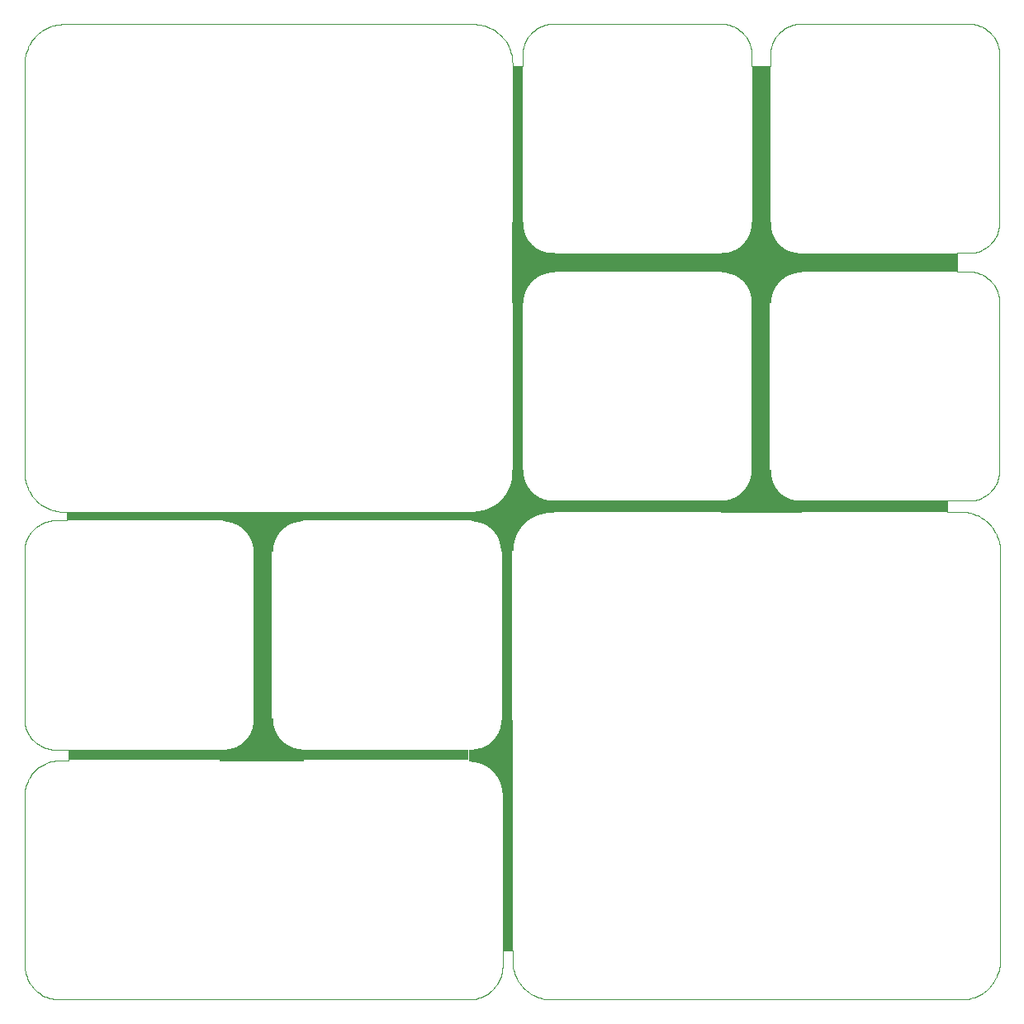
<source format=gts>
G75*
G70*
%OFA0B0*%
%FSLAX24Y24*%
%IPPOS*%
%LPD*%
%AMOC8*
5,1,8,0,0,1.08239X$1,22.5*
%
%ADD10C,0.0000*%
%ADD11C,0.0001*%
%ADD12R,0.0586X0.0442*%
%ADD13R,0.6806X0.0343*%
%ADD14R,0.0752X0.6757*%
%ADD15R,0.6708X0.0438*%
%ADD16R,0.0394X0.0787*%
%ADD17R,0.0448X0.7134*%
%ADD18R,0.0410X0.6916*%
%ADD19R,0.7051X0.0455*%
%ADD20R,0.7030X0.0752*%
%ADD21R,0.0744X0.6964*%
%ADD22R,0.6806X0.0343*%
%ADD23R,0.0405X0.6328*%
D10*
X000114Y001475D02*
X000114Y001517D01*
X000114Y008368D01*
X000114Y008371D01*
X000114Y008368D02*
X000116Y008440D01*
X000122Y008512D01*
X000131Y008584D01*
X000144Y008655D01*
X000161Y008725D01*
X000181Y008794D01*
X000206Y008862D01*
X000233Y008928D01*
X000264Y008994D01*
X000299Y009057D01*
X000336Y009119D01*
X000377Y009178D01*
X000421Y009235D01*
X000468Y009290D01*
X000518Y009342D01*
X000570Y009392D01*
X000625Y009439D01*
X000682Y009483D01*
X000741Y009524D01*
X000803Y009561D01*
X000866Y009596D01*
X000932Y009627D01*
X000998Y009654D01*
X001066Y009679D01*
X001135Y009699D01*
X001205Y009716D01*
X001276Y009729D01*
X001348Y009738D01*
X001420Y009744D01*
X001492Y009746D01*
X001885Y009746D01*
X001885Y010189D01*
X001350Y010189D01*
X001489Y009746D02*
X001492Y009746D01*
X001420Y009744D01*
X001348Y009738D01*
X001276Y009729D01*
X001205Y009716D01*
X001135Y009699D01*
X001066Y009679D01*
X000998Y009654D01*
X000932Y009627D01*
X000866Y009596D01*
X000803Y009561D01*
X000741Y009524D01*
X000682Y009483D01*
X000625Y009439D01*
X000570Y009392D01*
X000518Y009342D01*
X000468Y009290D01*
X000421Y009235D01*
X000377Y009178D01*
X000336Y009119D01*
X000299Y009057D01*
X000264Y008994D01*
X000233Y008928D01*
X000206Y008862D01*
X000181Y008794D01*
X000161Y008725D01*
X000144Y008655D01*
X000131Y008584D01*
X000122Y008512D01*
X000116Y008440D01*
X000114Y008368D01*
X000100Y011439D02*
X000100Y018189D01*
X000102Y018257D01*
X000107Y018324D01*
X000116Y018391D01*
X000129Y018458D01*
X000146Y018523D01*
X000165Y018588D01*
X000189Y018652D01*
X000216Y018714D01*
X000246Y018775D01*
X000279Y018833D01*
X000315Y018890D01*
X000355Y018945D01*
X000397Y018998D01*
X000443Y019049D01*
X000490Y019096D01*
X000541Y019142D01*
X000594Y019184D01*
X000649Y019224D01*
X000706Y019260D01*
X000764Y019293D01*
X000825Y019323D01*
X000887Y019350D01*
X000951Y019374D01*
X001016Y019393D01*
X001081Y019410D01*
X001148Y019423D01*
X001215Y019432D01*
X001282Y019437D01*
X001350Y019439D01*
X001801Y019439D01*
X001801Y019444D02*
X001801Y019785D01*
X001689Y019785D01*
X001612Y019787D01*
X001535Y019793D01*
X001458Y019802D01*
X001382Y019815D01*
X001306Y019832D01*
X001232Y019853D01*
X001158Y019877D01*
X001086Y019905D01*
X001016Y019936D01*
X000947Y019971D01*
X000879Y020009D01*
X000814Y020050D01*
X000751Y020095D01*
X000690Y020143D01*
X000631Y020193D01*
X000575Y020246D01*
X000522Y020302D01*
X000472Y020361D01*
X000424Y020422D01*
X000379Y020485D01*
X000338Y020550D01*
X000300Y020618D01*
X000265Y020687D01*
X000234Y020757D01*
X000206Y020829D01*
X000182Y020903D01*
X000161Y020977D01*
X000144Y021053D01*
X000131Y021129D01*
X000122Y021206D01*
X000116Y021283D01*
X000114Y021360D01*
X000114Y037895D01*
X000116Y037972D01*
X000122Y038049D01*
X000131Y038126D01*
X000144Y038202D01*
X000161Y038278D01*
X000182Y038352D01*
X000206Y038426D01*
X000234Y038498D01*
X000265Y038568D01*
X000300Y038637D01*
X000338Y038705D01*
X000379Y038770D01*
X000424Y038833D01*
X000472Y038894D01*
X000522Y038953D01*
X000575Y039009D01*
X000631Y039062D01*
X000690Y039112D01*
X000751Y039160D01*
X000814Y039205D01*
X000879Y039246D01*
X000947Y039284D01*
X001016Y039319D01*
X001086Y039350D01*
X001158Y039378D01*
X001232Y039402D01*
X001306Y039423D01*
X001382Y039440D01*
X001458Y039453D01*
X001535Y039462D01*
X001612Y039468D01*
X001689Y039470D01*
X018224Y039470D01*
X018301Y039468D01*
X018378Y039462D01*
X018455Y039453D01*
X018531Y039440D01*
X018607Y039423D01*
X018681Y039402D01*
X018755Y039378D01*
X018827Y039350D01*
X018897Y039319D01*
X018966Y039284D01*
X019034Y039246D01*
X019099Y039205D01*
X019162Y039160D01*
X019223Y039112D01*
X019282Y039062D01*
X019338Y039009D01*
X019391Y038953D01*
X019441Y038894D01*
X019489Y038833D01*
X019534Y038770D01*
X019575Y038705D01*
X019613Y038637D01*
X019648Y038568D01*
X019679Y038498D01*
X019707Y038426D01*
X019731Y038352D01*
X019752Y038278D01*
X019769Y038202D01*
X019782Y038126D01*
X019791Y038049D01*
X019797Y037972D01*
X019799Y037895D01*
X019799Y037781D01*
X020208Y037781D01*
X020208Y038232D01*
X020210Y038300D01*
X020215Y038367D01*
X020224Y038434D01*
X020237Y038501D01*
X020254Y038566D01*
X020273Y038631D01*
X020297Y038695D01*
X020324Y038757D01*
X020354Y038818D01*
X020387Y038876D01*
X020423Y038933D01*
X020463Y038988D01*
X020505Y039041D01*
X020551Y039092D01*
X020598Y039139D01*
X020649Y039185D01*
X020702Y039227D01*
X020757Y039267D01*
X020814Y039303D01*
X020872Y039336D01*
X020933Y039366D01*
X020995Y039393D01*
X021059Y039417D01*
X021124Y039436D01*
X021189Y039453D01*
X021256Y039466D01*
X021323Y039475D01*
X021390Y039480D01*
X021458Y039482D01*
X028208Y039482D01*
X028276Y039480D01*
X028343Y039475D01*
X028410Y039466D01*
X028477Y039453D01*
X028542Y039436D01*
X028607Y039417D01*
X028671Y039393D01*
X028733Y039366D01*
X028794Y039336D01*
X028852Y039303D01*
X028909Y039267D01*
X028964Y039227D01*
X029017Y039185D01*
X029068Y039139D01*
X029115Y039092D01*
X029161Y039041D01*
X029203Y038988D01*
X029243Y038933D01*
X029279Y038876D01*
X029312Y038818D01*
X029342Y038757D01*
X029369Y038695D01*
X029393Y038631D01*
X029412Y038566D01*
X029429Y038501D01*
X029442Y038434D01*
X029451Y038367D01*
X029456Y038300D01*
X029458Y038232D01*
X029458Y037781D01*
X030208Y037781D01*
X030208Y038232D01*
X030210Y038300D01*
X030215Y038367D01*
X030224Y038434D01*
X030237Y038501D01*
X030254Y038566D01*
X030273Y038631D01*
X030297Y038695D01*
X030324Y038757D01*
X030354Y038818D01*
X030387Y038876D01*
X030423Y038933D01*
X030463Y038988D01*
X030505Y039041D01*
X030551Y039092D01*
X030598Y039139D01*
X030649Y039185D01*
X030702Y039227D01*
X030757Y039267D01*
X030814Y039303D01*
X030872Y039336D01*
X030933Y039366D01*
X030995Y039393D01*
X031059Y039417D01*
X031124Y039436D01*
X031189Y039453D01*
X031256Y039466D01*
X031323Y039475D01*
X031390Y039480D01*
X031458Y039482D01*
X038208Y039482D01*
X038276Y039480D01*
X038343Y039475D01*
X038410Y039466D01*
X038477Y039453D01*
X038542Y039436D01*
X038607Y039417D01*
X038671Y039393D01*
X038733Y039366D01*
X038794Y039336D01*
X038852Y039303D01*
X038909Y039267D01*
X038964Y039227D01*
X039017Y039185D01*
X039068Y039139D01*
X039115Y039092D01*
X039161Y039041D01*
X039203Y038988D01*
X039243Y038933D01*
X039279Y038876D01*
X039312Y038818D01*
X039342Y038757D01*
X039369Y038695D01*
X039393Y038631D01*
X039412Y038566D01*
X039429Y038501D01*
X039442Y038434D01*
X039451Y038367D01*
X039456Y038300D01*
X039458Y038232D01*
X039458Y031482D01*
X039456Y031414D01*
X039451Y031347D01*
X039442Y031280D01*
X039429Y031213D01*
X039412Y031148D01*
X039393Y031083D01*
X039369Y031019D01*
X039342Y030957D01*
X039312Y030896D01*
X039279Y030838D01*
X039243Y030781D01*
X039203Y030726D01*
X039161Y030673D01*
X039115Y030622D01*
X039068Y030575D01*
X039017Y030529D01*
X038964Y030487D01*
X038909Y030447D01*
X038852Y030411D01*
X038794Y030378D01*
X038733Y030348D01*
X038671Y030321D01*
X038607Y030297D01*
X038542Y030278D01*
X038477Y030261D01*
X038410Y030248D01*
X038343Y030239D01*
X038276Y030234D01*
X038208Y030232D01*
X037757Y030232D01*
X037757Y029482D01*
X038208Y029482D01*
X038276Y029480D01*
X038343Y029475D01*
X038410Y029466D01*
X038477Y029453D01*
X038542Y029436D01*
X038607Y029417D01*
X038671Y029393D01*
X038733Y029366D01*
X038794Y029336D01*
X038852Y029303D01*
X038909Y029267D01*
X038964Y029227D01*
X039017Y029185D01*
X039068Y029139D01*
X039115Y029092D01*
X039161Y029041D01*
X039203Y028988D01*
X039243Y028933D01*
X039279Y028876D01*
X039312Y028818D01*
X039342Y028757D01*
X039369Y028695D01*
X039393Y028631D01*
X039412Y028566D01*
X039429Y028501D01*
X039442Y028434D01*
X039451Y028367D01*
X039456Y028300D01*
X039458Y028232D01*
X039458Y021482D01*
X039456Y021414D01*
X039451Y021347D01*
X039442Y021280D01*
X039429Y021213D01*
X039412Y021148D01*
X039393Y021083D01*
X039369Y021019D01*
X039342Y020957D01*
X039312Y020896D01*
X039279Y020838D01*
X039243Y020781D01*
X039203Y020726D01*
X039161Y020673D01*
X039115Y020622D01*
X039068Y020575D01*
X039017Y020529D01*
X038964Y020487D01*
X038909Y020447D01*
X038852Y020411D01*
X038794Y020378D01*
X038733Y020348D01*
X038671Y020321D01*
X038607Y020297D01*
X038542Y020278D01*
X038477Y020261D01*
X038410Y020248D01*
X038343Y020239D01*
X038276Y020234D01*
X038208Y020232D01*
X037364Y020232D01*
X037364Y019785D01*
X037909Y019785D01*
X037986Y019783D01*
X038063Y019777D01*
X038140Y019768D01*
X038216Y019755D01*
X038292Y019738D01*
X038366Y019717D01*
X038440Y019693D01*
X038512Y019665D01*
X038582Y019634D01*
X038651Y019599D01*
X038719Y019561D01*
X038784Y019520D01*
X038847Y019475D01*
X038908Y019427D01*
X038967Y019377D01*
X039023Y019324D01*
X039076Y019268D01*
X039126Y019209D01*
X039174Y019148D01*
X039219Y019085D01*
X039260Y019020D01*
X039298Y018952D01*
X039333Y018883D01*
X039364Y018813D01*
X039392Y018741D01*
X039416Y018667D01*
X039437Y018593D01*
X039454Y018517D01*
X039467Y018441D01*
X039476Y018364D01*
X039482Y018287D01*
X039484Y018210D01*
X039484Y001675D01*
X039482Y001598D01*
X039476Y001521D01*
X039467Y001444D01*
X039454Y001368D01*
X039437Y001292D01*
X039416Y001218D01*
X039392Y001144D01*
X039364Y001072D01*
X039333Y001002D01*
X039298Y000933D01*
X039260Y000865D01*
X039219Y000800D01*
X039174Y000737D01*
X039126Y000676D01*
X039076Y000617D01*
X039023Y000561D01*
X038967Y000508D01*
X038908Y000458D01*
X038847Y000410D01*
X038784Y000365D01*
X038719Y000324D01*
X038651Y000286D01*
X038582Y000251D01*
X038512Y000220D01*
X038440Y000192D01*
X038366Y000168D01*
X038292Y000147D01*
X038216Y000130D01*
X038140Y000117D01*
X038063Y000108D01*
X037986Y000102D01*
X037909Y000100D01*
X021374Y000100D01*
X021297Y000102D01*
X021220Y000108D01*
X021143Y000117D01*
X021067Y000130D01*
X020991Y000147D01*
X020917Y000168D01*
X020843Y000192D01*
X020771Y000220D01*
X020701Y000251D01*
X020632Y000286D01*
X020564Y000324D01*
X020499Y000365D01*
X020436Y000410D01*
X020375Y000458D01*
X020316Y000508D01*
X020260Y000561D01*
X020207Y000617D01*
X020157Y000676D01*
X020109Y000737D01*
X020064Y000800D01*
X020023Y000865D01*
X019985Y000933D01*
X019950Y001002D01*
X019919Y001072D01*
X019891Y001144D01*
X019867Y001218D01*
X019846Y001292D01*
X019829Y001368D01*
X019816Y001444D01*
X019807Y001521D01*
X019801Y001598D01*
X019799Y001675D01*
X019799Y002069D01*
X019405Y002069D01*
X019405Y001478D01*
X019403Y001406D01*
X019397Y001334D01*
X019388Y001262D01*
X019375Y001191D01*
X019358Y001121D01*
X019338Y001052D01*
X019313Y000984D01*
X019286Y000918D01*
X019255Y000852D01*
X019220Y000789D01*
X019183Y000727D01*
X019142Y000668D01*
X019098Y000611D01*
X019051Y000556D01*
X019001Y000504D01*
X018949Y000454D01*
X018894Y000407D01*
X018837Y000363D01*
X018778Y000322D01*
X018716Y000285D01*
X018653Y000250D01*
X018587Y000219D01*
X018521Y000192D01*
X018453Y000167D01*
X018384Y000147D01*
X018314Y000130D01*
X018243Y000117D01*
X018171Y000108D01*
X018099Y000102D01*
X018027Y000100D01*
X018030Y000100D01*
X018027Y000100D02*
X001492Y000100D01*
X001489Y000100D01*
X001491Y000100D02*
X001418Y000103D01*
X001345Y000110D01*
X001273Y000120D01*
X001201Y000135D01*
X001130Y000153D01*
X001060Y000175D01*
X000992Y000200D01*
X000924Y000229D01*
X000859Y000261D01*
X000795Y000297D01*
X000733Y000336D01*
X000673Y000379D01*
X000616Y000424D01*
X000561Y000472D01*
X000509Y000523D01*
X000459Y000577D01*
X000412Y000634D01*
X000369Y000692D01*
X000328Y000753D01*
X000291Y000816D01*
X000257Y000881D01*
X000226Y000947D01*
X000199Y001015D01*
X000175Y001085D01*
X000156Y001155D01*
X000140Y001227D01*
X000127Y001299D01*
X000119Y001371D01*
X000114Y001445D01*
X000113Y001518D01*
X000114Y001445D01*
X000119Y001371D01*
X000127Y001299D01*
X000140Y001227D01*
X000156Y001155D01*
X000175Y001085D01*
X000199Y001015D01*
X000226Y000947D01*
X000257Y000881D01*
X000291Y000816D01*
X000328Y000753D01*
X000369Y000692D01*
X000412Y000634D01*
X000459Y000577D01*
X000509Y000523D01*
X000561Y000472D01*
X000616Y000424D01*
X000673Y000379D01*
X000733Y000336D01*
X000795Y000297D01*
X000859Y000261D01*
X000924Y000229D01*
X000992Y000200D01*
X001060Y000175D01*
X001130Y000153D01*
X001201Y000135D01*
X001273Y000120D01*
X001345Y000110D01*
X001418Y000103D01*
X001491Y000100D01*
X007988Y009745D02*
X007986Y009747D01*
X007986Y009749D01*
X007986Y010188D01*
X008168Y010188D01*
X008336Y010200D01*
X008501Y010236D01*
X008659Y010295D01*
X008806Y010376D01*
X008941Y010476D01*
X009060Y010596D01*
X009161Y010730D01*
X009242Y010878D01*
X009301Y011036D01*
X009337Y011201D01*
X009349Y011369D01*
X009349Y011439D01*
X010099Y011439D01*
X010099Y011427D01*
X010111Y011251D01*
X010149Y011078D01*
X010211Y010912D01*
X010295Y010757D01*
X010401Y010616D01*
X010526Y010491D01*
X010668Y010385D01*
X010823Y010300D01*
X010989Y010238D01*
X011161Y010201D01*
X011338Y010188D01*
X011338Y009749D01*
X011338Y009747D01*
X011340Y009745D01*
X011342Y009745D01*
X007990Y009745D01*
X007988Y009745D01*
X007988Y010189D02*
X008100Y010189D01*
X001350Y010189D02*
X001282Y010191D01*
X001215Y010196D01*
X001148Y010205D01*
X001081Y010218D01*
X001016Y010235D01*
X000951Y010254D01*
X000887Y010278D01*
X000825Y010305D01*
X000764Y010335D01*
X000706Y010368D01*
X000649Y010404D01*
X000594Y010444D01*
X000541Y010486D01*
X000490Y010532D01*
X000443Y010579D01*
X000397Y010630D01*
X000355Y010683D01*
X000315Y010738D01*
X000279Y010795D01*
X000246Y010853D01*
X000216Y010914D01*
X000189Y010976D01*
X000165Y011040D01*
X000146Y011105D01*
X000129Y011170D01*
X000116Y011237D01*
X000107Y011304D01*
X000102Y011371D01*
X000100Y011439D01*
X000102Y011371D01*
X000107Y011304D01*
X000116Y011237D01*
X000129Y011170D01*
X000146Y011105D01*
X000165Y011040D01*
X000189Y010976D01*
X000216Y010914D01*
X000246Y010853D01*
X000279Y010795D01*
X000315Y010738D01*
X000355Y010683D01*
X000397Y010630D01*
X000443Y010579D01*
X000490Y010532D01*
X000541Y010486D01*
X000594Y010444D01*
X000649Y010404D01*
X000706Y010368D01*
X000764Y010335D01*
X000825Y010305D01*
X000887Y010278D01*
X000951Y010254D01*
X001016Y010235D01*
X001081Y010218D01*
X001148Y010205D01*
X001215Y010196D01*
X001282Y010191D01*
X001350Y010189D01*
X000100Y018189D02*
X000102Y018257D01*
X000107Y018324D01*
X000116Y018391D01*
X000129Y018458D01*
X000146Y018523D01*
X000165Y018588D01*
X000189Y018652D01*
X000216Y018714D01*
X000246Y018775D01*
X000279Y018833D01*
X000315Y018890D01*
X000355Y018945D01*
X000397Y018998D01*
X000443Y019049D01*
X000490Y019096D01*
X000541Y019142D01*
X000594Y019184D01*
X000649Y019224D01*
X000706Y019260D01*
X000764Y019293D01*
X000825Y019323D01*
X000887Y019350D01*
X000951Y019374D01*
X001016Y019393D01*
X001081Y019410D01*
X001148Y019423D01*
X001215Y019432D01*
X001282Y019437D01*
X001350Y019439D01*
X001689Y019785D02*
X001612Y019787D01*
X001535Y019793D01*
X001458Y019802D01*
X001382Y019815D01*
X001306Y019832D01*
X001232Y019853D01*
X001158Y019877D01*
X001086Y019905D01*
X001016Y019936D01*
X000947Y019971D01*
X000879Y020009D01*
X000814Y020050D01*
X000751Y020095D01*
X000690Y020143D01*
X000631Y020193D01*
X000575Y020246D01*
X000522Y020302D01*
X000472Y020361D01*
X000424Y020422D01*
X000379Y020485D01*
X000338Y020550D01*
X000300Y020618D01*
X000265Y020687D01*
X000234Y020757D01*
X000206Y020829D01*
X000182Y020903D01*
X000161Y020977D01*
X000144Y021053D01*
X000131Y021129D01*
X000122Y021206D01*
X000116Y021283D01*
X000114Y021360D01*
X008102Y019783D02*
X011329Y019783D01*
X011329Y019443D01*
X011155Y019431D01*
X010984Y019394D01*
X010820Y019333D01*
X010666Y019249D01*
X010526Y019144D01*
X010402Y019020D01*
X010298Y018880D01*
X010214Y018726D01*
X010153Y018563D01*
X010115Y018392D01*
X010103Y018217D01*
X010103Y018201D01*
X009349Y018201D01*
X009336Y018377D01*
X009299Y018550D01*
X009237Y018715D01*
X009152Y018870D01*
X009046Y019012D01*
X008921Y019137D01*
X008780Y019243D01*
X008625Y019327D01*
X008459Y019389D01*
X008286Y019427D01*
X008110Y019439D01*
X008102Y019439D01*
X008102Y019783D01*
X018027Y019588D02*
X018030Y019588D01*
X018140Y019443D02*
X018140Y019775D01*
X018141Y019781D01*
X018145Y019786D01*
X018150Y019790D01*
X018157Y019791D01*
X018223Y019791D01*
X018429Y019805D01*
X018631Y019845D01*
X018826Y019911D01*
X019010Y020002D01*
X019182Y020117D01*
X019337Y020252D01*
X019472Y020407D01*
X019587Y020579D01*
X019678Y020763D01*
X019744Y020958D01*
X019784Y021160D01*
X019798Y021366D01*
X019798Y021482D01*
X020196Y021482D01*
X020202Y021481D01*
X020207Y021477D01*
X020211Y021472D01*
X020212Y021465D01*
X020212Y021416D01*
X020224Y021248D01*
X020260Y021084D01*
X020318Y020927D01*
X020399Y020779D01*
X020500Y020645D01*
X020618Y020526D01*
X020753Y020426D01*
X020900Y020345D01*
X021057Y020286D01*
X021222Y020251D01*
X021389Y020239D01*
X021464Y020239D01*
X021455Y020222D01*
X021455Y019783D01*
X021331Y019783D01*
X021131Y019770D01*
X020934Y019731D01*
X020744Y019666D01*
X020564Y019578D01*
X020398Y019466D01*
X020247Y019334D01*
X020115Y019183D01*
X020003Y019016D01*
X019914Y018837D01*
X019850Y018647D01*
X019811Y018450D01*
X019798Y018250D01*
X019367Y018250D01*
X019359Y018249D01*
X019352Y018245D01*
X019347Y018240D01*
X019343Y018233D01*
X019342Y018225D01*
X019342Y018241D01*
X019330Y018412D01*
X019293Y018580D01*
X019233Y018741D01*
X019151Y018891D01*
X019048Y019028D01*
X018927Y019150D01*
X018790Y019252D01*
X018639Y019335D01*
X018479Y019395D01*
X018311Y019431D01*
X018140Y019443D01*
X019350Y011377D02*
X019798Y011377D01*
X019798Y008373D01*
X019404Y008373D01*
X019402Y008373D01*
X019401Y008371D01*
X019400Y008369D01*
X019400Y008386D01*
X019400Y008373D01*
X019404Y008369D01*
X019404Y008386D01*
X019390Y008579D01*
X019349Y008769D01*
X019281Y008950D01*
X019189Y009121D01*
X019072Y009276D01*
X018935Y009413D01*
X018780Y009529D01*
X018610Y009622D01*
X018428Y009690D01*
X018239Y009731D01*
X018045Y009745D01*
X018045Y010188D01*
X018161Y010188D01*
X018331Y010200D01*
X018496Y010236D01*
X018655Y010296D01*
X018804Y010377D01*
X018940Y010478D01*
X019060Y010598D01*
X019162Y010734D01*
X019243Y010883D01*
X019302Y011042D01*
X019338Y011208D01*
X019350Y011377D01*
X018424Y009746D02*
X018421Y009746D01*
X019799Y001675D02*
X019801Y001598D01*
X019807Y001521D01*
X019816Y001444D01*
X019829Y001368D01*
X019846Y001292D01*
X019867Y001218D01*
X019891Y001144D01*
X019919Y001072D01*
X019950Y001002D01*
X019985Y000933D01*
X020023Y000865D01*
X020064Y000800D01*
X020109Y000737D01*
X020157Y000676D01*
X020207Y000617D01*
X020260Y000561D01*
X020316Y000508D01*
X020375Y000458D01*
X020436Y000410D01*
X020499Y000365D01*
X020564Y000324D01*
X020632Y000286D01*
X020701Y000251D01*
X020771Y000220D01*
X020843Y000192D01*
X020917Y000168D01*
X020991Y000147D01*
X021067Y000130D01*
X021143Y000117D01*
X021220Y000108D01*
X021297Y000102D01*
X021374Y000100D01*
X019405Y001478D02*
X019403Y001406D01*
X019397Y001334D01*
X019388Y001262D01*
X019375Y001191D01*
X019358Y001121D01*
X019338Y001052D01*
X019313Y000984D01*
X019286Y000918D01*
X019255Y000852D01*
X019220Y000789D01*
X019183Y000727D01*
X019142Y000668D01*
X019098Y000611D01*
X019051Y000556D01*
X019001Y000504D01*
X018949Y000454D01*
X018894Y000407D01*
X018837Y000363D01*
X018778Y000322D01*
X018716Y000285D01*
X018653Y000250D01*
X018587Y000219D01*
X018521Y000192D01*
X018453Y000167D01*
X018384Y000147D01*
X018314Y000130D01*
X018243Y000117D01*
X018171Y000108D01*
X018099Y000102D01*
X018027Y000100D01*
X028213Y019783D02*
X031457Y019783D01*
X031457Y020231D01*
X031374Y020231D01*
X031208Y020242D01*
X031045Y020278D01*
X030888Y020336D01*
X030742Y020416D01*
X030609Y020516D01*
X030491Y020634D01*
X030391Y020767D01*
X030311Y020914D01*
X030253Y021070D01*
X030217Y021233D01*
X030206Y021399D01*
X030206Y021478D01*
X030210Y021478D01*
X029456Y021478D01*
X029456Y021474D01*
X029443Y021297D01*
X029405Y021123D01*
X029343Y020957D01*
X029258Y020802D01*
X029152Y020660D01*
X029027Y020534D01*
X028885Y020428D01*
X028729Y020343D01*
X028563Y020281D01*
X028390Y020243D01*
X028213Y020231D01*
X028213Y019783D01*
X029462Y028253D02*
X029462Y028278D01*
X029449Y028449D01*
X029413Y028616D01*
X029353Y028777D01*
X029271Y028927D01*
X029168Y029065D01*
X029047Y029186D01*
X028909Y029289D01*
X028759Y029371D01*
X028598Y029431D01*
X028431Y029467D01*
X028260Y029479D01*
X028260Y030234D01*
X028268Y030234D01*
X028437Y030246D01*
X028602Y030282D01*
X028760Y030341D01*
X028909Y030422D01*
X029044Y030523D01*
X029164Y030643D01*
X029265Y030778D01*
X029346Y030926D01*
X029405Y031085D01*
X029441Y031250D01*
X029453Y031419D01*
X029453Y031477D01*
X029454Y031480D01*
X029456Y031483D01*
X029458Y031484D01*
X029462Y031485D01*
X030207Y031485D01*
X030207Y031386D01*
X030219Y031221D01*
X030254Y031059D01*
X030312Y030904D01*
X030392Y030758D01*
X030491Y030626D01*
X030608Y030509D01*
X030740Y030410D01*
X030886Y030330D01*
X031041Y030272D01*
X031203Y030237D01*
X031368Y030225D01*
X031459Y030225D01*
X031459Y029488D01*
X031458Y029485D01*
X031457Y029482D01*
X031454Y029480D01*
X031451Y029479D01*
X031434Y029479D01*
X031259Y029467D01*
X031088Y029430D01*
X030924Y029369D01*
X030771Y029285D01*
X030631Y029180D01*
X030507Y029056D01*
X030402Y028916D01*
X030318Y028762D01*
X030257Y028598D01*
X030220Y028427D01*
X030207Y028253D01*
X029462Y028253D01*
X021472Y029479D02*
X021472Y030225D01*
X021471Y030228D01*
X021469Y030231D01*
X021467Y030233D01*
X021464Y030234D01*
X021464Y030242D01*
X021439Y030242D01*
X021447Y030242D01*
X021453Y030241D01*
X021459Y030237D01*
X021462Y030232D01*
X021464Y030225D01*
X021455Y030234D01*
X021381Y030234D01*
X021213Y030246D01*
X021049Y030281D01*
X020892Y030340D01*
X020744Y030420D01*
X020610Y030521D01*
X020491Y030640D01*
X020391Y030774D01*
X020310Y030922D01*
X020252Y031079D01*
X020216Y031243D01*
X020204Y031410D01*
X020204Y031477D01*
X020204Y031480D01*
X020206Y031483D01*
X020209Y031484D01*
X020212Y031485D01*
X019798Y031485D01*
X019798Y028236D01*
X020212Y028236D01*
X020212Y028261D01*
X020225Y028434D01*
X020261Y028604D01*
X020322Y028767D01*
X020406Y028920D01*
X020510Y029059D01*
X020633Y029182D01*
X020772Y029286D01*
X020924Y029369D01*
X021087Y029430D01*
X021257Y029467D01*
X021430Y029479D01*
X021472Y029479D01*
X019799Y037895D02*
X019797Y037972D01*
X019791Y038049D01*
X019782Y038126D01*
X019769Y038202D01*
X019752Y038278D01*
X019731Y038352D01*
X019707Y038426D01*
X019679Y038498D01*
X019648Y038568D01*
X019613Y038637D01*
X019575Y038705D01*
X019534Y038770D01*
X019489Y038833D01*
X019441Y038894D01*
X019391Y038953D01*
X019338Y039009D01*
X019282Y039062D01*
X019223Y039112D01*
X019162Y039160D01*
X019099Y039205D01*
X019034Y039246D01*
X018966Y039284D01*
X018897Y039319D01*
X018827Y039350D01*
X018755Y039378D01*
X018681Y039402D01*
X018607Y039423D01*
X018531Y039440D01*
X018455Y039453D01*
X018378Y039462D01*
X018301Y039468D01*
X018224Y039470D01*
X020208Y038232D02*
X020210Y038300D01*
X020215Y038367D01*
X020224Y038434D01*
X020237Y038501D01*
X020254Y038566D01*
X020273Y038631D01*
X020297Y038695D01*
X020324Y038757D01*
X020354Y038818D01*
X020387Y038876D01*
X020423Y038933D01*
X020463Y038988D01*
X020505Y039041D01*
X020551Y039092D01*
X020598Y039139D01*
X020649Y039185D01*
X020702Y039227D01*
X020757Y039267D01*
X020814Y039303D01*
X020872Y039336D01*
X020933Y039366D01*
X020995Y039393D01*
X021059Y039417D01*
X021124Y039436D01*
X021189Y039453D01*
X021256Y039466D01*
X021323Y039475D01*
X021390Y039480D01*
X021458Y039482D01*
X028208Y039482D02*
X028276Y039480D01*
X028343Y039475D01*
X028410Y039466D01*
X028477Y039453D01*
X028542Y039436D01*
X028607Y039417D01*
X028671Y039393D01*
X028733Y039366D01*
X028794Y039336D01*
X028852Y039303D01*
X028909Y039267D01*
X028964Y039227D01*
X029017Y039185D01*
X029068Y039139D01*
X029115Y039092D01*
X029161Y039041D01*
X029203Y038988D01*
X029243Y038933D01*
X029279Y038876D01*
X029312Y038818D01*
X029342Y038757D01*
X029369Y038695D01*
X029393Y038631D01*
X029412Y038566D01*
X029429Y038501D01*
X029442Y038434D01*
X029451Y038367D01*
X029456Y038300D01*
X029458Y038232D01*
X030208Y038232D02*
X030210Y038300D01*
X030215Y038367D01*
X030224Y038434D01*
X030237Y038501D01*
X030254Y038566D01*
X030273Y038631D01*
X030297Y038695D01*
X030324Y038757D01*
X030354Y038818D01*
X030387Y038876D01*
X030423Y038933D01*
X030463Y038988D01*
X030505Y039041D01*
X030551Y039092D01*
X030598Y039139D01*
X030649Y039185D01*
X030702Y039227D01*
X030757Y039267D01*
X030814Y039303D01*
X030872Y039336D01*
X030933Y039366D01*
X030995Y039393D01*
X031059Y039417D01*
X031124Y039436D01*
X031189Y039453D01*
X031256Y039466D01*
X031323Y039475D01*
X031390Y039480D01*
X031458Y039482D01*
X038208Y039482D02*
X038276Y039480D01*
X038343Y039475D01*
X038410Y039466D01*
X038477Y039453D01*
X038542Y039436D01*
X038607Y039417D01*
X038671Y039393D01*
X038733Y039366D01*
X038794Y039336D01*
X038852Y039303D01*
X038909Y039267D01*
X038964Y039227D01*
X039017Y039185D01*
X039068Y039139D01*
X039115Y039092D01*
X039161Y039041D01*
X039203Y038988D01*
X039243Y038933D01*
X039279Y038876D01*
X039312Y038818D01*
X039342Y038757D01*
X039369Y038695D01*
X039393Y038631D01*
X039412Y038566D01*
X039429Y038501D01*
X039442Y038434D01*
X039451Y038367D01*
X039456Y038300D01*
X039458Y038232D01*
X039458Y031482D02*
X039456Y031414D01*
X039451Y031347D01*
X039442Y031280D01*
X039429Y031213D01*
X039412Y031148D01*
X039393Y031083D01*
X039369Y031019D01*
X039342Y030957D01*
X039312Y030896D01*
X039279Y030838D01*
X039243Y030781D01*
X039203Y030726D01*
X039161Y030673D01*
X039115Y030622D01*
X039068Y030575D01*
X039017Y030529D01*
X038964Y030487D01*
X038909Y030447D01*
X038852Y030411D01*
X038794Y030378D01*
X038733Y030348D01*
X038671Y030321D01*
X038607Y030297D01*
X038542Y030278D01*
X038477Y030261D01*
X038410Y030248D01*
X038343Y030239D01*
X038276Y030234D01*
X038208Y030232D01*
X038208Y029482D02*
X038276Y029480D01*
X038343Y029475D01*
X038410Y029466D01*
X038477Y029453D01*
X038542Y029436D01*
X038607Y029417D01*
X038671Y029393D01*
X038733Y029366D01*
X038794Y029336D01*
X038852Y029303D01*
X038909Y029267D01*
X038964Y029227D01*
X039017Y029185D01*
X039068Y029139D01*
X039115Y029092D01*
X039161Y029041D01*
X039203Y028988D01*
X039243Y028933D01*
X039279Y028876D01*
X039312Y028818D01*
X039342Y028757D01*
X039369Y028695D01*
X039393Y028631D01*
X039412Y028566D01*
X039429Y028501D01*
X039442Y028434D01*
X039451Y028367D01*
X039456Y028300D01*
X039458Y028232D01*
X039458Y021482D02*
X039456Y021414D01*
X039451Y021347D01*
X039442Y021280D01*
X039429Y021213D01*
X039412Y021148D01*
X039393Y021083D01*
X039369Y021019D01*
X039342Y020957D01*
X039312Y020896D01*
X039279Y020838D01*
X039243Y020781D01*
X039203Y020726D01*
X039161Y020673D01*
X039115Y020622D01*
X039068Y020575D01*
X039017Y020529D01*
X038964Y020487D01*
X038909Y020447D01*
X038852Y020411D01*
X038794Y020378D01*
X038733Y020348D01*
X038671Y020321D01*
X038607Y020297D01*
X038542Y020278D01*
X038477Y020261D01*
X038410Y020248D01*
X038343Y020239D01*
X038276Y020234D01*
X038208Y020232D01*
X037909Y019785D02*
X037986Y019783D01*
X038063Y019777D01*
X038140Y019768D01*
X038216Y019755D01*
X038292Y019738D01*
X038366Y019717D01*
X038440Y019693D01*
X038512Y019665D01*
X038582Y019634D01*
X038651Y019599D01*
X038719Y019561D01*
X038784Y019520D01*
X038847Y019475D01*
X038908Y019427D01*
X038967Y019377D01*
X039023Y019324D01*
X039076Y019268D01*
X039126Y019209D01*
X039174Y019148D01*
X039219Y019085D01*
X039260Y019020D01*
X039298Y018952D01*
X039333Y018883D01*
X039364Y018813D01*
X039392Y018741D01*
X039416Y018667D01*
X039437Y018593D01*
X039454Y018517D01*
X039467Y018441D01*
X039476Y018364D01*
X039482Y018287D01*
X039484Y018210D01*
X039484Y001675D02*
X039482Y001598D01*
X039476Y001521D01*
X039467Y001444D01*
X039454Y001368D01*
X039437Y001292D01*
X039416Y001218D01*
X039392Y001144D01*
X039364Y001072D01*
X039333Y001002D01*
X039298Y000933D01*
X039260Y000865D01*
X039219Y000800D01*
X039174Y000737D01*
X039126Y000676D01*
X039076Y000617D01*
X039023Y000561D01*
X038967Y000508D01*
X038908Y000458D01*
X038847Y000410D01*
X038784Y000365D01*
X038719Y000324D01*
X038651Y000286D01*
X038582Y000251D01*
X038512Y000220D01*
X038440Y000192D01*
X038366Y000168D01*
X038292Y000147D01*
X038216Y000130D01*
X038140Y000117D01*
X038063Y000108D01*
X037986Y000102D01*
X037909Y000100D01*
X000114Y037895D02*
X000116Y037972D01*
X000122Y038049D01*
X000131Y038126D01*
X000144Y038202D01*
X000161Y038278D01*
X000182Y038352D01*
X000206Y038426D01*
X000234Y038498D01*
X000265Y038568D01*
X000300Y038637D01*
X000338Y038705D01*
X000379Y038770D01*
X000424Y038833D01*
X000472Y038894D01*
X000522Y038953D01*
X000575Y039009D01*
X000631Y039062D01*
X000690Y039112D01*
X000751Y039160D01*
X000814Y039205D01*
X000879Y039246D01*
X000947Y039284D01*
X001016Y039319D01*
X001086Y039350D01*
X001158Y039378D01*
X001232Y039402D01*
X001306Y039423D01*
X001382Y039440D01*
X001458Y039453D01*
X001535Y039462D01*
X001612Y039468D01*
X001689Y039470D01*
D11*
X019798Y031484D02*
X020208Y031484D01*
X020207Y031483D02*
X019798Y031483D01*
X019798Y031482D02*
X020206Y031482D01*
X020205Y031481D02*
X019798Y031481D01*
X019798Y031480D02*
X020205Y031480D01*
X020204Y031479D02*
X019798Y031479D01*
X019798Y031478D02*
X020204Y031478D01*
X020204Y031477D02*
X019798Y031477D01*
X019798Y031476D02*
X020204Y031476D01*
X020204Y031475D02*
X019798Y031475D01*
X019798Y031474D02*
X020204Y031474D01*
X020204Y031473D02*
X019798Y031473D01*
X019798Y031472D02*
X020204Y031472D01*
X020204Y031471D02*
X019798Y031471D01*
X019798Y031470D02*
X020204Y031470D01*
X020204Y031469D02*
X019798Y031469D01*
X019798Y031468D02*
X020204Y031468D01*
X020204Y031467D02*
X019798Y031467D01*
X019798Y031466D02*
X020204Y031466D01*
X020204Y031465D02*
X019798Y031465D01*
X019798Y031464D02*
X020204Y031464D01*
X020204Y031463D02*
X019798Y031463D01*
X019798Y031462D02*
X020204Y031462D01*
X020204Y031461D02*
X019798Y031461D01*
X019798Y031460D02*
X020204Y031460D01*
X020204Y031459D02*
X019798Y031459D01*
X019798Y031458D02*
X020204Y031458D01*
X020204Y031457D02*
X019798Y031457D01*
X019798Y031456D02*
X020204Y031456D01*
X020204Y031455D02*
X019798Y031455D01*
X019798Y031454D02*
X020204Y031454D01*
X020204Y031453D02*
X019798Y031453D01*
X019798Y031452D02*
X020204Y031452D01*
X020204Y031451D02*
X019798Y031451D01*
X019798Y031450D02*
X020204Y031450D01*
X020204Y031449D02*
X019798Y031449D01*
X019798Y031448D02*
X020204Y031448D01*
X020204Y031447D02*
X019798Y031447D01*
X019798Y031446D02*
X020204Y031446D01*
X020204Y031445D02*
X019798Y031445D01*
X019798Y031444D02*
X020204Y031444D01*
X020204Y031443D02*
X019798Y031443D01*
X019798Y031442D02*
X020204Y031442D01*
X020204Y031441D02*
X019798Y031441D01*
X019798Y031440D02*
X020204Y031440D01*
X020204Y031439D02*
X019798Y031439D01*
X019798Y031438D02*
X020204Y031438D01*
X020204Y031437D02*
X019798Y031437D01*
X019798Y031436D02*
X020204Y031436D01*
X020204Y031435D02*
X019798Y031435D01*
X019798Y031434D02*
X020204Y031434D01*
X020204Y031433D02*
X019798Y031433D01*
X019798Y031432D02*
X020204Y031432D01*
X020204Y031431D02*
X019798Y031431D01*
X019798Y031430D02*
X020204Y031430D01*
X020204Y031429D02*
X019798Y031429D01*
X019798Y031428D02*
X020204Y031428D01*
X020204Y031427D02*
X019798Y031427D01*
X019798Y031426D02*
X020204Y031426D01*
X020204Y031425D02*
X019798Y031425D01*
X019798Y031424D02*
X020204Y031424D01*
X020204Y031423D02*
X019798Y031423D01*
X019798Y031422D02*
X020204Y031422D01*
X020204Y031421D02*
X019798Y031421D01*
X019798Y031420D02*
X020204Y031420D01*
X020204Y031419D02*
X019798Y031419D01*
X019798Y031418D02*
X020204Y031418D01*
X020204Y031417D02*
X019798Y031417D01*
X019798Y031416D02*
X020204Y031416D01*
X020204Y031415D02*
X019798Y031415D01*
X019798Y031414D02*
X020204Y031414D01*
X020204Y031413D02*
X019798Y031413D01*
X019798Y031412D02*
X020204Y031412D01*
X020204Y031411D02*
X019798Y031411D01*
X019798Y031410D02*
X020204Y031410D01*
X020204Y031409D02*
X019798Y031409D01*
X019798Y031408D02*
X020204Y031408D01*
X020204Y031407D02*
X019798Y031407D01*
X019798Y031406D02*
X020204Y031406D01*
X020204Y031405D02*
X019798Y031405D01*
X019798Y031404D02*
X020204Y031404D01*
X020204Y031403D02*
X019798Y031403D01*
X019798Y031402D02*
X020204Y031402D01*
X020205Y031401D02*
X019798Y031401D01*
X019798Y031400D02*
X020205Y031400D01*
X020205Y031399D02*
X019798Y031399D01*
X019798Y031398D02*
X020205Y031398D01*
X020205Y031397D02*
X019798Y031397D01*
X019798Y031396D02*
X020205Y031396D01*
X020205Y031395D02*
X019798Y031395D01*
X019798Y031394D02*
X020205Y031394D01*
X020205Y031393D02*
X019798Y031393D01*
X019798Y031392D02*
X020205Y031392D01*
X020205Y031391D02*
X019798Y031391D01*
X019798Y031390D02*
X020205Y031390D01*
X020205Y031389D02*
X019798Y031389D01*
X019798Y031388D02*
X020205Y031388D01*
X020206Y031387D02*
X019798Y031387D01*
X019798Y031386D02*
X020206Y031386D01*
X020206Y031385D02*
X019798Y031385D01*
X019798Y031384D02*
X020206Y031384D01*
X020206Y031383D02*
X019798Y031383D01*
X019798Y031382D02*
X020206Y031382D01*
X020206Y031381D02*
X019798Y031381D01*
X019798Y031380D02*
X020206Y031380D01*
X020206Y031379D02*
X019798Y031379D01*
X019798Y031378D02*
X020206Y031378D01*
X020206Y031377D02*
X019798Y031377D01*
X019798Y031376D02*
X020206Y031376D01*
X020206Y031375D02*
X019798Y031375D01*
X019798Y031374D02*
X020206Y031374D01*
X020207Y031373D02*
X019798Y031373D01*
X019798Y031372D02*
X020207Y031372D01*
X020207Y031371D02*
X019798Y031371D01*
X019798Y031370D02*
X020207Y031370D01*
X020207Y031369D02*
X019798Y031369D01*
X019798Y031368D02*
X020207Y031368D01*
X020207Y031367D02*
X019798Y031367D01*
X019798Y031366D02*
X020207Y031366D01*
X020207Y031365D02*
X019798Y031365D01*
X019798Y031364D02*
X020207Y031364D01*
X020207Y031363D02*
X019798Y031363D01*
X019798Y031362D02*
X020207Y031362D01*
X020207Y031361D02*
X019798Y031361D01*
X019798Y031360D02*
X020207Y031360D01*
X020208Y031359D02*
X019798Y031359D01*
X019798Y031358D02*
X020208Y031358D01*
X020208Y031357D02*
X019798Y031357D01*
X019798Y031356D02*
X020208Y031356D01*
X020208Y031355D02*
X019798Y031355D01*
X019798Y031354D02*
X020208Y031354D01*
X020208Y031353D02*
X019798Y031353D01*
X019798Y031352D02*
X020208Y031352D01*
X020208Y031351D02*
X019798Y031351D01*
X019798Y031350D02*
X020208Y031350D01*
X020208Y031349D02*
X019798Y031349D01*
X019798Y031348D02*
X020208Y031348D01*
X020208Y031347D02*
X019798Y031347D01*
X019798Y031346D02*
X020208Y031346D01*
X020209Y031345D02*
X019798Y031345D01*
X019798Y031344D02*
X020209Y031344D01*
X020209Y031343D02*
X019798Y031343D01*
X019798Y031342D02*
X020209Y031342D01*
X020209Y031341D02*
X019798Y031341D01*
X019798Y031340D02*
X020209Y031340D01*
X020209Y031339D02*
X019798Y031339D01*
X019798Y031338D02*
X020209Y031338D01*
X020209Y031337D02*
X019798Y031337D01*
X019798Y031336D02*
X020209Y031336D01*
X020209Y031335D02*
X019798Y031335D01*
X019798Y031334D02*
X020209Y031334D01*
X020209Y031333D02*
X019798Y031333D01*
X019798Y031332D02*
X020209Y031332D01*
X020210Y031331D02*
X019798Y031331D01*
X019798Y031330D02*
X020210Y031330D01*
X020210Y031329D02*
X019798Y031329D01*
X019798Y031328D02*
X020210Y031328D01*
X020210Y031327D02*
X019798Y031327D01*
X019798Y031326D02*
X020210Y031326D01*
X020210Y031325D02*
X019798Y031325D01*
X019798Y031324D02*
X020210Y031324D01*
X020210Y031323D02*
X019798Y031323D01*
X019798Y031322D02*
X020210Y031322D01*
X020210Y031321D02*
X019798Y031321D01*
X019798Y031320D02*
X020210Y031320D01*
X020210Y031319D02*
X019798Y031319D01*
X019798Y031318D02*
X020210Y031318D01*
X020211Y031317D02*
X019798Y031317D01*
X019798Y031316D02*
X020211Y031316D01*
X020211Y031315D02*
X019798Y031315D01*
X019798Y031314D02*
X020211Y031314D01*
X020211Y031313D02*
X019798Y031313D01*
X019798Y031312D02*
X020211Y031312D01*
X020211Y031311D02*
X019798Y031311D01*
X019798Y031310D02*
X020211Y031310D01*
X020211Y031309D02*
X019798Y031309D01*
X019798Y031308D02*
X020211Y031308D01*
X020211Y031307D02*
X019798Y031307D01*
X019798Y031306D02*
X020211Y031306D01*
X020211Y031305D02*
X019798Y031305D01*
X019798Y031304D02*
X020211Y031304D01*
X020212Y031303D02*
X019798Y031303D01*
X019798Y031302D02*
X020212Y031302D01*
X020212Y031301D02*
X019798Y031301D01*
X019798Y031300D02*
X020212Y031300D01*
X020212Y031299D02*
X019798Y031299D01*
X019798Y031298D02*
X020212Y031298D01*
X020212Y031297D02*
X019798Y031297D01*
X019798Y031296D02*
X020212Y031296D01*
X020212Y031295D02*
X019798Y031295D01*
X019798Y031294D02*
X020212Y031294D01*
X020212Y031293D02*
X019798Y031293D01*
X019798Y031292D02*
X020212Y031292D01*
X020212Y031291D02*
X019798Y031291D01*
X019798Y031290D02*
X020212Y031290D01*
X020213Y031289D02*
X019798Y031289D01*
X019798Y031288D02*
X020213Y031288D01*
X020213Y031287D02*
X019798Y031287D01*
X019798Y031286D02*
X020213Y031286D01*
X020213Y031285D02*
X019798Y031285D01*
X019798Y031284D02*
X020213Y031284D01*
X020213Y031283D02*
X019798Y031283D01*
X019798Y031282D02*
X020213Y031282D01*
X020213Y031281D02*
X019798Y031281D01*
X019798Y031280D02*
X020213Y031280D01*
X020213Y031279D02*
X019798Y031279D01*
X019798Y031278D02*
X020213Y031278D01*
X020213Y031277D02*
X019798Y031277D01*
X019798Y031276D02*
X020213Y031276D01*
X020214Y031275D02*
X019798Y031275D01*
X019798Y031274D02*
X020214Y031274D01*
X020214Y031273D02*
X019798Y031273D01*
X019798Y031272D02*
X020214Y031272D01*
X020214Y031271D02*
X019798Y031271D01*
X019798Y031270D02*
X020214Y031270D01*
X020214Y031269D02*
X019798Y031269D01*
X019798Y031268D02*
X020214Y031268D01*
X020214Y031267D02*
X019798Y031267D01*
X019798Y031266D02*
X020214Y031266D01*
X020214Y031265D02*
X019798Y031265D01*
X019798Y031264D02*
X020214Y031264D01*
X020214Y031263D02*
X019798Y031263D01*
X019798Y031262D02*
X020214Y031262D01*
X020215Y031261D02*
X019798Y031261D01*
X019798Y031260D02*
X020215Y031260D01*
X020215Y031259D02*
X019798Y031259D01*
X019798Y031258D02*
X020215Y031258D01*
X020215Y031257D02*
X019798Y031257D01*
X019798Y031256D02*
X020215Y031256D01*
X020215Y031255D02*
X019798Y031255D01*
X019798Y031254D02*
X020215Y031254D01*
X020215Y031253D02*
X019798Y031253D01*
X019798Y031252D02*
X020215Y031252D01*
X020215Y031251D02*
X019798Y031251D01*
X019798Y031250D02*
X020215Y031250D01*
X020215Y031249D02*
X019798Y031249D01*
X019798Y031248D02*
X020215Y031248D01*
X020216Y031247D02*
X019798Y031247D01*
X019798Y031246D02*
X020216Y031246D01*
X020216Y031245D02*
X019798Y031245D01*
X019798Y031244D02*
X020216Y031244D01*
X020216Y031243D02*
X019798Y031243D01*
X019798Y031242D02*
X020216Y031242D01*
X020216Y031241D02*
X019798Y031241D01*
X019798Y031240D02*
X020216Y031240D01*
X020217Y031239D02*
X019798Y031239D01*
X019798Y031238D02*
X020217Y031238D01*
X020217Y031237D02*
X019798Y031237D01*
X019798Y031236D02*
X020217Y031236D01*
X020217Y031235D02*
X019798Y031235D01*
X019798Y031234D02*
X020218Y031234D01*
X020218Y031233D02*
X019798Y031233D01*
X019798Y031232D02*
X020218Y031232D01*
X020218Y031231D02*
X019798Y031231D01*
X019798Y031230D02*
X020219Y031230D01*
X020219Y031229D02*
X019798Y031229D01*
X019798Y031228D02*
X020219Y031228D01*
X020219Y031227D02*
X019798Y031227D01*
X019798Y031226D02*
X020219Y031226D01*
X020220Y031225D02*
X019798Y031225D01*
X019798Y031224D02*
X020220Y031224D01*
X020220Y031223D02*
X019798Y031223D01*
X019798Y031222D02*
X020220Y031222D01*
X020221Y031221D02*
X019798Y031221D01*
X019798Y031220D02*
X020221Y031220D01*
X020221Y031219D02*
X019798Y031219D01*
X019798Y031218D02*
X020221Y031218D01*
X020221Y031217D02*
X019798Y031217D01*
X019798Y031216D02*
X020222Y031216D01*
X020222Y031215D02*
X019798Y031215D01*
X019798Y031214D02*
X020222Y031214D01*
X020222Y031213D02*
X019798Y031213D01*
X019798Y031212D02*
X020222Y031212D01*
X020223Y031211D02*
X019798Y031211D01*
X019798Y031210D02*
X020223Y031210D01*
X020223Y031209D02*
X019798Y031209D01*
X019798Y031208D02*
X020223Y031208D01*
X020224Y031207D02*
X019798Y031207D01*
X019798Y031206D02*
X020224Y031206D01*
X020224Y031205D02*
X019798Y031205D01*
X019798Y031204D02*
X020224Y031204D01*
X020224Y031203D02*
X019798Y031203D01*
X019798Y031202D02*
X020225Y031202D01*
X020225Y031201D02*
X019798Y031201D01*
X019798Y031200D02*
X020225Y031200D01*
X020225Y031199D02*
X019798Y031199D01*
X019798Y031198D02*
X020226Y031198D01*
X020226Y031197D02*
X019798Y031197D01*
X019798Y031196D02*
X020226Y031196D01*
X020226Y031195D02*
X019798Y031195D01*
X019798Y031194D02*
X020226Y031194D01*
X020227Y031193D02*
X019798Y031193D01*
X019798Y031192D02*
X020227Y031192D01*
X020227Y031191D02*
X019798Y031191D01*
X019798Y031190D02*
X020227Y031190D01*
X020227Y031189D02*
X019798Y031189D01*
X019798Y031188D02*
X020228Y031188D01*
X020228Y031187D02*
X019798Y031187D01*
X019798Y031186D02*
X020228Y031186D01*
X020228Y031185D02*
X019798Y031185D01*
X019798Y031184D02*
X020229Y031184D01*
X020229Y031183D02*
X019798Y031183D01*
X019798Y031182D02*
X020229Y031182D01*
X020229Y031181D02*
X019798Y031181D01*
X019798Y031180D02*
X020229Y031180D01*
X020230Y031179D02*
X019798Y031179D01*
X019798Y031178D02*
X020230Y031178D01*
X020230Y031177D02*
X019798Y031177D01*
X019798Y031176D02*
X020230Y031176D01*
X020231Y031175D02*
X019798Y031175D01*
X019798Y031174D02*
X020231Y031174D01*
X020231Y031173D02*
X019798Y031173D01*
X019798Y031172D02*
X020231Y031172D01*
X020231Y031171D02*
X019798Y031171D01*
X019798Y031170D02*
X020232Y031170D01*
X020232Y031169D02*
X019798Y031169D01*
X019798Y031168D02*
X020232Y031168D01*
X020232Y031167D02*
X019798Y031167D01*
X019798Y031166D02*
X020232Y031166D01*
X020233Y031165D02*
X019798Y031165D01*
X019798Y031164D02*
X020233Y031164D01*
X020233Y031163D02*
X019798Y031163D01*
X019798Y031162D02*
X020233Y031162D01*
X020234Y031161D02*
X019798Y031161D01*
X019798Y031160D02*
X020234Y031160D01*
X020234Y031159D02*
X019798Y031159D01*
X019798Y031158D02*
X020234Y031158D01*
X020234Y031157D02*
X019798Y031157D01*
X019798Y031156D02*
X020235Y031156D01*
X020235Y031155D02*
X019798Y031155D01*
X019798Y031154D02*
X020235Y031154D01*
X020235Y031153D02*
X019798Y031153D01*
X019798Y031152D02*
X020236Y031152D01*
X020236Y031151D02*
X019798Y031151D01*
X019798Y031150D02*
X020236Y031150D01*
X020236Y031149D02*
X019798Y031149D01*
X019798Y031148D02*
X020236Y031148D01*
X020237Y031147D02*
X019798Y031147D01*
X019798Y031146D02*
X020237Y031146D01*
X020237Y031145D02*
X019798Y031145D01*
X019798Y031144D02*
X020237Y031144D01*
X020237Y031143D02*
X019798Y031143D01*
X019798Y031142D02*
X020238Y031142D01*
X020238Y031141D02*
X019798Y031141D01*
X019798Y031140D02*
X020238Y031140D01*
X020238Y031139D02*
X019798Y031139D01*
X019798Y031138D02*
X020239Y031138D01*
X020239Y031137D02*
X019798Y031137D01*
X019798Y031136D02*
X020239Y031136D01*
X020239Y031135D02*
X019798Y031135D01*
X019798Y031134D02*
X020239Y031134D01*
X020240Y031133D02*
X019798Y031133D01*
X019798Y031132D02*
X020240Y031132D01*
X020240Y031131D02*
X019798Y031131D01*
X019798Y031130D02*
X020240Y031130D01*
X020241Y031129D02*
X019798Y031129D01*
X019798Y031128D02*
X020241Y031128D01*
X020241Y031127D02*
X019798Y031127D01*
X019798Y031126D02*
X020241Y031126D01*
X020241Y031125D02*
X019798Y031125D01*
X019798Y031124D02*
X020242Y031124D01*
X020242Y031123D02*
X019798Y031123D01*
X019798Y031122D02*
X020242Y031122D01*
X020242Y031121D02*
X019798Y031121D01*
X019798Y031120D02*
X020242Y031120D01*
X020243Y031119D02*
X019798Y031119D01*
X019798Y031118D02*
X020243Y031118D01*
X020243Y031117D02*
X019798Y031117D01*
X019798Y031116D02*
X020243Y031116D01*
X020244Y031115D02*
X019798Y031115D01*
X019798Y031114D02*
X020244Y031114D01*
X020244Y031113D02*
X019798Y031113D01*
X019798Y031112D02*
X020244Y031112D01*
X020244Y031111D02*
X019798Y031111D01*
X019798Y031110D02*
X020245Y031110D01*
X020245Y031109D02*
X019798Y031109D01*
X019798Y031108D02*
X020245Y031108D01*
X020245Y031107D02*
X019798Y031107D01*
X019798Y031106D02*
X020246Y031106D01*
X020246Y031105D02*
X019798Y031105D01*
X019798Y031104D02*
X020246Y031104D01*
X020246Y031103D02*
X019798Y031103D01*
X019798Y031102D02*
X020246Y031102D01*
X020247Y031101D02*
X019798Y031101D01*
X019798Y031100D02*
X020247Y031100D01*
X020247Y031099D02*
X019798Y031099D01*
X019798Y031098D02*
X020247Y031098D01*
X020247Y031097D02*
X019798Y031097D01*
X019798Y031096D02*
X020248Y031096D01*
X020248Y031095D02*
X019798Y031095D01*
X019798Y031094D02*
X020248Y031094D01*
X020248Y031093D02*
X019798Y031093D01*
X019798Y031092D02*
X020249Y031092D01*
X020249Y031091D02*
X019798Y031091D01*
X019798Y031090D02*
X020249Y031090D01*
X020249Y031089D02*
X019798Y031089D01*
X019798Y031088D02*
X020249Y031088D01*
X020250Y031087D02*
X019798Y031087D01*
X019798Y031086D02*
X020250Y031086D01*
X020250Y031085D02*
X019798Y031085D01*
X019798Y031084D02*
X020250Y031084D01*
X020251Y031083D02*
X019798Y031083D01*
X019798Y031082D02*
X020251Y031082D01*
X020251Y031081D02*
X019798Y031081D01*
X019798Y031080D02*
X020251Y031080D01*
X020251Y031079D02*
X019798Y031079D01*
X019798Y031078D02*
X020252Y031078D01*
X020252Y031077D02*
X019798Y031077D01*
X019798Y031076D02*
X020252Y031076D01*
X020253Y031075D02*
X019798Y031075D01*
X019798Y031074D02*
X020253Y031074D01*
X020254Y031073D02*
X019798Y031073D01*
X019798Y031072D02*
X020254Y031072D01*
X020254Y031071D02*
X019798Y031071D01*
X019798Y031070D02*
X020255Y031070D01*
X020255Y031069D02*
X019798Y031069D01*
X019798Y031068D02*
X020255Y031068D01*
X020256Y031067D02*
X019798Y031067D01*
X019798Y031066D02*
X020256Y031066D01*
X020257Y031065D02*
X019798Y031065D01*
X019798Y031064D02*
X020257Y031064D01*
X020257Y031063D02*
X019798Y031063D01*
X019798Y031062D02*
X020258Y031062D01*
X020258Y031061D02*
X019798Y031061D01*
X019798Y031060D02*
X020258Y031060D01*
X020259Y031059D02*
X019798Y031059D01*
X019798Y031058D02*
X020259Y031058D01*
X019798Y031058D01*
X019798Y031057D02*
X020260Y031057D01*
X020260Y031056D02*
X019798Y031056D01*
X019798Y031055D02*
X020261Y031055D01*
X020261Y031054D02*
X019798Y031054D01*
X019798Y031053D02*
X020261Y031053D01*
X020262Y031052D02*
X019798Y031052D01*
X019798Y031051D02*
X020262Y031051D01*
X020262Y031050D02*
X019798Y031050D01*
X019798Y031049D02*
X020263Y031049D01*
X020263Y031048D02*
X019798Y031048D01*
X019798Y031047D02*
X020264Y031047D01*
X020264Y031046D02*
X019798Y031046D01*
X019798Y031045D02*
X020264Y031045D01*
X020265Y031044D02*
X019798Y031044D01*
X019798Y031043D02*
X020265Y031043D01*
X020265Y031042D02*
X019798Y031042D01*
X019798Y031041D02*
X020266Y031041D01*
X020266Y031040D02*
X019798Y031040D01*
X019798Y031039D02*
X020267Y031039D01*
X020267Y031038D02*
X019798Y031038D01*
X019798Y031037D02*
X020267Y031037D01*
X020268Y031036D02*
X019798Y031036D01*
X019798Y031035D02*
X020268Y031035D01*
X020268Y031034D02*
X019798Y031034D01*
X019798Y031033D02*
X020269Y031033D01*
X020269Y031032D02*
X019798Y031032D01*
X019798Y031031D02*
X020270Y031031D01*
X020270Y031030D02*
X019798Y031030D01*
X019798Y031029D02*
X020270Y031029D01*
X020271Y031028D02*
X019798Y031028D01*
X019798Y031027D02*
X020271Y031027D01*
X020271Y031026D02*
X019798Y031026D01*
X019798Y031025D02*
X020272Y031025D01*
X020272Y031024D02*
X019798Y031024D01*
X019798Y031023D02*
X020273Y031023D01*
X020273Y031022D02*
X019798Y031022D01*
X019798Y031021D02*
X020273Y031021D01*
X020274Y031020D02*
X019798Y031020D01*
X019798Y031019D02*
X020274Y031019D01*
X020274Y031018D02*
X019798Y031018D01*
X019798Y031017D02*
X020275Y031017D01*
X020275Y031016D02*
X019798Y031016D01*
X019798Y031015D02*
X020276Y031015D01*
X020276Y031014D02*
X019798Y031014D01*
X019798Y031013D02*
X020276Y031013D01*
X020277Y031012D02*
X019798Y031012D01*
X019798Y031011D02*
X020277Y031011D01*
X020277Y031010D02*
X019798Y031010D01*
X019798Y031009D02*
X020278Y031009D01*
X020278Y031008D02*
X019798Y031008D01*
X019798Y031007D02*
X020279Y031007D01*
X020279Y031006D02*
X019798Y031006D01*
X019798Y031005D02*
X020279Y031005D01*
X020280Y031004D02*
X019798Y031004D01*
X019798Y031003D02*
X020280Y031003D01*
X020280Y031002D02*
X019798Y031002D01*
X019798Y031001D02*
X020281Y031001D01*
X020281Y031000D02*
X019798Y031000D01*
X019798Y030999D02*
X020281Y030999D01*
X020282Y030998D02*
X019798Y030998D01*
X019798Y030997D02*
X020282Y030997D01*
X020283Y030996D02*
X019798Y030996D01*
X019798Y030995D02*
X020283Y030995D01*
X020283Y030994D02*
X019798Y030994D01*
X019798Y030993D02*
X020284Y030993D01*
X020284Y030992D02*
X019798Y030992D01*
X019798Y030991D02*
X020284Y030991D01*
X020285Y030990D02*
X019798Y030990D01*
X019798Y030989D02*
X020285Y030989D01*
X020286Y030988D02*
X019798Y030988D01*
X019798Y030987D02*
X020286Y030987D01*
X020286Y030986D02*
X019798Y030986D01*
X019798Y030985D02*
X020287Y030985D01*
X020287Y030984D02*
X019798Y030984D01*
X019798Y030983D02*
X020287Y030983D01*
X020288Y030982D02*
X019798Y030982D01*
X019798Y030981D02*
X020288Y030981D01*
X020289Y030980D02*
X019798Y030980D01*
X019798Y030979D02*
X020289Y030979D01*
X020289Y030978D02*
X019798Y030978D01*
X019798Y030977D02*
X020290Y030977D01*
X020290Y030976D02*
X019798Y030976D01*
X019798Y030975D02*
X020290Y030975D01*
X020291Y030974D02*
X019798Y030974D01*
X019798Y030973D02*
X020291Y030973D01*
X020292Y030972D02*
X019798Y030972D01*
X019798Y030971D02*
X020292Y030971D01*
X020292Y030970D02*
X019798Y030970D01*
X019798Y030969D02*
X020293Y030969D01*
X020293Y030968D02*
X019798Y030968D01*
X019798Y030967D02*
X020293Y030967D01*
X020294Y030966D02*
X019798Y030966D01*
X019798Y030965D02*
X020294Y030965D01*
X020295Y030964D02*
X019798Y030964D01*
X019798Y030963D02*
X020295Y030963D01*
X020295Y030962D02*
X019798Y030962D01*
X019798Y030961D02*
X020296Y030961D01*
X020296Y030960D02*
X019798Y030960D01*
X019798Y030959D02*
X020296Y030959D01*
X020297Y030958D02*
X019798Y030958D01*
X019798Y030957D02*
X020297Y030957D01*
X020298Y030956D02*
X019798Y030956D01*
X019798Y030955D02*
X020298Y030955D01*
X020298Y030954D02*
X019798Y030954D01*
X019798Y030953D02*
X020299Y030953D01*
X020299Y030952D02*
X019798Y030952D01*
X019798Y030951D02*
X020299Y030951D01*
X020300Y030950D02*
X019798Y030950D01*
X019798Y030949D02*
X020300Y030949D01*
X020300Y030948D02*
X019798Y030948D01*
X019798Y030947D02*
X020301Y030947D01*
X020301Y030946D02*
X019798Y030946D01*
X019798Y030945D02*
X020302Y030945D01*
X020302Y030944D02*
X019798Y030944D01*
X019798Y030943D02*
X020302Y030943D01*
X020303Y030942D02*
X019798Y030942D01*
X019798Y030941D02*
X020303Y030941D01*
X020303Y030940D02*
X019798Y030940D01*
X019798Y030939D02*
X020304Y030939D01*
X020304Y030938D02*
X019798Y030938D01*
X019798Y030937D02*
X020305Y030937D01*
X020305Y030936D02*
X019798Y030936D01*
X019798Y030935D02*
X020305Y030935D01*
X020306Y030934D02*
X019798Y030934D01*
X019798Y030933D02*
X020306Y030933D01*
X020306Y030932D02*
X019798Y030932D01*
X019798Y030931D02*
X020307Y030931D01*
X020307Y030930D02*
X019798Y030930D01*
X019798Y030929D02*
X020308Y030929D01*
X020308Y030928D02*
X019798Y030928D01*
X019798Y030927D02*
X020308Y030927D01*
X020309Y030926D02*
X019798Y030926D01*
X019798Y030925D02*
X020309Y030925D01*
X020309Y030924D02*
X019798Y030924D01*
X019798Y030923D02*
X020310Y030923D01*
X020310Y030922D02*
X019798Y030922D01*
X019798Y030921D02*
X020311Y030921D01*
X020311Y030920D02*
X019798Y030920D01*
X019798Y030919D02*
X020312Y030919D01*
X020312Y030918D02*
X019798Y030918D01*
X019798Y030917D02*
X020313Y030917D01*
X020313Y030916D02*
X019798Y030916D01*
X019798Y030915D02*
X020314Y030915D01*
X020315Y030914D02*
X019798Y030914D01*
X019798Y030913D02*
X020315Y030913D01*
X020316Y030912D02*
X019798Y030912D01*
X019798Y030911D02*
X020316Y030911D01*
X020317Y030910D02*
X019798Y030910D01*
X019798Y030909D02*
X020317Y030909D01*
X020318Y030908D02*
X019798Y030908D01*
X019798Y030907D02*
X020318Y030907D01*
X020319Y030906D02*
X019798Y030906D01*
X019798Y030905D02*
X020319Y030905D01*
X020320Y030904D02*
X019798Y030904D01*
X019798Y030903D02*
X020321Y030903D01*
X020321Y030902D02*
X019798Y030902D01*
X019798Y030901D02*
X020322Y030901D01*
X020322Y030900D02*
X019798Y030900D01*
X019798Y030899D02*
X020323Y030899D01*
X020323Y030898D02*
X019798Y030898D01*
X019798Y030897D02*
X020324Y030897D01*
X020324Y030896D02*
X019798Y030896D01*
X019798Y030895D02*
X020325Y030895D01*
X020325Y030894D02*
X019798Y030894D01*
X019798Y030893D02*
X020326Y030893D01*
X020327Y030892D02*
X019798Y030892D01*
X019798Y030891D02*
X020327Y030891D01*
X020328Y030890D02*
X019798Y030890D01*
X019798Y030889D02*
X020328Y030889D01*
X020329Y030888D02*
X019798Y030888D01*
X019798Y030887D02*
X020329Y030887D01*
X020330Y030886D02*
X019798Y030886D01*
X019798Y030885D02*
X020330Y030885D01*
X020331Y030884D02*
X019798Y030884D01*
X019798Y030883D02*
X020331Y030883D01*
X020332Y030882D02*
X019798Y030882D01*
X019798Y030881D02*
X020333Y030881D01*
X020333Y030880D02*
X019798Y030880D01*
X019798Y030879D02*
X020334Y030879D01*
X020334Y030878D02*
X019798Y030878D01*
X019798Y030877D02*
X020335Y030877D01*
X020335Y030876D02*
X019798Y030876D01*
X019798Y030875D02*
X020336Y030875D01*
X020336Y030874D02*
X019798Y030874D01*
X019798Y030873D02*
X020337Y030873D01*
X020337Y030872D02*
X019798Y030872D01*
X019798Y030871D02*
X020338Y030871D01*
X020339Y030870D02*
X019798Y030870D01*
X019798Y030869D02*
X020339Y030869D01*
X020340Y030868D02*
X019798Y030868D01*
X019798Y030867D02*
X020340Y030867D01*
X020341Y030866D02*
X019798Y030866D01*
X019798Y030865D02*
X020341Y030865D01*
X020342Y030864D02*
X019798Y030864D01*
X019798Y030863D02*
X020342Y030863D01*
X020343Y030862D02*
X019798Y030862D01*
X019798Y030861D02*
X020343Y030861D01*
X020344Y030860D02*
X019798Y030860D01*
X019798Y030859D02*
X020345Y030859D01*
X020345Y030858D02*
X019798Y030858D01*
X019798Y030857D02*
X020346Y030857D01*
X020346Y030856D02*
X019798Y030856D01*
X019798Y030855D02*
X020347Y030855D01*
X020347Y030854D02*
X019798Y030854D01*
X019798Y030853D02*
X020348Y030853D01*
X020348Y030852D02*
X019798Y030852D01*
X019798Y030851D02*
X020349Y030851D01*
X020349Y030850D02*
X019798Y030850D01*
X019798Y030849D02*
X020350Y030849D01*
X020351Y030848D02*
X019798Y030848D01*
X019798Y030847D02*
X020351Y030847D01*
X020352Y030846D02*
X019798Y030846D01*
X019798Y030845D02*
X020352Y030845D01*
X020353Y030844D02*
X019798Y030844D01*
X019798Y030843D02*
X020353Y030843D01*
X020354Y030842D02*
X019798Y030842D01*
X019798Y030841D02*
X020354Y030841D01*
X020355Y030840D02*
X019798Y030840D01*
X019798Y030839D02*
X020355Y030839D01*
X020356Y030838D02*
X019798Y030838D01*
X019798Y030837D02*
X020357Y030837D01*
X020357Y030836D02*
X019798Y030836D01*
X019798Y030835D02*
X020358Y030835D01*
X020358Y030834D02*
X019798Y030834D01*
X019798Y030833D02*
X020359Y030833D01*
X020359Y030832D02*
X019798Y030832D01*
X019798Y030831D02*
X020360Y030831D01*
X020360Y030830D02*
X019798Y030830D01*
X019798Y030829D02*
X020361Y030829D01*
X020361Y030828D02*
X019798Y030828D01*
X019798Y030827D02*
X020362Y030827D01*
X020363Y030826D02*
X019798Y030826D01*
X019798Y030825D02*
X020363Y030825D01*
X020364Y030824D02*
X019798Y030824D01*
X019798Y030823D02*
X020364Y030823D01*
X020365Y030822D02*
X019798Y030822D01*
X019798Y030821D02*
X020365Y030821D01*
X020366Y030820D02*
X019798Y030820D01*
X019798Y030819D02*
X020366Y030819D01*
X020367Y030818D02*
X019798Y030818D01*
X019798Y030817D02*
X020367Y030817D01*
X020368Y030816D02*
X019798Y030816D01*
X019798Y030815D02*
X020369Y030815D01*
X020369Y030814D02*
X019798Y030814D01*
X019798Y030813D02*
X020370Y030813D01*
X020370Y030812D02*
X019798Y030812D01*
X019798Y030811D02*
X020371Y030811D01*
X020371Y030810D02*
X019798Y030810D01*
X019798Y030809D02*
X020372Y030809D01*
X020372Y030808D02*
X019798Y030808D01*
X019798Y030807D02*
X020373Y030807D01*
X020373Y030806D02*
X019798Y030806D01*
X019798Y030805D02*
X020374Y030805D01*
X020375Y030804D02*
X019798Y030804D01*
X019798Y030803D02*
X020375Y030803D01*
X020376Y030802D02*
X019798Y030802D01*
X019798Y030801D02*
X020376Y030801D01*
X020377Y030800D02*
X019798Y030800D01*
X019798Y030799D02*
X020377Y030799D01*
X020378Y030798D02*
X019798Y030798D01*
X019798Y030797D02*
X020378Y030797D01*
X020379Y030796D02*
X019798Y030796D01*
X019798Y030795D02*
X020379Y030795D01*
X020380Y030794D02*
X019798Y030794D01*
X019798Y030793D02*
X020381Y030793D01*
X020381Y030792D02*
X019798Y030792D01*
X019798Y030791D02*
X020382Y030791D01*
X020382Y030790D02*
X019798Y030790D01*
X019798Y030789D02*
X020383Y030789D01*
X020383Y030788D02*
X019798Y030788D01*
X019798Y030787D02*
X020384Y030787D01*
X020384Y030786D02*
X019798Y030786D01*
X019798Y030785D02*
X020385Y030785D01*
X020385Y030784D02*
X019798Y030784D01*
X019798Y030783D02*
X020386Y030783D01*
X020387Y030782D02*
X019798Y030782D01*
X019798Y030781D02*
X020387Y030781D01*
X020388Y030780D02*
X019798Y030780D01*
X019798Y030779D02*
X020388Y030779D01*
X020389Y030778D02*
X019798Y030778D01*
X019798Y030777D02*
X020389Y030777D01*
X020390Y030776D02*
X019798Y030776D01*
X019798Y030775D02*
X020390Y030775D01*
X020391Y030774D02*
X019798Y030774D01*
X019798Y030773D02*
X020392Y030773D01*
X020392Y030772D02*
X019798Y030772D01*
X019798Y030771D02*
X020393Y030771D01*
X020394Y030770D02*
X019798Y030770D01*
X019798Y030769D02*
X020395Y030769D01*
X020395Y030768D02*
X019798Y030768D01*
X019798Y030767D02*
X020396Y030767D01*
X020397Y030766D02*
X019798Y030766D01*
X019798Y030765D02*
X020398Y030765D01*
X020398Y030764D02*
X019798Y030764D01*
X019798Y030763D02*
X020399Y030763D01*
X020400Y030762D02*
X019798Y030762D01*
X019798Y030761D02*
X020401Y030761D01*
X020401Y030760D02*
X019798Y030760D01*
X019798Y030759D02*
X020402Y030759D01*
X020403Y030758D02*
X019798Y030758D01*
X019798Y030757D02*
X020404Y030757D01*
X020404Y030756D02*
X019798Y030756D01*
X019798Y030755D02*
X020405Y030755D01*
X020406Y030754D02*
X019798Y030754D01*
X019798Y030753D02*
X020407Y030753D01*
X020407Y030752D02*
X019798Y030752D01*
X019798Y030751D02*
X020408Y030751D01*
X020409Y030750D02*
X019798Y030750D01*
X019798Y030749D02*
X020410Y030749D01*
X020410Y030748D02*
X019798Y030748D01*
X019798Y030747D02*
X020411Y030747D01*
X020412Y030746D02*
X019798Y030746D01*
X019798Y030745D02*
X020413Y030745D01*
X020413Y030744D02*
X019798Y030744D01*
X019798Y030743D02*
X020414Y030743D01*
X020415Y030742D02*
X019798Y030742D01*
X019798Y030741D02*
X020416Y030741D01*
X020416Y030740D02*
X019798Y030740D01*
X019798Y030739D02*
X020417Y030739D01*
X020418Y030738D02*
X019798Y030738D01*
X019798Y030737D02*
X020419Y030737D01*
X020419Y030736D02*
X019798Y030736D01*
X019798Y030735D02*
X020420Y030735D01*
X020421Y030734D02*
X019798Y030734D01*
X019798Y030733D02*
X020422Y030733D01*
X020422Y030732D02*
X019798Y030732D01*
X019798Y030731D02*
X020423Y030731D01*
X020424Y030730D02*
X019798Y030730D01*
X019798Y030729D02*
X020425Y030729D01*
X020425Y030728D02*
X019798Y030728D01*
X019798Y030727D02*
X020426Y030727D01*
X020427Y030726D02*
X019798Y030726D01*
X019798Y030725D02*
X020428Y030725D01*
X020428Y030724D02*
X019798Y030724D01*
X019798Y030723D02*
X020429Y030723D01*
X020430Y030722D02*
X019798Y030722D01*
X019798Y030721D02*
X020431Y030721D01*
X020431Y030720D02*
X019798Y030720D01*
X019798Y030719D02*
X020432Y030719D01*
X020433Y030718D02*
X019798Y030718D01*
X019798Y030717D02*
X020434Y030717D01*
X020434Y030716D02*
X019798Y030716D01*
X019798Y030715D02*
X020435Y030715D01*
X020436Y030714D02*
X019798Y030714D01*
X019798Y030713D02*
X020437Y030713D01*
X020437Y030712D02*
X019798Y030712D01*
X019798Y030711D02*
X020438Y030711D01*
X020439Y030710D02*
X019798Y030710D01*
X019798Y030709D02*
X020440Y030709D01*
X020440Y030708D02*
X019798Y030708D01*
X019798Y030707D02*
X020441Y030707D01*
X020442Y030706D02*
X019798Y030706D01*
X019798Y030705D02*
X020443Y030705D01*
X020443Y030704D02*
X019798Y030704D01*
X019798Y030703D02*
X020444Y030703D01*
X020445Y030702D02*
X019798Y030702D01*
X019798Y030701D02*
X020446Y030701D01*
X020446Y030700D02*
X019798Y030700D01*
X019798Y030699D02*
X020447Y030699D01*
X020448Y030698D02*
X019798Y030698D01*
X019798Y030697D02*
X020449Y030697D01*
X020449Y030696D02*
X019798Y030696D01*
X019798Y030695D02*
X020450Y030695D01*
X020451Y030694D02*
X019798Y030694D01*
X019798Y030693D02*
X020452Y030693D01*
X020452Y030692D02*
X019798Y030692D01*
X019798Y030691D02*
X020453Y030691D01*
X020454Y030690D02*
X019798Y030690D01*
X019798Y030689D02*
X020455Y030689D01*
X020455Y030688D02*
X019798Y030688D01*
X019798Y030687D02*
X020456Y030687D01*
X020457Y030686D02*
X019798Y030686D01*
X019798Y030685D02*
X020458Y030685D01*
X020458Y030684D02*
X019798Y030684D01*
X019798Y030683D02*
X020459Y030683D01*
X020460Y030682D02*
X019798Y030682D01*
X019798Y030681D02*
X020461Y030681D01*
X020461Y030680D02*
X019798Y030680D01*
X019798Y030679D02*
X020462Y030679D01*
X020463Y030678D02*
X019798Y030678D01*
X019798Y030677D02*
X020464Y030677D01*
X020464Y030676D02*
X019798Y030676D01*
X019798Y030675D02*
X020465Y030675D01*
X020466Y030674D02*
X019798Y030674D01*
X019798Y030673D02*
X020467Y030673D01*
X020467Y030672D02*
X019798Y030672D01*
X019798Y030671D02*
X020468Y030671D01*
X020469Y030670D02*
X019798Y030670D01*
X019798Y030669D02*
X020470Y030669D01*
X020470Y030668D02*
X019798Y030668D01*
X019798Y030667D02*
X020471Y030667D01*
X020472Y030666D02*
X019798Y030666D01*
X019798Y030665D02*
X020472Y030665D01*
X020473Y030664D02*
X019798Y030664D01*
X019798Y030663D02*
X020474Y030663D01*
X020475Y030662D02*
X019798Y030662D01*
X019798Y030661D02*
X020475Y030661D01*
X020476Y030660D02*
X019798Y030660D01*
X019798Y030659D02*
X020477Y030659D01*
X020478Y030658D02*
X019798Y030658D01*
X019798Y030657D02*
X020478Y030657D01*
X020479Y030656D02*
X019798Y030656D01*
X019798Y030655D02*
X020480Y030655D01*
X020481Y030654D02*
X019798Y030654D01*
X019798Y030653D02*
X020481Y030653D01*
X020482Y030652D02*
X019798Y030652D01*
X019798Y030651D02*
X020483Y030651D01*
X020484Y030650D02*
X019798Y030650D01*
X019798Y030649D02*
X020484Y030649D01*
X020485Y030648D02*
X019798Y030648D01*
X019798Y030647D02*
X020486Y030647D01*
X020487Y030646D02*
X019798Y030646D01*
X019798Y030645D02*
X020487Y030645D01*
X020488Y030644D02*
X019798Y030644D01*
X019798Y030643D02*
X020489Y030643D01*
X020490Y030642D02*
X019798Y030642D01*
X019798Y030641D02*
X020490Y030641D01*
X020491Y030640D02*
X019798Y030640D01*
X019798Y030639D02*
X020492Y030639D01*
X020493Y030638D02*
X019798Y030638D01*
X019798Y030637D02*
X020494Y030637D01*
X020495Y030636D02*
X019798Y030636D01*
X019798Y030635D02*
X020496Y030635D01*
X020497Y030634D02*
X019798Y030634D01*
X019798Y030633D02*
X020498Y030633D01*
X020499Y030632D02*
X019798Y030632D01*
X019798Y030631D02*
X020500Y030631D01*
X020501Y030630D02*
X019798Y030630D01*
X019798Y030629D02*
X020502Y030629D01*
X020503Y030628D02*
X019798Y030628D01*
X019798Y030627D02*
X020504Y030627D01*
X020505Y030626D02*
X019798Y030626D01*
X019798Y030625D02*
X020506Y030625D01*
X020507Y030624D02*
X019798Y030624D01*
X019798Y030623D02*
X020508Y030623D01*
X020509Y030622D02*
X019798Y030622D01*
X019798Y030621D02*
X020510Y030621D01*
X020511Y030620D02*
X019798Y030620D01*
X019798Y030619D02*
X020512Y030619D01*
X020513Y030618D02*
X019798Y030618D01*
X019798Y030617D02*
X020514Y030617D01*
X020515Y030616D02*
X019798Y030616D01*
X019798Y030615D02*
X020516Y030615D01*
X020517Y030614D02*
X019798Y030614D01*
X019798Y030613D02*
X020518Y030613D01*
X020519Y030612D02*
X019798Y030612D01*
X019798Y030611D02*
X020520Y030611D01*
X020521Y030610D02*
X019798Y030610D01*
X019798Y030609D02*
X020522Y030609D01*
X020523Y030608D02*
X019798Y030608D01*
X019798Y030607D02*
X020524Y030607D01*
X020525Y030606D02*
X019798Y030606D01*
X019798Y030605D02*
X020526Y030605D01*
X020527Y030604D02*
X019798Y030604D01*
X019798Y030603D02*
X020528Y030603D01*
X020529Y030602D02*
X019798Y030602D01*
X019798Y030601D02*
X020530Y030601D01*
X020531Y030600D02*
X019798Y030600D01*
X019798Y030599D02*
X020532Y030599D01*
X020533Y030598D02*
X019798Y030598D01*
X019798Y030597D02*
X020534Y030597D01*
X020535Y030596D02*
X019798Y030596D01*
X019798Y030595D02*
X020536Y030595D01*
X020537Y030594D02*
X019798Y030594D01*
X019798Y030593D02*
X020538Y030593D01*
X020539Y030592D02*
X019798Y030592D01*
X019798Y030591D02*
X020540Y030591D01*
X020541Y030590D02*
X019798Y030590D01*
X019798Y030589D02*
X020542Y030589D01*
X020543Y030588D02*
X019798Y030588D01*
X019798Y030587D02*
X020544Y030587D01*
X020545Y030586D02*
X019798Y030586D01*
X019798Y030585D02*
X020546Y030585D01*
X020547Y030584D02*
X019798Y030584D01*
X019798Y030583D02*
X020548Y030583D01*
X020549Y030582D02*
X019798Y030582D01*
X019798Y030581D02*
X020550Y030581D01*
X020551Y030580D02*
X019798Y030580D01*
X019798Y030579D02*
X020552Y030579D01*
X020553Y030578D02*
X019798Y030578D01*
X019798Y030577D02*
X020554Y030577D01*
X020555Y030576D02*
X019798Y030576D01*
X019798Y030575D02*
X020556Y030575D01*
X020557Y030574D02*
X019798Y030574D01*
X019798Y030573D02*
X020558Y030573D01*
X020559Y030572D02*
X019798Y030572D01*
X019798Y030571D02*
X020560Y030571D01*
X020561Y030570D02*
X019798Y030570D01*
X019798Y030569D02*
X020562Y030569D01*
X020563Y030568D02*
X019798Y030568D01*
X019798Y030567D02*
X020564Y030567D01*
X020565Y030566D02*
X019798Y030566D01*
X019798Y030565D02*
X020566Y030565D01*
X020567Y030564D02*
X019798Y030564D01*
X019798Y030563D02*
X020568Y030563D01*
X020569Y030562D02*
X019798Y030562D01*
X019798Y030561D02*
X020570Y030561D01*
X020571Y030560D02*
X019798Y030560D01*
X019798Y030559D02*
X020572Y030559D01*
X020573Y030558D02*
X019798Y030558D01*
X019798Y030557D02*
X020574Y030557D01*
X020575Y030556D02*
X019798Y030556D01*
X019798Y030555D02*
X020576Y030555D01*
X020577Y030554D02*
X019798Y030554D01*
X019798Y030553D02*
X020578Y030553D01*
X020579Y030552D02*
X019798Y030552D01*
X019798Y030551D02*
X020580Y030551D01*
X020581Y030550D02*
X019798Y030550D01*
X019798Y030549D02*
X020582Y030549D01*
X020583Y030548D02*
X019798Y030548D01*
X019798Y030547D02*
X020584Y030547D01*
X020585Y030546D02*
X019798Y030546D01*
X019798Y030545D02*
X020586Y030545D01*
X020587Y030544D02*
X019798Y030544D01*
X019798Y030543D02*
X020588Y030543D01*
X020589Y030542D02*
X019798Y030542D01*
X019798Y030541D02*
X020590Y030541D01*
X020591Y030540D02*
X019798Y030540D01*
X019798Y030539D02*
X020592Y030539D01*
X020593Y030538D02*
X019798Y030538D01*
X019798Y030537D02*
X020594Y030537D01*
X020595Y030536D02*
X019798Y030536D01*
X019798Y030535D02*
X020596Y030535D01*
X020597Y030534D02*
X019798Y030534D01*
X019798Y030533D02*
X020598Y030533D01*
X020599Y030532D02*
X019798Y030532D01*
X019798Y030531D02*
X020600Y030531D01*
X020601Y030530D02*
X019798Y030530D01*
X019798Y030529D02*
X020602Y030529D01*
X020603Y030528D02*
X019798Y030528D01*
X019798Y030527D02*
X020604Y030527D01*
X020605Y030526D02*
X019798Y030526D01*
X019798Y030525D02*
X020606Y030525D01*
X020607Y030524D02*
X019798Y030524D01*
X019798Y030523D02*
X020608Y030523D01*
X020609Y030522D02*
X019798Y030522D01*
X019798Y030521D02*
X020610Y030521D01*
X020611Y030520D02*
X019798Y030520D01*
X019798Y030519D02*
X020613Y030519D01*
X020614Y030518D02*
X019798Y030518D01*
X019798Y030517D02*
X020615Y030517D01*
X020617Y030516D02*
X019798Y030516D01*
X019798Y030515D02*
X020618Y030515D01*
X020619Y030514D02*
X019798Y030514D01*
X019798Y030513D02*
X020621Y030513D01*
X020622Y030512D02*
X019798Y030512D01*
X019798Y030511D02*
X020623Y030511D01*
X020625Y030510D02*
X019798Y030510D01*
X019798Y030509D02*
X020626Y030509D01*
X020627Y030508D02*
X019798Y030508D01*
X019798Y030507D02*
X020629Y030507D01*
X020630Y030506D02*
X019798Y030506D01*
X019798Y030505D02*
X020631Y030505D01*
X020633Y030504D02*
X019798Y030504D01*
X019798Y030503D02*
X020634Y030503D01*
X020635Y030502D02*
X019798Y030502D01*
X019798Y030501D02*
X020637Y030501D01*
X020638Y030500D02*
X019798Y030500D01*
X019798Y030499D02*
X020639Y030499D01*
X020641Y030498D02*
X019798Y030498D01*
X019798Y030497D02*
X020642Y030497D01*
X020643Y030496D02*
X019798Y030496D01*
X019798Y030495D02*
X020645Y030495D01*
X020646Y030494D02*
X019798Y030494D01*
X019798Y030493D02*
X020647Y030493D01*
X020649Y030492D02*
X019798Y030492D01*
X019798Y030491D02*
X020650Y030491D01*
X020651Y030490D02*
X019798Y030490D01*
X019798Y030489D02*
X020653Y030489D01*
X020654Y030488D02*
X019798Y030488D01*
X019798Y030487D02*
X020655Y030487D01*
X020657Y030486D02*
X019798Y030486D01*
X019798Y030485D02*
X020658Y030485D01*
X020659Y030484D02*
X019798Y030484D01*
X019798Y030483D02*
X020661Y030483D01*
X020662Y030482D02*
X019798Y030482D01*
X019798Y030481D02*
X020663Y030481D01*
X020665Y030480D02*
X019798Y030480D01*
X019798Y030479D02*
X020666Y030479D01*
X020667Y030478D02*
X019798Y030478D01*
X019798Y030477D02*
X020669Y030477D01*
X020670Y030476D02*
X019798Y030476D01*
X019798Y030475D02*
X020671Y030475D01*
X020673Y030474D02*
X019798Y030474D01*
X019798Y030473D02*
X020674Y030473D01*
X020675Y030472D02*
X019798Y030472D01*
X019798Y030471D02*
X020677Y030471D01*
X020678Y030470D02*
X019798Y030470D01*
X019798Y030469D02*
X020679Y030469D01*
X020681Y030468D02*
X019798Y030468D01*
X019798Y030467D02*
X020682Y030467D01*
X020683Y030466D02*
X019798Y030466D01*
X019798Y030465D02*
X020685Y030465D01*
X020686Y030464D02*
X019798Y030464D01*
X019798Y030463D02*
X020687Y030463D01*
X020689Y030462D02*
X019798Y030462D01*
X019798Y030461D02*
X020690Y030461D01*
X020691Y030460D02*
X019798Y030460D01*
X019798Y030459D02*
X020693Y030459D01*
X020694Y030458D02*
X019798Y030458D01*
X019798Y030457D02*
X020695Y030457D01*
X020697Y030456D02*
X019798Y030456D01*
X019798Y030455D02*
X020698Y030455D01*
X020699Y030454D02*
X019798Y030454D01*
X019798Y030453D02*
X020701Y030453D01*
X020702Y030452D02*
X019798Y030452D01*
X019798Y030451D02*
X020703Y030451D01*
X020705Y030450D02*
X019798Y030450D01*
X019798Y030449D02*
X020706Y030449D01*
X020707Y030448D02*
X019798Y030448D01*
X019798Y030447D02*
X020709Y030447D01*
X020710Y030446D02*
X019798Y030446D01*
X019798Y030445D02*
X020711Y030445D01*
X020713Y030444D02*
X019798Y030444D01*
X019798Y030443D02*
X020714Y030443D01*
X020715Y030442D02*
X019798Y030442D01*
X019798Y030441D02*
X020717Y030441D01*
X020718Y030440D02*
X019798Y030440D01*
X019798Y030439D02*
X020719Y030439D01*
X020721Y030438D02*
X019798Y030438D01*
X019798Y030437D02*
X020722Y030437D01*
X020723Y030436D02*
X019798Y030436D01*
X019798Y030435D02*
X020725Y030435D01*
X020726Y030434D02*
X019798Y030434D01*
X019798Y030433D02*
X020727Y030433D01*
X020729Y030432D02*
X019798Y030432D01*
X019798Y030431D02*
X020730Y030431D01*
X020731Y030430D02*
X019798Y030430D01*
X019798Y030429D02*
X020733Y030429D01*
X020734Y030428D02*
X019798Y030428D01*
X019798Y030427D02*
X020735Y030427D01*
X020737Y030426D02*
X019798Y030426D01*
X019798Y030425D02*
X020738Y030425D01*
X020739Y030424D02*
X019798Y030424D01*
X019798Y030423D02*
X020741Y030423D01*
X020742Y030422D02*
X019798Y030422D01*
X019798Y030421D02*
X020743Y030421D01*
X020745Y030420D02*
X019798Y030420D01*
X019798Y030419D02*
X020747Y030419D01*
X020749Y030418D02*
X019798Y030418D01*
X019798Y030417D02*
X020750Y030417D01*
X020752Y030416D02*
X019798Y030416D01*
X019798Y030415D02*
X020754Y030415D01*
X020756Y030414D02*
X019798Y030414D01*
X019798Y030413D02*
X020758Y030413D01*
X020760Y030412D02*
X019798Y030412D01*
X019798Y030411D02*
X020761Y030411D01*
X020763Y030410D02*
X019798Y030410D01*
X019798Y030409D02*
X020765Y030409D01*
X020767Y030408D02*
X019798Y030408D01*
X019798Y030407D02*
X020769Y030407D01*
X020771Y030406D02*
X019798Y030406D01*
X019798Y030405D02*
X020772Y030405D01*
X020774Y030404D02*
X019798Y030404D01*
X019798Y030403D02*
X020776Y030403D01*
X020778Y030402D02*
X019798Y030402D01*
X019798Y030401D02*
X020780Y030401D01*
X020782Y030400D02*
X019798Y030400D01*
X019798Y030399D02*
X020783Y030399D01*
X020785Y030398D02*
X019798Y030398D01*
X019798Y030397D02*
X020787Y030397D01*
X020789Y030396D02*
X019798Y030396D01*
X019798Y030395D02*
X020791Y030395D01*
X020793Y030394D02*
X019798Y030394D01*
X019798Y030393D02*
X020794Y030393D01*
X020796Y030392D02*
X019798Y030392D01*
X019798Y030391D02*
X020798Y030391D01*
X020800Y030390D02*
X019798Y030390D01*
X019798Y030389D02*
X020802Y030389D01*
X020804Y030388D02*
X019798Y030388D01*
X019798Y030387D02*
X020805Y030387D01*
X020807Y030386D02*
X019798Y030386D01*
X019798Y030385D02*
X020809Y030385D01*
X020811Y030384D02*
X019798Y030384D01*
X019798Y030383D02*
X020813Y030383D01*
X020814Y030382D02*
X019798Y030382D01*
X019798Y030381D02*
X020816Y030381D01*
X020818Y030380D02*
X019798Y030380D01*
X019798Y030379D02*
X020820Y030379D01*
X020822Y030378D02*
X019798Y030378D01*
X019798Y030377D02*
X020824Y030377D01*
X020825Y030376D02*
X019798Y030376D01*
X019798Y030375D02*
X020827Y030375D01*
X020829Y030374D02*
X019798Y030374D01*
X019798Y030373D02*
X020831Y030373D01*
X020833Y030372D02*
X019798Y030372D01*
X019798Y030371D02*
X020835Y030371D01*
X020836Y030370D02*
X019798Y030370D01*
X019798Y030369D02*
X020838Y030369D01*
X020840Y030368D02*
X019798Y030368D01*
X019798Y030367D02*
X020842Y030367D01*
X020844Y030366D02*
X019798Y030366D01*
X019798Y030365D02*
X020846Y030365D01*
X020847Y030364D02*
X019798Y030364D01*
X019798Y030363D02*
X020849Y030363D01*
X020851Y030362D02*
X019798Y030362D01*
X019798Y030361D02*
X020853Y030361D01*
X020855Y030360D02*
X019798Y030360D01*
X019798Y030359D02*
X020857Y030359D01*
X020858Y030358D02*
X019798Y030358D01*
X019798Y030357D02*
X020860Y030357D01*
X020862Y030356D02*
X019798Y030356D01*
X019798Y030355D02*
X020864Y030355D01*
X020866Y030354D02*
X019798Y030354D01*
X019798Y030353D02*
X020868Y030353D01*
X020869Y030352D02*
X019798Y030352D01*
X019798Y030351D02*
X020871Y030351D01*
X020873Y030350D02*
X019798Y030350D01*
X019798Y030349D02*
X020875Y030349D01*
X020877Y030348D02*
X019798Y030348D01*
X019798Y030347D02*
X020879Y030347D01*
X020880Y030346D02*
X019798Y030346D01*
X019798Y030345D02*
X020882Y030345D01*
X020884Y030344D02*
X019798Y030344D01*
X019798Y030343D02*
X020886Y030343D01*
X020888Y030342D02*
X019798Y030342D01*
X019798Y030341D02*
X020890Y030341D01*
X020891Y030340D02*
X019798Y030340D01*
X019798Y030339D02*
X020894Y030339D01*
X020896Y030338D02*
X019798Y030338D01*
X019798Y030337D02*
X020899Y030337D01*
X020902Y030336D02*
X019798Y030336D01*
X019798Y030335D02*
X020905Y030335D01*
X020907Y030334D02*
X019798Y030334D01*
X019798Y030333D02*
X020910Y030333D01*
X020913Y030332D02*
X019798Y030332D01*
X019798Y030331D02*
X020915Y030331D01*
X020918Y030330D02*
X019798Y030330D01*
X019798Y030329D02*
X020921Y030329D01*
X020923Y030328D02*
X019798Y030328D01*
X019798Y030327D02*
X020926Y030327D01*
X020929Y030326D02*
X019798Y030326D01*
X019798Y030325D02*
X020931Y030325D01*
X020934Y030324D02*
X019798Y030324D01*
X019798Y030323D02*
X020937Y030323D01*
X020939Y030322D02*
X019798Y030322D01*
X019798Y030321D02*
X020942Y030321D01*
X020945Y030320D02*
X019798Y030320D01*
X019798Y030319D02*
X020947Y030319D01*
X020950Y030318D02*
X019798Y030318D01*
X019798Y030317D02*
X020953Y030317D01*
X020955Y030316D02*
X019798Y030316D01*
X019798Y030315D02*
X020958Y030315D01*
X020961Y030314D02*
X019798Y030314D01*
X019798Y030313D02*
X020963Y030313D01*
X020966Y030312D02*
X019798Y030312D01*
X019798Y030311D02*
X020969Y030311D01*
X020971Y030310D02*
X019798Y030310D01*
X019798Y030309D02*
X020974Y030309D01*
X020977Y030308D02*
X019798Y030308D01*
X019798Y030307D02*
X020980Y030307D01*
X020982Y030306D02*
X019798Y030306D01*
X019798Y030305D02*
X020985Y030305D01*
X020988Y030304D02*
X019798Y030304D01*
X019798Y030303D02*
X020990Y030303D01*
X020993Y030302D02*
X019798Y030302D01*
X019798Y030301D02*
X020996Y030301D01*
X020998Y030300D02*
X019798Y030300D01*
X019798Y030299D02*
X021001Y030299D01*
X021004Y030298D02*
X019798Y030298D01*
X019798Y030297D02*
X021006Y030297D01*
X021009Y030296D02*
X019798Y030296D01*
X019798Y030295D02*
X021012Y030295D01*
X021014Y030294D02*
X019798Y030294D01*
X019798Y030293D02*
X021017Y030293D01*
X021020Y030292D02*
X019798Y030292D01*
X019798Y030291D02*
X021022Y030291D01*
X021025Y030290D02*
X019798Y030290D01*
X019798Y030289D02*
X021028Y030289D01*
X021030Y030288D02*
X019798Y030288D01*
X019798Y030287D02*
X021033Y030287D01*
X021036Y030286D02*
X019798Y030286D01*
X019798Y030285D02*
X021038Y030285D01*
X021041Y030284D02*
X019798Y030284D01*
X019798Y030283D02*
X021044Y030283D01*
X021046Y030282D02*
X019798Y030282D01*
X019798Y030281D02*
X021049Y030281D01*
X021054Y030280D02*
X019798Y030280D01*
X019798Y030279D02*
X021058Y030279D01*
X021063Y030278D02*
X019798Y030278D01*
X019798Y030277D02*
X021068Y030277D01*
X021072Y030276D02*
X019798Y030276D01*
X019798Y030275D02*
X021077Y030275D01*
X021081Y030274D02*
X019798Y030274D01*
X019798Y030273D02*
X021086Y030273D01*
X021090Y030272D02*
X019798Y030272D01*
X019798Y030271D02*
X021095Y030271D01*
X021100Y030270D02*
X019798Y030270D01*
X019798Y030269D02*
X021104Y030269D01*
X021109Y030268D02*
X019798Y030268D01*
X019798Y030267D02*
X021113Y030267D01*
X021118Y030266D02*
X019798Y030266D01*
X019798Y030265D02*
X021123Y030265D01*
X021127Y030264D02*
X019798Y030264D01*
X019798Y030263D02*
X021132Y030263D01*
X021136Y030262D02*
X019798Y030262D01*
X019798Y030261D02*
X021141Y030261D01*
X021146Y030260D02*
X019798Y030260D01*
X019798Y030259D02*
X021150Y030259D01*
X021155Y030258D02*
X019798Y030258D01*
X019798Y030257D02*
X021159Y030257D01*
X021164Y030256D02*
X019798Y030256D01*
X019798Y030255D02*
X021169Y030255D01*
X021173Y030254D02*
X019798Y030254D01*
X019798Y030253D02*
X021178Y030253D01*
X021182Y030252D02*
X019798Y030252D01*
X019798Y030251D02*
X021187Y030251D01*
X021192Y030250D02*
X019798Y030250D01*
X019798Y030249D02*
X021196Y030249D01*
X021201Y030248D02*
X019798Y030248D01*
X019798Y030247D02*
X021205Y030247D01*
X021210Y030246D02*
X019798Y030246D01*
X019798Y030245D02*
X021217Y030245D01*
X021231Y030244D02*
X019798Y030244D01*
X019798Y030243D02*
X021245Y030243D01*
X021259Y030242D02*
X019798Y030242D01*
X019798Y030241D02*
X021273Y030241D01*
X021287Y030240D02*
X019798Y030240D01*
X019798Y030239D02*
X021301Y030239D01*
X021315Y030238D02*
X019798Y030238D01*
X019798Y030237D02*
X021329Y030237D01*
X021343Y030236D02*
X019798Y030236D01*
X019798Y030235D02*
X021357Y030235D01*
X021371Y030234D02*
X019798Y030234D01*
X019798Y030233D02*
X021456Y030233D01*
X021457Y030232D02*
X019798Y030232D01*
X019798Y030231D02*
X021458Y030231D01*
X021459Y030230D02*
X019798Y030230D01*
X019798Y030229D02*
X021460Y030229D01*
X021461Y030228D02*
X019798Y030228D01*
X019798Y030227D02*
X021462Y030227D01*
X021463Y030226D02*
X019798Y030226D01*
X019798Y030225D02*
X021464Y030225D01*
X021472Y030225D01*
X021472Y030224D02*
X019798Y030224D01*
X019798Y030223D02*
X021472Y030223D01*
X021472Y030222D02*
X019798Y030222D01*
X019798Y030221D02*
X021472Y030221D01*
X021472Y030220D02*
X019798Y030220D01*
X019798Y030219D02*
X021472Y030219D01*
X021472Y030218D02*
X019798Y030218D01*
X019798Y030217D02*
X021472Y030217D01*
X021472Y030216D02*
X019798Y030216D01*
X019798Y030215D02*
X021472Y030215D01*
X021472Y030214D02*
X019798Y030214D01*
X019798Y030213D02*
X021472Y030213D01*
X021472Y030212D02*
X019798Y030212D01*
X019798Y030211D02*
X021472Y030211D01*
X021472Y030210D02*
X019798Y030210D01*
X019798Y030209D02*
X021472Y030209D01*
X021472Y030208D02*
X019798Y030208D01*
X019798Y030207D02*
X021472Y030207D01*
X021472Y030206D02*
X019798Y030206D01*
X019798Y030205D02*
X021472Y030205D01*
X021472Y030204D02*
X019798Y030204D01*
X019798Y030203D02*
X021472Y030203D01*
X021472Y030202D02*
X019798Y030202D01*
X019798Y030201D02*
X021472Y030201D01*
X021472Y030200D02*
X019798Y030200D01*
X019798Y030199D02*
X021472Y030199D01*
X021472Y030198D02*
X019798Y030198D01*
X019798Y030197D02*
X021472Y030197D01*
X021472Y030196D02*
X019798Y030196D01*
X019798Y030195D02*
X021472Y030195D01*
X021472Y030194D02*
X019798Y030194D01*
X019798Y030193D02*
X021472Y030193D01*
X021472Y030192D02*
X019798Y030192D01*
X019798Y030191D02*
X021472Y030191D01*
X021472Y030190D02*
X019798Y030190D01*
X019798Y030189D02*
X021472Y030189D01*
X021472Y030188D02*
X019798Y030188D01*
X019798Y030187D02*
X021472Y030187D01*
X021472Y030186D02*
X019798Y030186D01*
X019798Y030185D02*
X021472Y030185D01*
X021472Y030184D02*
X019798Y030184D01*
X019798Y030183D02*
X021472Y030183D01*
X021472Y030182D02*
X019798Y030182D01*
X019798Y030181D02*
X021472Y030181D01*
X021472Y030180D02*
X019798Y030180D01*
X019798Y030179D02*
X021472Y030179D01*
X021472Y030178D02*
X019798Y030178D01*
X019798Y030177D02*
X021472Y030177D01*
X021472Y030176D02*
X019798Y030176D01*
X019798Y030175D02*
X021472Y030175D01*
X021472Y030174D02*
X019798Y030174D01*
X019798Y030173D02*
X021472Y030173D01*
X021472Y030172D02*
X019798Y030172D01*
X019798Y030171D02*
X021472Y030171D01*
X021472Y030170D02*
X019798Y030170D01*
X019798Y030169D02*
X021472Y030169D01*
X021472Y030168D02*
X019798Y030168D01*
X019798Y030167D02*
X021472Y030167D01*
X021472Y030166D02*
X019798Y030166D01*
X019798Y030165D02*
X021472Y030165D01*
X021472Y030164D02*
X019798Y030164D01*
X019798Y030163D02*
X021472Y030163D01*
X021472Y030162D02*
X019798Y030162D01*
X019798Y030161D02*
X021472Y030161D01*
X021472Y030160D02*
X019798Y030160D01*
X019798Y030159D02*
X021472Y030159D01*
X021472Y030158D02*
X019798Y030158D01*
X019798Y030157D02*
X021472Y030157D01*
X021472Y030156D02*
X019798Y030156D01*
X019798Y030155D02*
X021472Y030155D01*
X021472Y030154D02*
X019798Y030154D01*
X019798Y030153D02*
X021472Y030153D01*
X021472Y030152D02*
X019798Y030152D01*
X019798Y030151D02*
X021472Y030151D01*
X021472Y030150D02*
X019798Y030150D01*
X019798Y030149D02*
X021472Y030149D01*
X021472Y030148D02*
X019798Y030148D01*
X019798Y030147D02*
X021472Y030147D01*
X021472Y030146D02*
X019798Y030146D01*
X019798Y030145D02*
X021472Y030145D01*
X021472Y030144D02*
X019798Y030144D01*
X019798Y030143D02*
X021472Y030143D01*
X021472Y030142D02*
X019798Y030142D01*
X019798Y030141D02*
X021472Y030141D01*
X021472Y030140D02*
X019798Y030140D01*
X019798Y030139D02*
X021472Y030139D01*
X021472Y030138D02*
X019798Y030138D01*
X019798Y030137D02*
X021472Y030137D01*
X021472Y030136D02*
X019798Y030136D01*
X019798Y030135D02*
X021472Y030135D01*
X021472Y030134D02*
X019798Y030134D01*
X019798Y030133D02*
X021472Y030133D01*
X021472Y030132D02*
X019798Y030132D01*
X019798Y030131D02*
X021472Y030131D01*
X021472Y030130D02*
X019798Y030130D01*
X019798Y030129D02*
X021472Y030129D01*
X021472Y030128D02*
X019798Y030128D01*
X019798Y030127D02*
X021472Y030127D01*
X021472Y030126D02*
X019798Y030126D01*
X019798Y030125D02*
X021472Y030125D01*
X021472Y030124D02*
X019798Y030124D01*
X019798Y030123D02*
X021472Y030123D01*
X021472Y030122D02*
X019798Y030122D01*
X019798Y030121D02*
X021472Y030121D01*
X021472Y030120D02*
X019798Y030120D01*
X019798Y030119D02*
X021472Y030119D01*
X021472Y030118D02*
X019798Y030118D01*
X019798Y030117D02*
X021472Y030117D01*
X021472Y030116D02*
X019798Y030116D01*
X019798Y030115D02*
X021472Y030115D01*
X021472Y030114D02*
X019798Y030114D01*
X019798Y030113D02*
X021472Y030113D01*
X021472Y030112D02*
X019798Y030112D01*
X019798Y030111D02*
X021472Y030111D01*
X021472Y030110D02*
X019798Y030110D01*
X019798Y030109D02*
X021472Y030109D01*
X021472Y030108D02*
X019798Y030108D01*
X019798Y030107D02*
X021472Y030107D01*
X021472Y030106D02*
X019798Y030106D01*
X019798Y030105D02*
X021472Y030105D01*
X021472Y030104D02*
X019798Y030104D01*
X019798Y030103D02*
X021472Y030103D01*
X021472Y030102D02*
X019798Y030102D01*
X019798Y030101D02*
X021472Y030101D01*
X021472Y030100D02*
X019798Y030100D01*
X019798Y030099D02*
X021472Y030099D01*
X021472Y030098D02*
X019798Y030098D01*
X019798Y030097D02*
X021472Y030097D01*
X021472Y030096D02*
X019798Y030096D01*
X019798Y030095D02*
X021472Y030095D01*
X021472Y030094D02*
X019798Y030094D01*
X019798Y030093D02*
X021472Y030093D01*
X021472Y030092D02*
X019798Y030092D01*
X019798Y030091D02*
X021472Y030091D01*
X021472Y030090D02*
X019798Y030090D01*
X019798Y030089D02*
X021472Y030089D01*
X021472Y030088D02*
X019798Y030088D01*
X019798Y030087D02*
X021472Y030087D01*
X021472Y030086D02*
X019798Y030086D01*
X019798Y030085D02*
X021472Y030085D01*
X021472Y030084D02*
X019798Y030084D01*
X019798Y030083D02*
X021472Y030083D01*
X021472Y030082D02*
X019798Y030082D01*
X019798Y030081D02*
X021472Y030081D01*
X021472Y030080D02*
X019798Y030080D01*
X019798Y030079D02*
X021472Y030079D01*
X021472Y030078D02*
X019798Y030078D01*
X019798Y030077D02*
X021472Y030077D01*
X021472Y030076D02*
X019798Y030076D01*
X019798Y030075D02*
X021472Y030075D01*
X021472Y030074D02*
X019798Y030074D01*
X019798Y030073D02*
X021472Y030073D01*
X021472Y030072D02*
X019798Y030072D01*
X019798Y030071D02*
X021472Y030071D01*
X021472Y030070D02*
X019798Y030070D01*
X019798Y030069D02*
X021472Y030069D01*
X021472Y030068D02*
X019798Y030068D01*
X019798Y030067D02*
X021472Y030067D01*
X021472Y030066D02*
X019798Y030066D01*
X019798Y030065D02*
X021472Y030065D01*
X021472Y030064D02*
X019798Y030064D01*
X019798Y030063D02*
X021472Y030063D01*
X021472Y030062D02*
X019798Y030062D01*
X019798Y030061D02*
X021472Y030061D01*
X021472Y030060D02*
X019798Y030060D01*
X019798Y030059D02*
X021472Y030059D01*
X021472Y030058D02*
X019798Y030058D01*
X019798Y030057D02*
X021472Y030057D01*
X021472Y030056D02*
X019798Y030056D01*
X019798Y030055D02*
X021472Y030055D01*
X021472Y030054D02*
X019798Y030054D01*
X019798Y030053D02*
X021472Y030053D01*
X021472Y030052D02*
X019798Y030052D01*
X019798Y030051D02*
X021472Y030051D01*
X021472Y030050D02*
X019798Y030050D01*
X019798Y030049D02*
X021472Y030049D01*
X021472Y030048D02*
X019798Y030048D01*
X019798Y030047D02*
X021472Y030047D01*
X021472Y030046D02*
X019798Y030046D01*
X019798Y030045D02*
X021472Y030045D01*
X021472Y030044D02*
X019798Y030044D01*
X019798Y030043D02*
X021472Y030043D01*
X019798Y030043D01*
X019798Y030042D02*
X021472Y030042D01*
X021472Y030041D02*
X019798Y030041D01*
X019798Y030040D02*
X021472Y030040D01*
X021472Y030039D02*
X019798Y030039D01*
X019798Y030038D02*
X021472Y030038D01*
X021472Y030037D02*
X019798Y030037D01*
X019798Y030036D02*
X021472Y030036D01*
X021472Y030035D02*
X019798Y030035D01*
X019798Y030034D02*
X021472Y030034D01*
X021472Y030033D02*
X019798Y030033D01*
X019798Y030032D02*
X021472Y030032D01*
X021472Y030031D02*
X019798Y030031D01*
X019798Y030030D02*
X021472Y030030D01*
X021472Y030029D02*
X019798Y030029D01*
X019798Y030028D02*
X021472Y030028D01*
X021472Y030027D02*
X019798Y030027D01*
X019798Y030026D02*
X021472Y030026D01*
X021472Y030025D02*
X019798Y030025D01*
X019798Y030024D02*
X021472Y030024D01*
X021472Y030023D02*
X019798Y030023D01*
X019798Y030022D02*
X021472Y030022D01*
X021472Y030021D02*
X019798Y030021D01*
X019798Y030020D02*
X021472Y030020D01*
X021472Y030019D02*
X019798Y030019D01*
X019798Y030018D02*
X021472Y030018D01*
X021472Y030017D02*
X019798Y030017D01*
X019798Y030016D02*
X021472Y030016D01*
X021472Y030015D02*
X019798Y030015D01*
X019798Y030014D02*
X021472Y030014D01*
X021472Y030013D02*
X019798Y030013D01*
X019798Y030012D02*
X021472Y030012D01*
X021472Y030011D02*
X019798Y030011D01*
X019798Y030010D02*
X021472Y030010D01*
X021472Y030009D02*
X019798Y030009D01*
X019798Y030008D02*
X021472Y030008D01*
X021472Y030007D02*
X019798Y030007D01*
X019798Y030006D02*
X021472Y030006D01*
X021472Y030005D02*
X019798Y030005D01*
X019798Y030004D02*
X021472Y030004D01*
X021472Y030003D02*
X019798Y030003D01*
X019798Y030002D02*
X021472Y030002D01*
X021472Y030001D02*
X019798Y030001D01*
X019798Y030000D02*
X021472Y030000D01*
X021472Y029999D02*
X019798Y029999D01*
X019798Y029998D02*
X021472Y029998D01*
X021472Y029997D02*
X019798Y029997D01*
X019798Y029996D02*
X021472Y029996D01*
X021472Y029995D02*
X019798Y029995D01*
X019798Y029994D02*
X021472Y029994D01*
X021472Y029993D02*
X019798Y029993D01*
X019798Y029992D02*
X021472Y029992D01*
X021472Y029991D02*
X019798Y029991D01*
X019798Y029990D02*
X021472Y029990D01*
X021472Y029989D02*
X019798Y029989D01*
X019798Y029988D02*
X021472Y029988D01*
X021472Y029987D02*
X019798Y029987D01*
X019798Y029986D02*
X021472Y029986D01*
X021472Y029985D02*
X019798Y029985D01*
X019798Y029984D02*
X021472Y029984D01*
X021472Y029983D02*
X019798Y029983D01*
X019798Y029982D02*
X021472Y029982D01*
X021472Y029981D02*
X019798Y029981D01*
X019798Y029980D02*
X021472Y029980D01*
X021472Y029979D02*
X019798Y029979D01*
X019798Y029978D02*
X021472Y029978D01*
X021472Y029977D02*
X019798Y029977D01*
X019798Y029976D02*
X021472Y029976D01*
X021472Y029975D02*
X019798Y029975D01*
X019798Y029974D02*
X021472Y029974D01*
X021472Y029973D02*
X019798Y029973D01*
X019798Y029972D02*
X021472Y029972D01*
X021472Y029971D02*
X019798Y029971D01*
X019798Y029970D02*
X021472Y029970D01*
X021472Y029969D02*
X019798Y029969D01*
X019798Y029968D02*
X021472Y029968D01*
X021472Y029967D02*
X019798Y029967D01*
X019798Y029966D02*
X021472Y029966D01*
X021472Y029965D02*
X019798Y029965D01*
X019798Y029964D02*
X021472Y029964D01*
X021472Y029963D02*
X019798Y029963D01*
X019798Y029962D02*
X021472Y029962D01*
X021472Y029961D02*
X019798Y029961D01*
X019798Y029960D02*
X021472Y029960D01*
X021472Y029959D02*
X019798Y029959D01*
X019798Y029958D02*
X021472Y029958D01*
X021472Y029957D02*
X019798Y029957D01*
X019798Y029956D02*
X021472Y029956D01*
X021472Y029955D02*
X019798Y029955D01*
X019798Y029954D02*
X021472Y029954D01*
X021472Y029953D02*
X019798Y029953D01*
X019798Y029952D02*
X021472Y029952D01*
X021472Y029951D02*
X019798Y029951D01*
X019798Y029950D02*
X021472Y029950D01*
X021472Y029949D02*
X019798Y029949D01*
X019798Y029948D02*
X021472Y029948D01*
X021472Y029947D02*
X019798Y029947D01*
X019798Y029946D02*
X021472Y029946D01*
X021472Y029945D02*
X019798Y029945D01*
X019798Y029944D02*
X021472Y029944D01*
X021472Y029943D02*
X019798Y029943D01*
X019798Y029942D02*
X021472Y029942D01*
X021472Y029941D02*
X019798Y029941D01*
X019798Y029940D02*
X021472Y029940D01*
X021472Y029939D02*
X019798Y029939D01*
X019798Y029938D02*
X021472Y029938D01*
X021472Y029937D02*
X019798Y029937D01*
X019798Y029936D02*
X021472Y029936D01*
X021472Y029935D02*
X019798Y029935D01*
X019798Y029934D02*
X021472Y029934D01*
X021472Y029933D02*
X019798Y029933D01*
X019798Y029932D02*
X021472Y029932D01*
X021472Y029931D02*
X019798Y029931D01*
X019798Y029930D02*
X021472Y029930D01*
X021472Y029929D02*
X019798Y029929D01*
X019798Y029928D02*
X021472Y029928D01*
X021472Y029927D02*
X019798Y029927D01*
X019798Y029926D02*
X021472Y029926D01*
X021472Y029925D02*
X019798Y029925D01*
X019798Y029924D02*
X021472Y029924D01*
X021472Y029923D02*
X019798Y029923D01*
X019798Y029922D02*
X021472Y029922D01*
X021472Y029921D02*
X019798Y029921D01*
X019798Y029920D02*
X021472Y029920D01*
X021472Y029919D02*
X019798Y029919D01*
X019798Y029918D02*
X021472Y029918D01*
X021472Y029917D02*
X019798Y029917D01*
X019798Y029916D02*
X021472Y029916D01*
X021472Y029915D02*
X019798Y029915D01*
X019798Y029914D02*
X021472Y029914D01*
X021472Y029913D02*
X019798Y029913D01*
X019798Y029912D02*
X021472Y029912D01*
X021472Y029911D02*
X019798Y029911D01*
X019798Y029910D02*
X021472Y029910D01*
X021472Y029909D02*
X019798Y029909D01*
X019798Y029908D02*
X021472Y029908D01*
X021472Y029907D02*
X019798Y029907D01*
X019798Y029906D02*
X021472Y029906D01*
X021472Y029905D02*
X019798Y029905D01*
X019798Y029904D02*
X021472Y029904D01*
X021472Y029903D02*
X019798Y029903D01*
X019798Y029902D02*
X021472Y029902D01*
X021472Y029901D02*
X019798Y029901D01*
X019798Y029900D02*
X021472Y029900D01*
X021472Y029899D02*
X019798Y029899D01*
X019798Y029898D02*
X021472Y029898D01*
X021472Y029897D02*
X019798Y029897D01*
X019798Y029896D02*
X021472Y029896D01*
X021472Y029895D02*
X019798Y029895D01*
X019798Y029894D02*
X021472Y029894D01*
X021472Y029893D02*
X019798Y029893D01*
X019798Y029892D02*
X021472Y029892D01*
X021472Y029891D02*
X019798Y029891D01*
X019798Y029890D02*
X021472Y029890D01*
X021472Y029889D02*
X019798Y029889D01*
X019798Y029888D02*
X021472Y029888D01*
X021472Y029887D02*
X019798Y029887D01*
X019798Y029886D02*
X021472Y029886D01*
X021472Y029885D02*
X019798Y029885D01*
X019798Y029884D02*
X021472Y029884D01*
X021472Y029883D02*
X019798Y029883D01*
X019798Y029882D02*
X021472Y029882D01*
X021472Y029881D02*
X019798Y029881D01*
X019798Y029880D02*
X021472Y029880D01*
X021472Y029879D02*
X019798Y029879D01*
X019798Y029878D02*
X021472Y029878D01*
X021472Y029877D02*
X019798Y029877D01*
X019798Y029876D02*
X021472Y029876D01*
X021472Y029875D02*
X019798Y029875D01*
X019798Y029874D02*
X021472Y029874D01*
X021472Y029873D02*
X019798Y029873D01*
X019798Y029872D02*
X021472Y029872D01*
X021472Y029871D02*
X019798Y029871D01*
X019798Y029870D02*
X021472Y029870D01*
X021472Y029869D02*
X019798Y029869D01*
X019798Y029868D02*
X021472Y029868D01*
X021472Y029867D02*
X019798Y029867D01*
X019798Y029866D02*
X021472Y029866D01*
X021472Y029865D02*
X019798Y029865D01*
X019798Y029864D02*
X021472Y029864D01*
X021472Y029863D02*
X019798Y029863D01*
X019798Y029862D02*
X021472Y029862D01*
X021472Y029861D02*
X019798Y029861D01*
X019798Y029860D02*
X021472Y029860D01*
X021472Y029859D02*
X019798Y029859D01*
X019798Y029858D02*
X021472Y029858D01*
X021472Y029857D02*
X019798Y029857D01*
X019798Y029856D02*
X021472Y029856D01*
X021472Y029855D02*
X019798Y029855D01*
X019798Y029854D02*
X021472Y029854D01*
X021472Y029853D02*
X019798Y029853D01*
X019798Y029852D02*
X021472Y029852D01*
X021472Y029851D02*
X019798Y029851D01*
X019798Y029850D02*
X021472Y029850D01*
X021472Y029849D02*
X019798Y029849D01*
X019798Y029848D02*
X021472Y029848D01*
X021472Y029847D02*
X019798Y029847D01*
X019798Y029846D02*
X021472Y029846D01*
X021472Y029845D02*
X019798Y029845D01*
X019798Y029844D02*
X021472Y029844D01*
X021472Y029843D02*
X019798Y029843D01*
X019798Y029842D02*
X021472Y029842D01*
X021472Y029841D02*
X019798Y029841D01*
X019798Y029840D02*
X021472Y029840D01*
X021472Y029839D02*
X019798Y029839D01*
X019798Y029838D02*
X021472Y029838D01*
X021472Y029837D02*
X019798Y029837D01*
X019798Y029836D02*
X021472Y029836D01*
X021472Y029835D02*
X019798Y029835D01*
X019798Y029834D02*
X021472Y029834D01*
X021472Y029833D02*
X019798Y029833D01*
X019798Y029832D02*
X021472Y029832D01*
X021472Y029831D02*
X019798Y029831D01*
X019798Y029830D02*
X021472Y029830D01*
X021472Y029829D02*
X019798Y029829D01*
X019798Y029828D02*
X021472Y029828D01*
X021472Y029827D02*
X019798Y029827D01*
X019798Y029826D02*
X021472Y029826D01*
X021472Y029825D02*
X019798Y029825D01*
X019798Y029824D02*
X021472Y029824D01*
X021472Y029823D02*
X019798Y029823D01*
X019798Y029822D02*
X021472Y029822D01*
X021472Y029821D02*
X019798Y029821D01*
X019798Y029820D02*
X021472Y029820D01*
X021472Y029819D02*
X019798Y029819D01*
X019798Y029818D02*
X021472Y029818D01*
X021472Y029817D02*
X019798Y029817D01*
X019798Y029816D02*
X021472Y029816D01*
X021472Y029815D02*
X019798Y029815D01*
X019798Y029814D02*
X021472Y029814D01*
X021472Y029813D02*
X019798Y029813D01*
X019798Y029812D02*
X021472Y029812D01*
X021472Y029811D02*
X019798Y029811D01*
X019798Y029810D02*
X021472Y029810D01*
X021472Y029809D02*
X019798Y029809D01*
X019798Y029808D02*
X021472Y029808D01*
X021472Y029807D02*
X019798Y029807D01*
X019798Y029806D02*
X021472Y029806D01*
X021472Y029805D02*
X019798Y029805D01*
X019798Y029804D02*
X021472Y029804D01*
X021472Y029803D02*
X019798Y029803D01*
X019798Y029802D02*
X021472Y029802D01*
X021472Y029801D02*
X019798Y029801D01*
X019798Y029800D02*
X021472Y029800D01*
X021472Y029799D02*
X019798Y029799D01*
X019798Y029798D02*
X021472Y029798D01*
X021472Y029797D02*
X019798Y029797D01*
X019798Y029796D02*
X021472Y029796D01*
X021472Y029795D02*
X019798Y029795D01*
X019798Y029794D02*
X021472Y029794D01*
X021472Y029793D02*
X019798Y029793D01*
X019798Y029792D02*
X021472Y029792D01*
X021472Y029791D02*
X019798Y029791D01*
X019798Y029790D02*
X021472Y029790D01*
X021472Y029789D02*
X019798Y029789D01*
X019798Y029788D02*
X021472Y029788D01*
X021472Y029787D02*
X019798Y029787D01*
X019798Y029786D02*
X021472Y029786D01*
X021472Y029785D02*
X019798Y029785D01*
X019798Y029784D02*
X021472Y029784D01*
X021472Y029783D02*
X019798Y029783D01*
X019798Y029782D02*
X021472Y029782D01*
X021472Y029781D02*
X019798Y029781D01*
X019798Y029780D02*
X021472Y029780D01*
X021472Y029779D02*
X019798Y029779D01*
X019798Y029778D02*
X021472Y029778D01*
X021472Y029777D02*
X019798Y029777D01*
X019798Y029776D02*
X021472Y029776D01*
X021472Y029775D02*
X019798Y029775D01*
X019798Y029774D02*
X021472Y029774D01*
X021472Y029773D02*
X019798Y029773D01*
X019798Y029772D02*
X021472Y029772D01*
X021472Y029771D02*
X019798Y029771D01*
X019798Y029770D02*
X021472Y029770D01*
X021472Y029769D02*
X019798Y029769D01*
X019798Y029768D02*
X021472Y029768D01*
X021472Y029767D02*
X019798Y029767D01*
X019798Y029766D02*
X021472Y029766D01*
X021472Y029765D02*
X019798Y029765D01*
X019798Y029764D02*
X021472Y029764D01*
X021472Y029763D02*
X019798Y029763D01*
X019798Y029762D02*
X021472Y029762D01*
X021472Y029761D02*
X019798Y029761D01*
X019798Y029760D02*
X021472Y029760D01*
X021472Y029759D02*
X019798Y029759D01*
X019798Y029758D02*
X021472Y029758D01*
X021472Y029757D02*
X019798Y029757D01*
X019798Y029756D02*
X021472Y029756D01*
X021472Y029755D02*
X019798Y029755D01*
X019798Y029754D02*
X021472Y029754D01*
X021472Y029753D02*
X019798Y029753D01*
X019798Y029752D02*
X021472Y029752D01*
X021472Y029751D02*
X019798Y029751D01*
X019798Y029750D02*
X021472Y029750D01*
X021472Y029749D02*
X019798Y029749D01*
X019798Y029748D02*
X021472Y029748D01*
X021472Y029747D02*
X019798Y029747D01*
X019798Y029746D02*
X021472Y029746D01*
X021472Y029745D02*
X019798Y029745D01*
X019798Y029744D02*
X021472Y029744D01*
X021472Y029743D02*
X019798Y029743D01*
X019798Y029742D02*
X021472Y029742D01*
X021472Y029741D02*
X019798Y029741D01*
X019798Y029740D02*
X021472Y029740D01*
X021472Y029739D02*
X019798Y029739D01*
X019798Y029738D02*
X021472Y029738D01*
X021472Y029737D02*
X019798Y029737D01*
X019798Y029736D02*
X021472Y029736D01*
X021472Y029735D02*
X019798Y029735D01*
X019798Y029734D02*
X021472Y029734D01*
X021472Y029733D02*
X019798Y029733D01*
X019798Y029732D02*
X021472Y029732D01*
X021472Y029731D02*
X019798Y029731D01*
X019798Y029730D02*
X021472Y029730D01*
X021472Y029729D02*
X019798Y029729D01*
X019798Y029728D02*
X021472Y029728D01*
X021472Y029727D02*
X019798Y029727D01*
X019798Y029726D02*
X021472Y029726D01*
X021472Y029725D02*
X019798Y029725D01*
X019798Y029724D02*
X021472Y029724D01*
X021472Y029723D02*
X019798Y029723D01*
X019798Y029722D02*
X021472Y029722D01*
X021472Y029721D02*
X019798Y029721D01*
X019798Y029720D02*
X021472Y029720D01*
X021472Y029719D02*
X019798Y029719D01*
X019798Y029718D02*
X021472Y029718D01*
X021472Y029717D02*
X019798Y029717D01*
X019798Y029716D02*
X021472Y029716D01*
X021472Y029715D02*
X019798Y029715D01*
X019798Y029714D02*
X021472Y029714D01*
X021472Y029713D02*
X019798Y029713D01*
X019798Y029712D02*
X021472Y029712D01*
X021472Y029711D02*
X019798Y029711D01*
X019798Y029710D02*
X021472Y029710D01*
X021472Y029709D02*
X019798Y029709D01*
X019798Y029708D02*
X021472Y029708D01*
X021472Y029707D02*
X019798Y029707D01*
X019798Y029706D02*
X021472Y029706D01*
X021472Y029705D02*
X019798Y029705D01*
X019798Y029704D02*
X021472Y029704D01*
X021472Y029703D02*
X019798Y029703D01*
X019798Y029702D02*
X021472Y029702D01*
X021472Y029701D02*
X019798Y029701D01*
X019798Y029700D02*
X021472Y029700D01*
X021472Y029699D02*
X019798Y029699D01*
X019798Y029698D02*
X021472Y029698D01*
X021472Y029697D02*
X019798Y029697D01*
X019798Y029696D02*
X021472Y029696D01*
X021472Y029695D02*
X019798Y029695D01*
X019798Y029694D02*
X021472Y029694D01*
X021472Y029693D02*
X019798Y029693D01*
X019798Y029692D02*
X021472Y029692D01*
X021472Y029691D02*
X019798Y029691D01*
X019798Y029690D02*
X021472Y029690D01*
X021472Y029689D02*
X019798Y029689D01*
X019798Y029688D02*
X021472Y029688D01*
X021472Y029687D02*
X019798Y029687D01*
X019798Y029686D02*
X021472Y029686D01*
X021472Y029685D02*
X019798Y029685D01*
X019798Y029684D02*
X021472Y029684D01*
X021472Y029683D02*
X019798Y029683D01*
X019798Y029682D02*
X021472Y029682D01*
X021472Y029681D02*
X019798Y029681D01*
X019798Y029680D02*
X021472Y029680D01*
X021472Y029679D02*
X019798Y029679D01*
X019798Y029678D02*
X021472Y029678D01*
X021472Y029677D02*
X019798Y029677D01*
X019798Y029676D02*
X021472Y029676D01*
X021472Y029675D02*
X019798Y029675D01*
X019798Y029674D02*
X021472Y029674D01*
X021472Y029673D02*
X019798Y029673D01*
X019798Y029672D02*
X021472Y029672D01*
X021472Y029671D02*
X019798Y029671D01*
X019798Y029670D02*
X021472Y029670D01*
X021472Y029669D02*
X019798Y029669D01*
X019798Y029668D02*
X021472Y029668D01*
X021472Y029667D02*
X019798Y029667D01*
X019798Y029666D02*
X021472Y029666D01*
X021472Y029665D02*
X019798Y029665D01*
X019798Y029664D02*
X021472Y029664D01*
X021472Y029663D02*
X019798Y029663D01*
X019798Y029662D02*
X021472Y029662D01*
X021472Y029661D02*
X019798Y029661D01*
X019798Y029660D02*
X021472Y029660D01*
X021472Y029659D02*
X019798Y029659D01*
X019798Y029658D02*
X021472Y029658D01*
X021472Y029657D02*
X019798Y029657D01*
X019798Y029656D02*
X021472Y029656D01*
X021472Y029655D02*
X019798Y029655D01*
X019798Y029654D02*
X021472Y029654D01*
X021472Y029653D02*
X019798Y029653D01*
X019798Y029652D02*
X021472Y029652D01*
X021472Y029651D02*
X019798Y029651D01*
X019798Y029650D02*
X021472Y029650D01*
X021472Y029649D02*
X019798Y029649D01*
X019798Y029648D02*
X021472Y029648D01*
X021472Y029647D02*
X019798Y029647D01*
X019798Y029646D02*
X021472Y029646D01*
X021472Y029645D02*
X019798Y029645D01*
X019798Y029644D02*
X021472Y029644D01*
X021472Y029643D02*
X019798Y029643D01*
X019798Y029642D02*
X021472Y029642D01*
X021472Y029641D02*
X019798Y029641D01*
X019798Y029640D02*
X021472Y029640D01*
X021472Y029639D02*
X019798Y029639D01*
X019798Y029638D02*
X021472Y029638D01*
X021472Y029637D02*
X019798Y029637D01*
X019798Y029636D02*
X021472Y029636D01*
X021472Y029635D02*
X019798Y029635D01*
X019798Y029634D02*
X021472Y029634D01*
X021472Y029633D02*
X019798Y029633D01*
X019798Y029632D02*
X021472Y029632D01*
X021472Y029631D02*
X019798Y029631D01*
X019798Y029630D02*
X021472Y029630D01*
X021472Y029629D02*
X019798Y029629D01*
X019798Y029628D02*
X021472Y029628D01*
X021472Y029627D02*
X019798Y029627D01*
X019798Y029626D02*
X021472Y029626D01*
X021472Y029625D02*
X019798Y029625D01*
X019798Y029624D02*
X021472Y029624D01*
X021472Y029623D02*
X019798Y029623D01*
X019798Y029622D02*
X021472Y029622D01*
X021472Y029621D02*
X019798Y029621D01*
X019798Y029620D02*
X021472Y029620D01*
X021472Y029619D02*
X019798Y029619D01*
X019798Y029618D02*
X021472Y029618D01*
X021472Y029617D02*
X019798Y029617D01*
X019798Y029616D02*
X021472Y029616D01*
X021472Y029615D02*
X019798Y029615D01*
X019798Y029614D02*
X021472Y029614D01*
X021472Y029613D02*
X019798Y029613D01*
X019798Y029612D02*
X021472Y029612D01*
X021472Y029611D02*
X019798Y029611D01*
X019798Y029610D02*
X021472Y029610D01*
X021472Y029609D02*
X019798Y029609D01*
X019798Y029608D02*
X021472Y029608D01*
X021472Y029607D02*
X019798Y029607D01*
X019798Y029606D02*
X021472Y029606D01*
X021472Y029605D02*
X019798Y029605D01*
X019798Y029604D02*
X021472Y029604D01*
X021472Y029603D02*
X019798Y029603D01*
X019798Y029602D02*
X021472Y029602D01*
X021472Y029601D02*
X019798Y029601D01*
X019798Y029600D02*
X021472Y029600D01*
X021472Y029599D02*
X019798Y029599D01*
X019798Y029598D02*
X021472Y029598D01*
X021472Y029597D02*
X019798Y029597D01*
X019798Y029596D02*
X021472Y029596D01*
X021472Y029595D02*
X019798Y029595D01*
X019798Y029594D02*
X021472Y029594D01*
X021472Y029593D02*
X019798Y029593D01*
X019798Y029592D02*
X021472Y029592D01*
X021472Y029591D02*
X019798Y029591D01*
X019798Y029590D02*
X021472Y029590D01*
X021472Y029589D02*
X019798Y029589D01*
X019798Y029588D02*
X021472Y029588D01*
X021472Y029587D02*
X019798Y029587D01*
X019798Y029586D02*
X021472Y029586D01*
X021472Y029585D02*
X019798Y029585D01*
X019798Y029584D02*
X021472Y029584D01*
X021472Y029583D02*
X019798Y029583D01*
X019798Y029582D02*
X021472Y029582D01*
X021472Y029581D02*
X019798Y029581D01*
X019798Y029580D02*
X021472Y029580D01*
X021472Y029579D02*
X019798Y029579D01*
X019798Y029578D02*
X021472Y029578D01*
X021472Y029577D02*
X019798Y029577D01*
X019798Y029576D02*
X021472Y029576D01*
X021472Y029575D02*
X019798Y029575D01*
X019798Y029574D02*
X021472Y029574D01*
X021472Y029573D02*
X019798Y029573D01*
X019798Y029572D02*
X021472Y029572D01*
X021472Y029571D02*
X019798Y029571D01*
X019798Y029570D02*
X021472Y029570D01*
X021472Y029569D02*
X019798Y029569D01*
X019798Y029568D02*
X021472Y029568D01*
X021472Y029567D02*
X019798Y029567D01*
X019798Y029566D02*
X021472Y029566D01*
X021472Y029565D02*
X019798Y029565D01*
X019798Y029564D02*
X021472Y029564D01*
X021472Y029563D02*
X019798Y029563D01*
X019798Y029562D02*
X021472Y029562D01*
X021472Y029561D02*
X019798Y029561D01*
X019798Y029560D02*
X021472Y029560D01*
X021472Y029559D02*
X019798Y029559D01*
X019798Y029558D02*
X021472Y029558D01*
X021472Y029557D02*
X019798Y029557D01*
X019798Y029556D02*
X021472Y029556D01*
X021472Y029555D02*
X019798Y029555D01*
X019798Y029554D02*
X021472Y029554D01*
X021472Y029553D02*
X019798Y029553D01*
X019798Y029552D02*
X021472Y029552D01*
X021472Y029551D02*
X019798Y029551D01*
X019798Y029550D02*
X021472Y029550D01*
X021472Y029549D02*
X019798Y029549D01*
X019798Y029548D02*
X021472Y029548D01*
X021472Y029547D02*
X019798Y029547D01*
X019798Y029546D02*
X021472Y029546D01*
X021472Y029545D02*
X019798Y029545D01*
X019798Y029544D02*
X021472Y029544D01*
X021472Y029543D02*
X019798Y029543D01*
X019798Y029542D02*
X021472Y029542D01*
X021472Y029541D02*
X019798Y029541D01*
X019798Y029540D02*
X021472Y029540D01*
X021472Y029539D02*
X019798Y029539D01*
X019798Y029538D02*
X021472Y029538D01*
X021472Y029537D02*
X019798Y029537D01*
X019798Y029536D02*
X021472Y029536D01*
X021472Y029535D02*
X019798Y029535D01*
X019798Y029534D02*
X021472Y029534D01*
X021472Y029533D02*
X019798Y029533D01*
X019798Y029532D02*
X021472Y029532D01*
X021472Y029531D02*
X019798Y029531D01*
X019798Y029530D02*
X021472Y029530D01*
X021472Y029529D02*
X019798Y029529D01*
X019798Y029528D02*
X021472Y029528D01*
X021472Y029527D02*
X019798Y029527D01*
X019798Y029526D02*
X021472Y029526D01*
X021472Y029525D02*
X019798Y029525D01*
X019798Y029524D02*
X021472Y029524D01*
X021472Y029523D02*
X019798Y029523D01*
X019798Y029522D02*
X021472Y029522D01*
X021472Y029521D02*
X019798Y029521D01*
X019798Y029520D02*
X021472Y029520D01*
X021472Y029519D02*
X019798Y029519D01*
X019798Y029518D02*
X021472Y029518D01*
X021472Y029517D02*
X019798Y029517D01*
X019798Y029516D02*
X021472Y029516D01*
X021472Y029515D02*
X019798Y029515D01*
X019798Y029514D02*
X021472Y029514D01*
X021472Y029513D02*
X019798Y029513D01*
X019798Y029512D02*
X021472Y029512D01*
X021472Y029511D02*
X019798Y029511D01*
X019798Y029510D02*
X021472Y029510D01*
X021472Y029509D02*
X019798Y029509D01*
X019798Y029508D02*
X021472Y029508D01*
X021472Y029507D02*
X019798Y029507D01*
X019798Y029506D02*
X021472Y029506D01*
X021472Y029505D02*
X019798Y029505D01*
X019798Y029504D02*
X021472Y029504D01*
X021472Y029503D02*
X019798Y029503D01*
X019798Y029502D02*
X021472Y029502D01*
X021472Y029501D02*
X019798Y029501D01*
X019798Y029500D02*
X021472Y029500D01*
X021472Y029499D02*
X019798Y029499D01*
X019798Y029498D02*
X021472Y029498D01*
X021472Y029497D02*
X019798Y029497D01*
X019798Y029496D02*
X021472Y029496D01*
X021472Y029495D02*
X019798Y029495D01*
X019798Y029494D02*
X021472Y029494D01*
X021472Y029493D02*
X019798Y029493D01*
X019798Y029492D02*
X021472Y029492D01*
X021472Y029491D02*
X019798Y029491D01*
X019798Y029490D02*
X021472Y029490D01*
X021472Y029489D02*
X019798Y029489D01*
X019798Y029488D02*
X021472Y029488D01*
X021472Y029487D02*
X019798Y029487D01*
X019798Y029486D02*
X021472Y029486D01*
X021472Y029485D02*
X019798Y029485D01*
X019798Y029484D02*
X021472Y029484D01*
X021472Y029483D02*
X019798Y029483D01*
X019798Y029482D02*
X021472Y029482D01*
X021472Y029481D02*
X019798Y029481D01*
X019798Y029480D02*
X021472Y029480D01*
X021425Y029479D02*
X019798Y029479D01*
X019798Y029478D02*
X021411Y029478D01*
X021397Y029477D02*
X019798Y029477D01*
X019798Y029476D02*
X021383Y029476D01*
X021369Y029475D02*
X019798Y029475D01*
X019798Y029474D02*
X021355Y029474D01*
X021341Y029473D02*
X019798Y029473D01*
X019798Y029472D02*
X021327Y029472D01*
X021313Y029471D02*
X019798Y029471D01*
X019798Y029470D02*
X021299Y029470D01*
X021286Y029469D02*
X019798Y029469D01*
X019798Y029468D02*
X021272Y029468D01*
X021258Y029467D02*
X019798Y029467D01*
X019798Y029466D02*
X021253Y029466D01*
X021248Y029465D02*
X019798Y029465D01*
X019798Y029464D02*
X021243Y029464D01*
X021239Y029463D02*
X019798Y029463D01*
X019798Y029462D02*
X021234Y029462D01*
X021230Y029461D02*
X019798Y029461D01*
X019798Y029460D02*
X021225Y029460D01*
X021221Y029459D02*
X019798Y029459D01*
X019798Y029458D02*
X021216Y029458D01*
X021211Y029457D02*
X019798Y029457D01*
X019798Y029456D02*
X021207Y029456D01*
X021202Y029455D02*
X019798Y029455D01*
X019798Y029454D02*
X021198Y029454D01*
X021193Y029453D02*
X019798Y029453D01*
X019798Y029452D02*
X021188Y029452D01*
X021184Y029451D02*
X019798Y029451D01*
X019798Y029450D02*
X021179Y029450D01*
X021175Y029449D02*
X019798Y029449D01*
X019798Y029448D02*
X021170Y029448D01*
X021165Y029447D02*
X019798Y029447D01*
X019798Y029446D02*
X021161Y029446D01*
X021156Y029445D02*
X019798Y029445D01*
X019798Y029444D02*
X021152Y029444D01*
X021147Y029443D02*
X019798Y029443D01*
X019798Y029442D02*
X021142Y029442D01*
X021138Y029441D02*
X019798Y029441D01*
X019798Y029440D02*
X021133Y029440D01*
X021129Y029439D02*
X019798Y029439D01*
X019798Y029438D02*
X021124Y029438D01*
X021119Y029437D02*
X019798Y029437D01*
X019798Y029436D02*
X021115Y029436D01*
X021110Y029435D02*
X019798Y029435D01*
X019798Y029434D02*
X021106Y029434D01*
X021101Y029433D02*
X019798Y029433D01*
X019798Y029432D02*
X021097Y029432D01*
X021092Y029431D02*
X019798Y029431D01*
X019798Y029430D02*
X021087Y029430D01*
X021085Y029429D02*
X019798Y029429D01*
X019798Y029428D02*
X021082Y029428D01*
X021079Y029427D02*
X019798Y029427D01*
X019798Y029426D02*
X021077Y029426D01*
X021074Y029425D02*
X019798Y029425D01*
X019798Y029424D02*
X021071Y029424D01*
X021069Y029423D02*
X019798Y029423D01*
X019798Y029422D02*
X021066Y029422D01*
X021063Y029421D02*
X019798Y029421D01*
X019798Y029420D02*
X021061Y029420D01*
X021058Y029419D02*
X019798Y029419D01*
X019798Y029418D02*
X021055Y029418D01*
X021052Y029417D02*
X019798Y029417D01*
X019798Y029416D02*
X021050Y029416D01*
X021047Y029415D02*
X019798Y029415D01*
X019798Y029414D02*
X021044Y029414D01*
X021042Y029413D02*
X019798Y029413D01*
X019798Y029412D02*
X021039Y029412D01*
X021036Y029411D02*
X019798Y029411D01*
X019798Y029410D02*
X021034Y029410D01*
X021031Y029409D02*
X019798Y029409D01*
X019798Y029408D02*
X021028Y029408D01*
X021026Y029407D02*
X019798Y029407D01*
X019798Y029406D02*
X021023Y029406D01*
X021020Y029405D02*
X019798Y029405D01*
X019798Y029404D02*
X021018Y029404D01*
X021015Y029403D02*
X019798Y029403D01*
X019798Y029402D02*
X021012Y029402D01*
X021010Y029401D02*
X019798Y029401D01*
X019798Y029400D02*
X021007Y029400D01*
X021004Y029399D02*
X019798Y029399D01*
X019798Y029398D02*
X021002Y029398D01*
X020999Y029397D02*
X019798Y029397D01*
X019798Y029396D02*
X020996Y029396D01*
X020994Y029395D02*
X019798Y029395D01*
X019798Y029394D02*
X020991Y029394D01*
X020988Y029393D02*
X019798Y029393D01*
X019798Y029392D02*
X020986Y029392D01*
X020983Y029391D02*
X019798Y029391D01*
X019798Y029390D02*
X020980Y029390D01*
X020977Y029389D02*
X019798Y029389D01*
X019798Y029388D02*
X020975Y029388D01*
X020972Y029387D02*
X019798Y029387D01*
X019798Y029386D02*
X020969Y029386D01*
X020967Y029385D02*
X019798Y029385D01*
X019798Y029384D02*
X020964Y029384D01*
X020961Y029383D02*
X019798Y029383D01*
X019798Y029382D02*
X020959Y029382D01*
X020956Y029381D02*
X019798Y029381D01*
X019798Y029380D02*
X020953Y029380D01*
X020951Y029379D02*
X019798Y029379D01*
X019798Y029378D02*
X020948Y029378D01*
X020945Y029377D02*
X019798Y029377D01*
X019798Y029376D02*
X020943Y029376D01*
X020940Y029375D02*
X019798Y029375D01*
X019798Y029374D02*
X020937Y029374D01*
X020935Y029373D02*
X019798Y029373D01*
X019798Y029372D02*
X020932Y029372D01*
X020929Y029371D02*
X019798Y029371D01*
X019798Y029370D02*
X020927Y029370D01*
X020924Y029369D02*
X019798Y029369D01*
X019798Y029368D02*
X020922Y029368D01*
X020920Y029367D02*
X019798Y029367D01*
X019798Y029366D02*
X020919Y029366D01*
X020917Y029365D02*
X019798Y029365D01*
X019798Y029364D02*
X020915Y029364D01*
X020913Y029363D02*
X019798Y029363D01*
X019798Y029362D02*
X020911Y029362D01*
X020909Y029361D02*
X019798Y029361D01*
X019798Y029360D02*
X020908Y029360D01*
X020906Y029359D02*
X019798Y029359D01*
X019798Y029358D02*
X020904Y029358D01*
X020902Y029357D02*
X019798Y029357D01*
X019798Y029356D02*
X020900Y029356D01*
X020898Y029355D02*
X019798Y029355D01*
X019798Y029354D02*
X020897Y029354D01*
X020895Y029353D02*
X019798Y029353D01*
X019798Y029352D02*
X020893Y029352D01*
X020891Y029351D02*
X019798Y029351D01*
X019798Y029350D02*
X020889Y029350D01*
X020887Y029349D02*
X019798Y029349D01*
X019798Y029348D02*
X020886Y029348D01*
X020884Y029347D02*
X019798Y029347D01*
X019798Y029346D02*
X020882Y029346D01*
X020880Y029345D02*
X019798Y029345D01*
X019798Y029344D02*
X020878Y029344D01*
X020876Y029343D02*
X019798Y029343D01*
X019798Y029342D02*
X020875Y029342D01*
X020873Y029341D02*
X019798Y029341D01*
X019798Y029340D02*
X020871Y029340D01*
X020869Y029339D02*
X019798Y029339D01*
X019798Y029338D02*
X020867Y029338D01*
X020865Y029337D02*
X019798Y029337D01*
X019798Y029336D02*
X020864Y029336D01*
X020862Y029335D02*
X019798Y029335D01*
X019798Y029334D02*
X020860Y029334D01*
X020858Y029333D02*
X019798Y029333D01*
X019798Y029332D02*
X020856Y029332D01*
X020855Y029331D02*
X019798Y029331D01*
X019798Y029330D02*
X020853Y029330D01*
X020851Y029329D02*
X019798Y029329D01*
X019798Y029328D02*
X020849Y029328D01*
X020847Y029327D02*
X019798Y029327D01*
X019798Y029326D02*
X020845Y029326D01*
X020844Y029325D02*
X019798Y029325D01*
X019798Y029324D02*
X020842Y029324D01*
X020840Y029323D02*
X019798Y029323D01*
X019798Y029322D02*
X020838Y029322D01*
X020836Y029321D02*
X019798Y029321D01*
X019798Y029320D02*
X020834Y029320D01*
X020833Y029319D02*
X019798Y029319D01*
X019798Y029318D02*
X020831Y029318D01*
X020829Y029317D02*
X019798Y029317D01*
X019798Y029316D02*
X020827Y029316D01*
X020825Y029315D02*
X019798Y029315D01*
X019798Y029314D02*
X020823Y029314D01*
X020822Y029313D02*
X019798Y029313D01*
X019798Y029312D02*
X020820Y029312D01*
X020818Y029311D02*
X019798Y029311D01*
X019798Y029310D02*
X020816Y029310D01*
X020814Y029309D02*
X019798Y029309D01*
X019798Y029308D02*
X020812Y029308D01*
X020811Y029307D02*
X019798Y029307D01*
X019798Y029306D02*
X020809Y029306D01*
X020807Y029305D02*
X019798Y029305D01*
X019798Y029304D02*
X020805Y029304D01*
X020803Y029303D02*
X019798Y029303D01*
X019798Y029302D02*
X020801Y029302D01*
X020800Y029301D02*
X019798Y029301D01*
X019798Y029300D02*
X020798Y029300D01*
X020796Y029299D02*
X019798Y029299D01*
X019798Y029298D02*
X020794Y029298D01*
X020792Y029297D02*
X019798Y029297D01*
X019798Y029296D02*
X020790Y029296D01*
X020789Y029295D02*
X019798Y029295D01*
X019798Y029294D02*
X020787Y029294D01*
X020785Y029293D02*
X019798Y029293D01*
X019798Y029292D02*
X020783Y029292D01*
X020781Y029291D02*
X019798Y029291D01*
X019798Y029290D02*
X020780Y029290D01*
X020778Y029289D02*
X019798Y029289D01*
X019798Y029288D02*
X020776Y029288D01*
X020774Y029287D02*
X019798Y029287D01*
X019798Y029286D02*
X020772Y029286D01*
X020771Y029285D02*
X019798Y029285D01*
X019798Y029284D02*
X020769Y029284D01*
X020768Y029283D02*
X019798Y029283D01*
X019798Y029282D02*
X020767Y029282D01*
X020765Y029281D02*
X019798Y029281D01*
X019798Y029280D02*
X020764Y029280D01*
X020763Y029279D02*
X019798Y029279D01*
X019798Y029278D02*
X020761Y029278D01*
X020760Y029277D02*
X019798Y029277D01*
X019798Y029276D02*
X020759Y029276D01*
X020757Y029275D02*
X019798Y029275D01*
X019798Y029274D02*
X020756Y029274D01*
X020755Y029273D02*
X019798Y029273D01*
X019798Y029272D02*
X020753Y029272D01*
X020752Y029271D02*
X019798Y029271D01*
X019798Y029270D02*
X020751Y029270D01*
X020749Y029269D02*
X019798Y029269D01*
X019798Y029268D02*
X020748Y029268D01*
X020747Y029267D02*
X019798Y029267D01*
X019798Y029266D02*
X020745Y029266D01*
X020744Y029265D02*
X019798Y029265D01*
X019798Y029264D02*
X020743Y029264D01*
X020741Y029263D02*
X019798Y029263D01*
X019798Y029262D02*
X020740Y029262D01*
X020739Y029261D02*
X019798Y029261D01*
X019798Y029260D02*
X020737Y029260D01*
X020736Y029259D02*
X019798Y029259D01*
X019798Y029258D02*
X020735Y029258D01*
X020733Y029257D02*
X019798Y029257D01*
X019798Y029256D02*
X020732Y029256D01*
X020731Y029255D02*
X019798Y029255D01*
X019798Y029254D02*
X020729Y029254D01*
X020728Y029253D02*
X019798Y029253D01*
X019798Y029252D02*
X020727Y029252D01*
X020725Y029251D02*
X019798Y029251D01*
X019798Y029250D02*
X020724Y029250D01*
X020723Y029249D02*
X019798Y029249D01*
X019798Y029248D02*
X020721Y029248D01*
X020720Y029247D02*
X019798Y029247D01*
X019798Y029246D02*
X020719Y029246D01*
X020717Y029245D02*
X019798Y029245D01*
X019798Y029244D02*
X020716Y029244D01*
X020715Y029243D02*
X019798Y029243D01*
X019798Y029242D02*
X020713Y029242D01*
X020712Y029241D02*
X019798Y029241D01*
X019798Y029240D02*
X020711Y029240D01*
X020709Y029239D02*
X019798Y029239D01*
X019798Y029238D02*
X020708Y029238D01*
X020707Y029237D02*
X019798Y029237D01*
X019798Y029236D02*
X020705Y029236D01*
X020704Y029235D02*
X019798Y029235D01*
X019798Y029234D02*
X020703Y029234D01*
X020701Y029233D02*
X019798Y029233D01*
X019798Y029232D02*
X020700Y029232D01*
X020699Y029231D02*
X019798Y029231D01*
X019798Y029230D02*
X020697Y029230D01*
X020696Y029229D02*
X019798Y029229D01*
X019798Y029228D02*
X020695Y029228D01*
X020693Y029227D02*
X019798Y029227D01*
X019798Y029226D02*
X020692Y029226D01*
X020691Y029225D02*
X019798Y029225D01*
X019798Y029224D02*
X020689Y029224D01*
X020688Y029223D02*
X019798Y029223D01*
X019798Y029222D02*
X020687Y029222D01*
X020685Y029221D02*
X019798Y029221D01*
X019798Y029220D02*
X020684Y029220D01*
X020683Y029219D02*
X019798Y029219D01*
X019798Y029218D02*
X020681Y029218D01*
X020680Y029217D02*
X019798Y029217D01*
X019798Y029216D02*
X020679Y029216D01*
X020677Y029215D02*
X019798Y029215D01*
X019798Y029214D02*
X020676Y029214D01*
X020675Y029213D02*
X019798Y029213D01*
X019798Y029212D02*
X020673Y029212D01*
X020672Y029211D02*
X019798Y029211D01*
X019798Y029210D02*
X020671Y029210D01*
X020669Y029209D02*
X019798Y029209D01*
X019798Y029208D02*
X020668Y029208D01*
X020667Y029207D02*
X019798Y029207D01*
X019798Y029206D02*
X020665Y029206D01*
X020664Y029205D02*
X019798Y029205D01*
X019798Y029204D02*
X020663Y029204D01*
X020661Y029203D02*
X019798Y029203D01*
X019798Y029202D02*
X020660Y029202D01*
X020659Y029201D02*
X019798Y029201D01*
X019798Y029200D02*
X020657Y029200D01*
X020656Y029199D02*
X019798Y029199D01*
X019798Y029198D02*
X020655Y029198D01*
X020653Y029197D02*
X019798Y029197D01*
X019798Y029196D02*
X020652Y029196D01*
X020651Y029195D02*
X019798Y029195D01*
X019798Y029194D02*
X020649Y029194D01*
X020648Y029193D02*
X019798Y029193D01*
X019798Y029192D02*
X020647Y029192D01*
X020645Y029191D02*
X019798Y029191D01*
X019798Y029190D02*
X020644Y029190D01*
X020643Y029189D02*
X019798Y029189D01*
X019798Y029188D02*
X020641Y029188D01*
X020640Y029187D02*
X019798Y029187D01*
X019798Y029186D02*
X020639Y029186D01*
X020637Y029185D02*
X019798Y029185D01*
X019798Y029184D02*
X020636Y029184D01*
X020635Y029183D02*
X019798Y029183D01*
X019798Y029182D02*
X020633Y029182D01*
X020632Y029181D02*
X019798Y029181D01*
X019798Y029180D02*
X020631Y029180D01*
X020630Y029179D02*
X019798Y029179D01*
X019798Y029178D02*
X020629Y029178D01*
X020628Y029177D02*
X019798Y029177D01*
X019798Y029176D02*
X020627Y029176D01*
X020626Y029175D02*
X019798Y029175D01*
X019798Y029174D02*
X020625Y029174D01*
X020624Y029173D02*
X019798Y029173D01*
X019798Y029172D02*
X020623Y029172D01*
X020622Y029171D02*
X019798Y029171D01*
X019798Y029170D02*
X020621Y029170D01*
X020620Y029169D02*
X019798Y029169D01*
X019798Y029168D02*
X020619Y029168D01*
X020618Y029167D02*
X019798Y029167D01*
X019798Y029166D02*
X020617Y029166D01*
X020616Y029165D02*
X019798Y029165D01*
X019798Y029164D02*
X020615Y029164D01*
X020614Y029163D02*
X019798Y029163D01*
X019798Y029162D02*
X020613Y029162D01*
X020612Y029161D02*
X019798Y029161D01*
X019798Y029160D02*
X020611Y029160D01*
X020610Y029159D02*
X019798Y029159D01*
X019798Y029158D02*
X020609Y029158D01*
X020608Y029157D02*
X019798Y029157D01*
X019798Y029156D02*
X020607Y029156D01*
X020606Y029155D02*
X019798Y029155D01*
X019798Y029154D02*
X020605Y029154D01*
X020604Y029153D02*
X019798Y029153D01*
X019798Y029152D02*
X020603Y029152D01*
X020602Y029151D02*
X019798Y029151D01*
X019798Y029150D02*
X020601Y029150D01*
X020600Y029149D02*
X019798Y029149D01*
X019798Y029148D02*
X020599Y029148D01*
X020598Y029147D02*
X019798Y029147D01*
X019798Y029146D02*
X020597Y029146D01*
X020596Y029145D02*
X019798Y029145D01*
X019798Y029144D02*
X020595Y029144D01*
X020594Y029143D02*
X019798Y029143D01*
X019798Y029142D02*
X020593Y029142D01*
X020592Y029141D02*
X019798Y029141D01*
X019798Y029140D02*
X020591Y029140D01*
X020590Y029139D02*
X019798Y029139D01*
X019798Y029138D02*
X020589Y029138D01*
X020588Y029137D02*
X019798Y029137D01*
X019798Y029136D02*
X020587Y029136D01*
X020586Y029135D02*
X019798Y029135D01*
X019798Y029134D02*
X020585Y029134D01*
X020584Y029133D02*
X019798Y029133D01*
X019798Y029132D02*
X020583Y029132D01*
X020582Y029131D02*
X019798Y029131D01*
X019798Y029130D02*
X020581Y029130D01*
X020580Y029129D02*
X019798Y029129D01*
X019798Y029128D02*
X020579Y029128D01*
X020578Y029127D02*
X019798Y029127D01*
X019798Y029126D02*
X020577Y029126D01*
X020576Y029125D02*
X019798Y029125D01*
X019798Y029124D02*
X020575Y029124D01*
X020574Y029123D02*
X019798Y029123D01*
X019798Y029122D02*
X020573Y029122D01*
X020572Y029121D02*
X019798Y029121D01*
X019798Y029120D02*
X020571Y029120D01*
X020570Y029119D02*
X019798Y029119D01*
X019798Y029118D02*
X020569Y029118D01*
X020568Y029117D02*
X019798Y029117D01*
X019798Y029116D02*
X020567Y029116D01*
X020566Y029115D02*
X019798Y029115D01*
X019798Y029114D02*
X020565Y029114D01*
X020564Y029113D02*
X019798Y029113D01*
X019798Y029112D02*
X020563Y029112D01*
X020562Y029111D02*
X019798Y029111D01*
X019798Y029110D02*
X020561Y029110D01*
X020560Y029109D02*
X019798Y029109D01*
X019798Y029108D02*
X020559Y029108D01*
X020558Y029107D02*
X019798Y029107D01*
X019798Y029106D02*
X020557Y029106D01*
X020556Y029105D02*
X019798Y029105D01*
X019798Y029104D02*
X020555Y029104D01*
X020554Y029103D02*
X019798Y029103D01*
X019798Y029102D02*
X020553Y029102D01*
X020552Y029101D02*
X019798Y029101D01*
X019798Y029100D02*
X020551Y029100D01*
X020550Y029099D02*
X019798Y029099D01*
X019798Y029098D02*
X020549Y029098D01*
X020548Y029097D02*
X019798Y029097D01*
X019798Y029096D02*
X020547Y029096D01*
X020546Y029095D02*
X019798Y029095D01*
X019798Y029094D02*
X020545Y029094D01*
X020544Y029093D02*
X019798Y029093D01*
X019798Y029092D02*
X020543Y029092D01*
X020542Y029091D02*
X019798Y029091D01*
X019798Y029090D02*
X020541Y029090D01*
X020540Y029089D02*
X019798Y029089D01*
X019798Y029088D02*
X020539Y029088D01*
X020538Y029087D02*
X019798Y029087D01*
X019798Y029086D02*
X020537Y029086D01*
X020536Y029085D02*
X019798Y029085D01*
X019798Y029084D02*
X020535Y029084D01*
X020534Y029083D02*
X019798Y029083D01*
X019798Y029082D02*
X020533Y029082D01*
X020532Y029081D02*
X019798Y029081D01*
X019798Y029080D02*
X020531Y029080D01*
X020530Y029079D02*
X019798Y029079D01*
X019798Y029078D02*
X020529Y029078D01*
X020528Y029077D02*
X019798Y029077D01*
X019798Y029076D02*
X020527Y029076D01*
X020526Y029075D02*
X019798Y029075D01*
X019798Y029074D02*
X020525Y029074D01*
X020524Y029073D02*
X019798Y029073D01*
X019798Y029072D02*
X020523Y029072D01*
X020522Y029071D02*
X019798Y029071D01*
X019798Y029070D02*
X020521Y029070D01*
X020520Y029069D02*
X019798Y029069D01*
X019798Y029068D02*
X020519Y029068D01*
X020518Y029067D02*
X019798Y029067D01*
X019798Y029066D02*
X020517Y029066D01*
X020516Y029065D02*
X019798Y029065D01*
X019798Y029064D02*
X020515Y029064D01*
X020514Y029063D02*
X019798Y029063D01*
X019798Y029062D02*
X020513Y029062D01*
X020512Y029061D02*
X019798Y029061D01*
X019798Y029060D02*
X020511Y029060D01*
X020510Y029059D02*
X019798Y029059D01*
X019798Y029058D02*
X020509Y029058D01*
X020509Y029057D02*
X019798Y029057D01*
X019798Y029056D02*
X020508Y029056D01*
X020507Y029055D02*
X019798Y029055D01*
X019798Y029054D02*
X020506Y029054D01*
X020506Y029053D02*
X019798Y029053D01*
X019798Y029052D02*
X020505Y029052D01*
X020504Y029051D02*
X019798Y029051D01*
X019798Y029050D02*
X020503Y029050D01*
X020503Y029049D02*
X019798Y029049D01*
X019798Y029048D02*
X020502Y029048D01*
X020501Y029047D02*
X019798Y029047D01*
X019798Y029046D02*
X020500Y029046D01*
X020500Y029045D02*
X019798Y029045D01*
X019798Y029044D02*
X020499Y029044D01*
X020498Y029043D02*
X019798Y029043D01*
X019798Y029042D02*
X020497Y029042D01*
X020497Y029041D02*
X019798Y029041D01*
X019798Y029040D02*
X020496Y029040D01*
X020495Y029039D02*
X019798Y029039D01*
X019798Y029038D02*
X020494Y029038D01*
X020494Y029037D02*
X019798Y029037D01*
X019798Y029036D02*
X020493Y029036D01*
X020492Y029035D02*
X019798Y029035D01*
X019798Y029034D02*
X020491Y029034D01*
X020491Y029033D02*
X019798Y029033D01*
X019798Y029032D02*
X020490Y029032D01*
X020489Y029031D02*
X019798Y029031D01*
X019798Y029030D02*
X020488Y029030D01*
X020488Y029029D02*
X019798Y029029D01*
X019798Y029028D02*
X020487Y029028D01*
X020486Y029028D02*
X019798Y029028D01*
X019798Y029027D02*
X020485Y029027D01*
X020485Y029026D02*
X019798Y029026D01*
X019798Y029025D02*
X020484Y029025D01*
X020483Y029024D02*
X019798Y029024D01*
X019798Y029023D02*
X020482Y029023D01*
X020482Y029022D02*
X019798Y029022D01*
X019798Y029021D02*
X020481Y029021D01*
X020480Y029020D02*
X019798Y029020D01*
X019798Y029019D02*
X020479Y029019D01*
X020479Y029018D02*
X019798Y029018D01*
X019798Y029017D02*
X020478Y029017D01*
X020477Y029016D02*
X019798Y029016D01*
X019798Y029015D02*
X020476Y029015D01*
X020476Y029014D02*
X019798Y029014D01*
X019798Y029013D02*
X020475Y029013D01*
X020474Y029012D02*
X019798Y029012D01*
X019798Y029011D02*
X020473Y029011D01*
X020473Y029010D02*
X019798Y029010D01*
X019798Y029009D02*
X020472Y029009D01*
X020471Y029008D02*
X019798Y029008D01*
X019798Y029007D02*
X020470Y029007D01*
X020470Y029006D02*
X019798Y029006D01*
X019798Y029005D02*
X020469Y029005D01*
X020468Y029004D02*
X019798Y029004D01*
X019798Y029003D02*
X020467Y029003D01*
X020467Y029002D02*
X019798Y029002D01*
X019798Y029001D02*
X020466Y029001D01*
X020465Y029000D02*
X019798Y029000D01*
X019798Y028999D02*
X020464Y028999D01*
X020464Y028998D02*
X019798Y028998D01*
X019798Y028997D02*
X020463Y028997D01*
X020462Y028996D02*
X019798Y028996D01*
X019798Y028995D02*
X020462Y028995D01*
X020461Y028994D02*
X019798Y028994D01*
X019798Y028993D02*
X020460Y028993D01*
X020459Y028992D02*
X019798Y028992D01*
X019798Y028991D02*
X020459Y028991D01*
X020458Y028990D02*
X019798Y028990D01*
X019798Y028989D02*
X020457Y028989D01*
X020456Y028988D02*
X019798Y028988D01*
X019798Y028987D02*
X020456Y028987D01*
X020455Y028986D02*
X019798Y028986D01*
X019798Y028985D02*
X020454Y028985D01*
X020453Y028984D02*
X019798Y028984D01*
X019798Y028983D02*
X020453Y028983D01*
X020452Y028982D02*
X019798Y028982D01*
X019798Y028981D02*
X020451Y028981D01*
X020450Y028980D02*
X019798Y028980D01*
X019798Y028979D02*
X020450Y028979D01*
X020449Y028978D02*
X019798Y028978D01*
X019798Y028977D02*
X020448Y028977D01*
X020447Y028976D02*
X019798Y028976D01*
X019798Y028975D02*
X020447Y028975D01*
X020446Y028974D02*
X019798Y028974D01*
X019798Y028973D02*
X020445Y028973D01*
X020444Y028972D02*
X019798Y028972D01*
X019798Y028971D02*
X020444Y028971D01*
X020443Y028970D02*
X019798Y028970D01*
X019798Y028969D02*
X020442Y028969D01*
X020441Y028968D02*
X019798Y028968D01*
X019798Y028967D02*
X020441Y028967D01*
X020440Y028966D02*
X019798Y028966D01*
X019798Y028965D02*
X020439Y028965D01*
X020438Y028964D02*
X019798Y028964D01*
X019798Y028963D02*
X020438Y028963D01*
X020437Y028962D02*
X019798Y028962D01*
X019798Y028961D02*
X020436Y028961D01*
X020435Y028960D02*
X019798Y028960D01*
X019798Y028959D02*
X020435Y028959D01*
X020434Y028958D02*
X019798Y028958D01*
X019798Y028957D02*
X020433Y028957D01*
X020432Y028956D02*
X019798Y028956D01*
X019798Y028955D02*
X020432Y028955D01*
X020431Y028954D02*
X019798Y028954D01*
X019798Y028953D02*
X020430Y028953D01*
X020429Y028952D02*
X019798Y028952D01*
X019798Y028951D02*
X020429Y028951D01*
X020428Y028950D02*
X019798Y028950D01*
X019798Y028949D02*
X020427Y028949D01*
X020426Y028948D02*
X019798Y028948D01*
X019798Y028947D02*
X020426Y028947D01*
X020425Y028946D02*
X019798Y028946D01*
X019798Y028945D02*
X020424Y028945D01*
X020423Y028944D02*
X019798Y028944D01*
X019798Y028943D02*
X020423Y028943D01*
X020422Y028942D02*
X019798Y028942D01*
X019798Y028941D02*
X020421Y028941D01*
X020420Y028940D02*
X019798Y028940D01*
X019798Y028939D02*
X020420Y028939D01*
X020419Y028938D02*
X019798Y028938D01*
X019798Y028937D02*
X020418Y028937D01*
X020417Y028936D02*
X019798Y028936D01*
X019798Y028935D02*
X020417Y028935D01*
X020416Y028934D02*
X019798Y028934D01*
X019798Y028933D02*
X020415Y028933D01*
X020414Y028932D02*
X019798Y028932D01*
X019798Y028931D02*
X020414Y028931D01*
X020413Y028930D02*
X019798Y028930D01*
X019798Y028929D02*
X020412Y028929D01*
X020411Y028928D02*
X019798Y028928D01*
X019798Y028927D02*
X020411Y028927D01*
X020410Y028926D02*
X019798Y028926D01*
X019798Y028925D02*
X020409Y028925D01*
X020408Y028924D02*
X019798Y028924D01*
X019798Y028923D02*
X020408Y028923D01*
X020407Y028922D02*
X019798Y028922D01*
X019798Y028921D02*
X020406Y028921D01*
X020405Y028920D02*
X019798Y028920D01*
X019798Y028919D02*
X020405Y028919D01*
X020404Y028918D02*
X019798Y028918D01*
X019798Y028917D02*
X020404Y028917D01*
X020403Y028916D02*
X019798Y028916D01*
X019798Y028915D02*
X020403Y028915D01*
X020402Y028914D02*
X019798Y028914D01*
X019798Y028913D02*
X020402Y028913D01*
X020401Y028912D02*
X019798Y028912D01*
X019798Y028911D02*
X020401Y028911D01*
X020400Y028910D02*
X019798Y028910D01*
X019798Y028909D02*
X020399Y028909D01*
X020399Y028908D02*
X019798Y028908D01*
X019798Y028907D02*
X020398Y028907D01*
X020398Y028906D02*
X019798Y028906D01*
X019798Y028905D02*
X020397Y028905D01*
X020397Y028904D02*
X019798Y028904D01*
X019798Y028903D02*
X020396Y028903D01*
X020396Y028902D02*
X019798Y028902D01*
X019798Y028901D02*
X020395Y028901D01*
X020395Y028900D02*
X019798Y028900D01*
X019798Y028899D02*
X020394Y028899D01*
X020393Y028898D02*
X019798Y028898D01*
X019798Y028897D02*
X020393Y028897D01*
X020392Y028896D02*
X019798Y028896D01*
X019798Y028895D02*
X020392Y028895D01*
X020391Y028894D02*
X019798Y028894D01*
X019798Y028893D02*
X020391Y028893D01*
X020390Y028892D02*
X019798Y028892D01*
X019798Y028891D02*
X020390Y028891D01*
X020389Y028890D02*
X019798Y028890D01*
X019798Y028889D02*
X020389Y028889D01*
X020388Y028888D02*
X019798Y028888D01*
X019798Y028887D02*
X020387Y028887D01*
X020387Y028886D02*
X019798Y028886D01*
X019798Y028885D02*
X020386Y028885D01*
X020386Y028884D02*
X019798Y028884D01*
X019798Y028883D02*
X020385Y028883D01*
X020385Y028882D02*
X019798Y028882D01*
X019798Y028881D02*
X020384Y028881D01*
X020384Y028880D02*
X019798Y028880D01*
X019798Y028879D02*
X020383Y028879D01*
X020383Y028878D02*
X019798Y028878D01*
X019798Y028877D02*
X020382Y028877D01*
X020381Y028876D02*
X019798Y028876D01*
X019798Y028875D02*
X020381Y028875D01*
X020380Y028874D02*
X019798Y028874D01*
X019798Y028873D02*
X020380Y028873D01*
X020379Y028872D02*
X019798Y028872D01*
X019798Y028871D02*
X020379Y028871D01*
X020378Y028870D02*
X019798Y028870D01*
X019798Y028869D02*
X020378Y028869D01*
X020377Y028868D02*
X019798Y028868D01*
X019798Y028867D02*
X020377Y028867D01*
X020376Y028866D02*
X019798Y028866D01*
X019798Y028865D02*
X020375Y028865D01*
X020375Y028864D02*
X019798Y028864D01*
X019798Y028863D02*
X020374Y028863D01*
X020374Y028862D02*
X019798Y028862D01*
X019798Y028861D02*
X020373Y028861D01*
X020373Y028860D02*
X019798Y028860D01*
X019798Y028859D02*
X020372Y028859D01*
X020372Y028858D02*
X019798Y028858D01*
X019798Y028857D02*
X020371Y028857D01*
X020371Y028856D02*
X019798Y028856D01*
X019798Y028855D02*
X020370Y028855D01*
X020369Y028854D02*
X019798Y028854D01*
X019798Y028853D02*
X020369Y028853D01*
X020368Y028852D02*
X019798Y028852D01*
X019798Y028851D02*
X020368Y028851D01*
X020367Y028850D02*
X019798Y028850D01*
X019798Y028849D02*
X020367Y028849D01*
X020366Y028848D02*
X019798Y028848D01*
X019798Y028847D02*
X020366Y028847D01*
X020365Y028846D02*
X019798Y028846D01*
X019798Y028845D02*
X020365Y028845D01*
X020364Y028844D02*
X019798Y028844D01*
X019798Y028843D02*
X020363Y028843D01*
X020363Y028842D02*
X019798Y028842D01*
X019798Y028841D02*
X020362Y028841D01*
X020362Y028840D02*
X019798Y028840D01*
X019798Y028839D02*
X020361Y028839D01*
X020361Y028838D02*
X019798Y028838D01*
X019798Y028837D02*
X020360Y028837D01*
X020360Y028836D02*
X019798Y028836D01*
X019798Y028835D02*
X020359Y028835D01*
X020359Y028834D02*
X019798Y028834D01*
X019798Y028833D02*
X020358Y028833D01*
X020357Y028832D02*
X019798Y028832D01*
X019798Y028831D02*
X020357Y028831D01*
X020356Y028830D02*
X019798Y028830D01*
X019798Y028829D02*
X020356Y028829D01*
X020355Y028828D02*
X019798Y028828D01*
X019798Y028827D02*
X020355Y028827D01*
X020354Y028826D02*
X019798Y028826D01*
X019798Y028825D02*
X020354Y028825D01*
X020353Y028824D02*
X019798Y028824D01*
X019798Y028823D02*
X020353Y028823D01*
X020352Y028822D02*
X019798Y028822D01*
X019798Y028821D02*
X020351Y028821D01*
X020351Y028820D02*
X019798Y028820D01*
X019798Y028819D02*
X020350Y028819D01*
X020350Y028818D02*
X019798Y028818D01*
X019798Y028817D02*
X020349Y028817D01*
X020349Y028816D02*
X019798Y028816D01*
X019798Y028815D02*
X020348Y028815D01*
X020348Y028814D02*
X019798Y028814D01*
X019798Y028813D02*
X020347Y028813D01*
X020347Y028812D02*
X019798Y028812D01*
X019798Y028811D02*
X020346Y028811D01*
X020345Y028810D02*
X019798Y028810D01*
X019798Y028809D02*
X020345Y028809D01*
X020344Y028808D02*
X019798Y028808D01*
X019798Y028807D02*
X020344Y028807D01*
X020343Y028806D02*
X019798Y028806D01*
X019798Y028805D02*
X020343Y028805D01*
X020342Y028804D02*
X019798Y028804D01*
X019798Y028803D02*
X020342Y028803D01*
X020341Y028802D02*
X019798Y028802D01*
X019798Y028801D02*
X020341Y028801D01*
X020340Y028800D02*
X019798Y028800D01*
X019798Y028799D02*
X020339Y028799D01*
X020339Y028798D02*
X019798Y028798D01*
X019798Y028797D02*
X020338Y028797D01*
X020338Y028796D02*
X019798Y028796D01*
X019798Y028795D02*
X020337Y028795D01*
X020337Y028794D02*
X019798Y028794D01*
X019798Y028793D02*
X020336Y028793D01*
X020336Y028792D02*
X019798Y028792D01*
X019798Y028791D02*
X020335Y028791D01*
X020335Y028790D02*
X019798Y028790D01*
X019798Y028789D02*
X020334Y028789D01*
X020333Y028788D02*
X019798Y028788D01*
X019798Y028787D02*
X020333Y028787D01*
X020332Y028786D02*
X019798Y028786D01*
X019798Y028785D02*
X020332Y028785D01*
X020331Y028784D02*
X019798Y028784D01*
X019798Y028783D02*
X020331Y028783D01*
X020330Y028782D02*
X019798Y028782D01*
X019798Y028781D02*
X020330Y028781D01*
X020329Y028780D02*
X019798Y028780D01*
X019798Y028779D02*
X020329Y028779D01*
X020328Y028778D02*
X019798Y028778D01*
X019798Y028777D02*
X020327Y028777D01*
X020327Y028776D02*
X019798Y028776D01*
X019798Y028775D02*
X020326Y028775D01*
X020326Y028774D02*
X019798Y028774D01*
X019798Y028773D02*
X020325Y028773D01*
X020325Y028772D02*
X019798Y028772D01*
X019798Y028771D02*
X020324Y028771D01*
X020324Y028770D02*
X019798Y028770D01*
X019798Y028769D02*
X020323Y028769D01*
X020323Y028768D02*
X019798Y028768D01*
X019798Y028767D02*
X020322Y028767D01*
X020322Y028766D02*
X019798Y028766D01*
X019798Y028765D02*
X020321Y028765D01*
X020321Y028764D02*
X019798Y028764D01*
X019798Y028763D02*
X020321Y028763D01*
X020320Y028762D02*
X019798Y028762D01*
X019798Y028761D02*
X020320Y028761D01*
X020319Y028760D02*
X019798Y028760D01*
X019798Y028759D02*
X020319Y028759D01*
X020319Y028758D02*
X019798Y028758D01*
X019798Y028757D02*
X020318Y028757D01*
X020318Y028756D02*
X019798Y028756D01*
X019798Y028755D02*
X020318Y028755D01*
X020317Y028754D02*
X019798Y028754D01*
X019798Y028753D02*
X020317Y028753D01*
X020316Y028752D02*
X019798Y028752D01*
X019798Y028751D02*
X020316Y028751D01*
X020316Y028750D02*
X019798Y028750D01*
X019798Y028749D02*
X020315Y028749D01*
X020315Y028748D02*
X019798Y028748D01*
X019798Y028747D02*
X020315Y028747D01*
X020314Y028746D02*
X019798Y028746D01*
X019798Y028745D02*
X020314Y028745D01*
X020313Y028744D02*
X019798Y028744D01*
X019798Y028743D02*
X020313Y028743D01*
X020313Y028742D02*
X019798Y028742D01*
X019798Y028741D02*
X020312Y028741D01*
X020312Y028740D02*
X019798Y028740D01*
X019798Y028739D02*
X020312Y028739D01*
X020311Y028738D02*
X019798Y028738D01*
X019798Y028737D02*
X020311Y028737D01*
X020311Y028736D02*
X019798Y028736D01*
X019798Y028735D02*
X020310Y028735D01*
X020310Y028734D02*
X019798Y028734D01*
X019798Y028733D02*
X020309Y028733D01*
X020309Y028732D02*
X019798Y028732D01*
X019798Y028731D02*
X020309Y028731D01*
X020308Y028730D02*
X019798Y028730D01*
X019798Y028729D02*
X020308Y028729D01*
X020308Y028728D02*
X019798Y028728D01*
X019798Y028727D02*
X020307Y028727D01*
X020307Y028726D02*
X019798Y028726D01*
X019798Y028725D02*
X020306Y028725D01*
X020306Y028724D02*
X019798Y028724D01*
X019798Y028723D02*
X020306Y028723D01*
X020305Y028722D02*
X019798Y028722D01*
X019798Y028721D02*
X020305Y028721D01*
X020305Y028720D02*
X019798Y028720D01*
X019798Y028719D02*
X020304Y028719D01*
X020304Y028718D02*
X019798Y028718D01*
X019798Y028717D02*
X020303Y028717D01*
X020303Y028716D02*
X019798Y028716D01*
X019798Y028715D02*
X020303Y028715D01*
X020302Y028714D02*
X019798Y028714D01*
X019798Y028713D02*
X020302Y028713D01*
X020302Y028712D02*
X019798Y028712D01*
X019798Y028711D02*
X020301Y028711D01*
X020301Y028710D02*
X019798Y028710D01*
X019798Y028709D02*
X020300Y028709D01*
X020300Y028708D02*
X019798Y028708D01*
X019798Y028707D02*
X020300Y028707D01*
X020299Y028706D02*
X019798Y028706D01*
X019798Y028705D02*
X020299Y028705D01*
X020299Y028704D02*
X019798Y028704D01*
X019798Y028703D02*
X020298Y028703D01*
X020298Y028702D02*
X019798Y028702D01*
X019798Y028701D02*
X020297Y028701D01*
X020297Y028700D02*
X019798Y028700D01*
X019798Y028699D02*
X020297Y028699D01*
X020296Y028698D02*
X019798Y028698D01*
X019798Y028697D02*
X020296Y028697D01*
X020296Y028696D02*
X019798Y028696D01*
X019798Y028695D02*
X020295Y028695D01*
X020295Y028694D02*
X019798Y028694D01*
X019798Y028693D02*
X020294Y028693D01*
X020294Y028692D02*
X019798Y028692D01*
X019798Y028691D02*
X020294Y028691D01*
X020293Y028690D02*
X019798Y028690D01*
X019798Y028689D02*
X020293Y028689D01*
X020293Y028688D02*
X019798Y028688D01*
X019798Y028687D02*
X020292Y028687D01*
X020292Y028686D02*
X019798Y028686D01*
X019798Y028685D02*
X020292Y028685D01*
X020291Y028684D02*
X019798Y028684D01*
X019798Y028683D02*
X020291Y028683D01*
X020290Y028682D02*
X019798Y028682D01*
X019798Y028681D02*
X020290Y028681D01*
X020290Y028680D02*
X019798Y028680D01*
X019798Y028679D02*
X020289Y028679D01*
X020289Y028678D02*
X019798Y028678D01*
X019798Y028677D02*
X020289Y028677D01*
X020288Y028676D02*
X019798Y028676D01*
X019798Y028675D02*
X020288Y028675D01*
X020287Y028674D02*
X019798Y028674D01*
X019798Y028673D02*
X020287Y028673D01*
X020287Y028672D02*
X019798Y028672D01*
X019798Y028671D02*
X020286Y028671D01*
X020286Y028670D02*
X019798Y028670D01*
X019798Y028669D02*
X020286Y028669D01*
X020285Y028668D02*
X019798Y028668D01*
X019798Y028667D02*
X020285Y028667D01*
X020284Y028666D02*
X019798Y028666D01*
X019798Y028665D02*
X020284Y028665D01*
X020284Y028664D02*
X019798Y028664D01*
X019798Y028663D02*
X020283Y028663D01*
X020283Y028662D02*
X019798Y028662D01*
X019798Y028661D02*
X020283Y028661D01*
X020282Y028660D02*
X019798Y028660D01*
X019798Y028659D02*
X020282Y028659D01*
X020281Y028658D02*
X019798Y028658D01*
X019798Y028657D02*
X020281Y028657D01*
X020281Y028656D02*
X019798Y028656D01*
X019798Y028655D02*
X020280Y028655D01*
X020280Y028654D02*
X019798Y028654D01*
X019798Y028653D02*
X020280Y028653D01*
X020279Y028652D02*
X019798Y028652D01*
X019798Y028651D02*
X020279Y028651D01*
X020278Y028650D02*
X019798Y028650D01*
X019798Y028649D02*
X020278Y028649D01*
X020278Y028648D02*
X019798Y028648D01*
X019798Y028647D02*
X020277Y028647D01*
X020277Y028646D02*
X019798Y028646D01*
X019798Y028645D02*
X020277Y028645D01*
X020276Y028644D02*
X019798Y028644D01*
X019798Y028643D02*
X020276Y028643D01*
X020275Y028642D02*
X019798Y028642D01*
X019798Y028641D02*
X020275Y028641D01*
X020275Y028640D02*
X019798Y028640D01*
X019798Y028639D02*
X020274Y028639D01*
X020274Y028638D02*
X019798Y028638D01*
X019798Y028637D02*
X020274Y028637D01*
X020273Y028636D02*
X019798Y028636D01*
X019798Y028635D02*
X020273Y028635D01*
X020273Y028634D02*
X019798Y028634D01*
X019798Y028633D02*
X020272Y028633D01*
X020272Y028632D02*
X019798Y028632D01*
X019798Y028631D02*
X020271Y028631D01*
X020271Y028630D02*
X019798Y028630D01*
X019798Y028629D02*
X020271Y028629D01*
X020270Y028628D02*
X019798Y028628D01*
X019798Y028627D02*
X020270Y028627D01*
X020270Y028626D02*
X019798Y028626D01*
X019798Y028625D02*
X020269Y028625D01*
X020269Y028624D02*
X019798Y028624D01*
X019798Y028623D02*
X020268Y028623D01*
X020268Y028622D02*
X019798Y028622D01*
X019798Y028621D02*
X020268Y028621D01*
X020267Y028620D02*
X019798Y028620D01*
X019798Y028619D02*
X020267Y028619D01*
X020267Y028618D02*
X019798Y028618D01*
X019798Y028617D02*
X020266Y028617D01*
X020266Y028616D02*
X019798Y028616D01*
X019798Y028615D02*
X020265Y028615D01*
X020265Y028614D02*
X019798Y028614D01*
X019798Y028613D02*
X020265Y028613D01*
X020264Y028612D02*
X019798Y028612D01*
X019798Y028611D02*
X020264Y028611D01*
X020264Y028610D02*
X019798Y028610D01*
X019798Y028609D02*
X020263Y028609D01*
X020263Y028608D02*
X019798Y028608D01*
X019798Y028607D02*
X020262Y028607D01*
X020262Y028606D02*
X019798Y028606D01*
X019798Y028605D02*
X020262Y028605D01*
X020261Y028604D02*
X019798Y028604D01*
X019798Y028603D02*
X020261Y028603D01*
X020261Y028602D02*
X019798Y028602D01*
X019798Y028601D02*
X020261Y028601D01*
X020261Y028600D02*
X019798Y028600D01*
X019798Y028599D02*
X020260Y028599D01*
X020260Y028598D02*
X019798Y028598D01*
X019798Y028597D02*
X020260Y028597D01*
X020260Y028596D02*
X019798Y028596D01*
X019798Y028595D02*
X020259Y028595D01*
X020259Y028594D02*
X019798Y028594D01*
X019798Y028593D02*
X020259Y028593D01*
X020259Y028592D02*
X019798Y028592D01*
X019798Y028591D02*
X020259Y028591D01*
X020258Y028590D02*
X019798Y028590D01*
X019798Y028589D02*
X020258Y028589D01*
X020258Y028588D02*
X019798Y028588D01*
X019798Y028587D02*
X020258Y028587D01*
X020257Y028586D02*
X019798Y028586D01*
X019798Y028585D02*
X020257Y028585D01*
X020257Y028584D02*
X019798Y028584D01*
X019798Y028583D02*
X020257Y028583D01*
X020257Y028582D02*
X019798Y028582D01*
X019798Y028581D02*
X020256Y028581D01*
X020256Y028580D02*
X019798Y028580D01*
X019798Y028579D02*
X020256Y028579D01*
X020256Y028578D02*
X019798Y028578D01*
X019798Y028577D02*
X020256Y028577D01*
X020255Y028576D02*
X019798Y028576D01*
X019798Y028575D02*
X020255Y028575D01*
X020255Y028574D02*
X019798Y028574D01*
X019798Y028573D02*
X020255Y028573D01*
X020254Y028572D02*
X019798Y028572D01*
X019798Y028571D02*
X020254Y028571D01*
X020254Y028570D02*
X019798Y028570D01*
X019798Y028569D02*
X020254Y028569D01*
X020254Y028568D02*
X019798Y028568D01*
X019798Y028567D02*
X020253Y028567D01*
X020253Y028566D02*
X019798Y028566D01*
X019798Y028565D02*
X020253Y028565D01*
X020253Y028564D02*
X019798Y028564D01*
X019798Y028563D02*
X020252Y028563D01*
X020252Y028562D02*
X019798Y028562D01*
X019798Y028561D02*
X020252Y028561D01*
X020252Y028560D02*
X019798Y028560D01*
X019798Y028559D02*
X020252Y028559D01*
X020251Y028558D02*
X019798Y028558D01*
X019798Y028557D02*
X020251Y028557D01*
X020251Y028556D02*
X019798Y028556D01*
X019798Y028555D02*
X020251Y028555D01*
X020251Y028554D02*
X019798Y028554D01*
X019798Y028553D02*
X020250Y028553D01*
X020250Y028552D02*
X019798Y028552D01*
X019798Y028551D02*
X020250Y028551D01*
X020250Y028550D02*
X019798Y028550D01*
X019798Y028549D02*
X020249Y028549D01*
X020249Y028548D02*
X019798Y028548D01*
X019798Y028547D02*
X020249Y028547D01*
X020249Y028546D02*
X019798Y028546D01*
X019798Y028545D02*
X020249Y028545D01*
X020248Y028544D02*
X019798Y028544D01*
X019798Y028543D02*
X020248Y028543D01*
X020248Y028542D02*
X019798Y028542D01*
X019798Y028541D02*
X020248Y028541D01*
X020247Y028540D02*
X019798Y028540D01*
X019798Y028539D02*
X020247Y028539D01*
X020247Y028538D02*
X019798Y028538D01*
X019798Y028537D02*
X020247Y028537D01*
X020247Y028536D02*
X019798Y028536D01*
X019798Y028535D02*
X020246Y028535D01*
X020246Y028534D02*
X019798Y028534D01*
X019798Y028533D02*
X020246Y028533D01*
X020246Y028532D02*
X019798Y028532D01*
X019798Y028531D02*
X020246Y028531D01*
X020245Y028530D02*
X019798Y028530D01*
X019798Y028529D02*
X020245Y028529D01*
X020245Y028528D02*
X019798Y028528D01*
X019798Y028527D02*
X020245Y028527D01*
X020244Y028526D02*
X019798Y028526D01*
X019798Y028525D02*
X020244Y028525D01*
X020244Y028524D02*
X019798Y028524D01*
X019798Y028523D02*
X020244Y028523D01*
X020244Y028522D02*
X019798Y028522D01*
X019798Y028521D02*
X020243Y028521D01*
X020243Y028520D02*
X019798Y028520D01*
X019798Y028519D02*
X020243Y028519D01*
X020243Y028518D02*
X019798Y028518D01*
X019798Y028517D02*
X020242Y028517D01*
X020242Y028516D02*
X019798Y028516D01*
X019798Y028515D02*
X020242Y028515D01*
X020242Y028514D02*
X019798Y028514D01*
X019798Y028513D02*
X020242Y028513D01*
X020241Y028512D02*
X019798Y028512D01*
X019798Y028511D02*
X020241Y028511D01*
X020241Y028510D02*
X019798Y028510D01*
X019798Y028509D02*
X020241Y028509D01*
X020241Y028508D02*
X019798Y028508D01*
X019798Y028507D02*
X020240Y028507D01*
X020240Y028506D02*
X019798Y028506D01*
X019798Y028505D02*
X020240Y028505D01*
X020240Y028504D02*
X019798Y028504D01*
X019798Y028503D02*
X020239Y028503D01*
X020239Y028502D02*
X019798Y028502D01*
X019798Y028501D02*
X020239Y028501D01*
X020239Y028500D02*
X019798Y028500D01*
X019798Y028499D02*
X020239Y028499D01*
X020238Y028498D02*
X019798Y028498D01*
X019798Y028497D02*
X020238Y028497D01*
X020238Y028496D02*
X019798Y028496D01*
X019798Y028495D02*
X020238Y028495D01*
X020237Y028494D02*
X019798Y028494D01*
X019798Y028493D02*
X020237Y028493D01*
X020237Y028492D02*
X019798Y028492D01*
X019798Y028491D02*
X020237Y028491D01*
X020237Y028490D02*
X019798Y028490D01*
X019798Y028489D02*
X020236Y028489D01*
X020236Y028488D02*
X019798Y028488D01*
X019798Y028487D02*
X020236Y028487D01*
X020236Y028486D02*
X019798Y028486D01*
X019798Y028485D02*
X020236Y028485D01*
X020235Y028484D02*
X019798Y028484D01*
X019798Y028483D02*
X020235Y028483D01*
X020235Y028482D02*
X019798Y028482D01*
X019798Y028481D02*
X020235Y028481D01*
X020234Y028480D02*
X019798Y028480D01*
X019798Y028479D02*
X020234Y028479D01*
X020234Y028478D02*
X019798Y028478D01*
X019798Y028477D02*
X020234Y028477D01*
X020234Y028476D02*
X019798Y028476D01*
X019798Y028475D02*
X020233Y028475D01*
X020233Y028474D02*
X019798Y028474D01*
X019798Y028473D02*
X020233Y028473D01*
X020233Y028472D02*
X019798Y028472D01*
X019798Y028471D02*
X020232Y028471D01*
X020232Y028470D02*
X019798Y028470D01*
X019798Y028469D02*
X020232Y028469D01*
X020232Y028468D02*
X019798Y028468D01*
X019798Y028467D02*
X020232Y028467D01*
X020231Y028466D02*
X019798Y028466D01*
X019798Y028465D02*
X020231Y028465D01*
X020231Y028464D02*
X019798Y028464D01*
X019798Y028463D02*
X020231Y028463D01*
X020231Y028462D02*
X019798Y028462D01*
X019798Y028461D02*
X020230Y028461D01*
X020230Y028460D02*
X019798Y028460D01*
X019798Y028459D02*
X020230Y028459D01*
X020230Y028458D02*
X019798Y028458D01*
X019798Y028457D02*
X020229Y028457D01*
X020229Y028456D02*
X019798Y028456D01*
X019798Y028455D02*
X020229Y028455D01*
X020229Y028454D02*
X019798Y028454D01*
X019798Y028453D02*
X020229Y028453D01*
X020228Y028452D02*
X019798Y028452D01*
X019798Y028451D02*
X020228Y028451D01*
X020228Y028450D02*
X019798Y028450D01*
X019798Y028449D02*
X020228Y028449D01*
X020227Y028448D02*
X019798Y028448D01*
X019798Y028447D02*
X020227Y028447D01*
X020227Y028446D02*
X019798Y028446D01*
X019798Y028445D02*
X020227Y028445D01*
X020227Y028444D02*
X019798Y028444D01*
X019798Y028443D02*
X020226Y028443D01*
X020226Y028442D02*
X019798Y028442D01*
X019798Y028441D02*
X020226Y028441D01*
X020226Y028440D02*
X019798Y028440D01*
X019798Y028439D02*
X020226Y028439D01*
X020225Y028438D02*
X019798Y028438D01*
X019798Y028437D02*
X020225Y028437D01*
X020225Y028436D02*
X019798Y028436D01*
X019798Y028435D02*
X020225Y028435D01*
X020225Y028434D02*
X019798Y028434D01*
X019798Y028433D02*
X020224Y028433D01*
X020224Y028432D02*
X019798Y028432D01*
X019798Y028431D02*
X020224Y028431D01*
X020224Y028430D02*
X019798Y028430D01*
X019798Y028429D02*
X020224Y028429D01*
X020224Y028428D02*
X019798Y028428D01*
X019798Y028427D02*
X020224Y028427D01*
X020224Y028426D02*
X019798Y028426D01*
X019798Y028425D02*
X020224Y028425D01*
X020224Y028424D02*
X019798Y028424D01*
X019798Y028423D02*
X020224Y028423D01*
X020224Y028422D02*
X019798Y028422D01*
X019798Y028421D02*
X020224Y028421D01*
X020224Y028420D02*
X019798Y028420D01*
X019798Y028419D02*
X020223Y028419D01*
X020223Y028418D02*
X019798Y028418D01*
X019798Y028417D02*
X020223Y028417D01*
X020223Y028416D02*
X019798Y028416D01*
X019798Y028415D02*
X020223Y028415D01*
X020223Y028414D02*
X019798Y028414D01*
X019798Y028413D02*
X020223Y028413D01*
X020223Y028412D02*
X019798Y028412D01*
X019798Y028411D02*
X020223Y028411D01*
X020223Y028410D02*
X019798Y028410D01*
X019798Y028409D02*
X020223Y028409D01*
X020223Y028408D02*
X019798Y028408D01*
X019798Y028407D02*
X020223Y028407D01*
X020223Y028406D02*
X019798Y028406D01*
X019798Y028405D02*
X020222Y028405D01*
X020222Y028404D02*
X019798Y028404D01*
X019798Y028403D02*
X020222Y028403D01*
X020222Y028402D02*
X019798Y028402D01*
X019798Y028401D02*
X020222Y028401D01*
X020222Y028400D02*
X019798Y028400D01*
X019798Y028399D02*
X020222Y028399D01*
X020222Y028398D02*
X019798Y028398D01*
X019798Y028397D02*
X020222Y028397D01*
X020222Y028396D02*
X019798Y028396D01*
X019798Y028395D02*
X020222Y028395D01*
X020222Y028394D02*
X019798Y028394D01*
X019798Y028393D02*
X020222Y028393D01*
X020222Y028392D02*
X019798Y028392D01*
X019798Y028391D02*
X020221Y028391D01*
X020221Y028390D02*
X019798Y028390D01*
X019798Y028389D02*
X020221Y028389D01*
X020221Y028388D02*
X019798Y028388D01*
X019798Y028387D02*
X020221Y028387D01*
X020221Y028386D02*
X019798Y028386D01*
X019798Y028385D02*
X020221Y028385D01*
X020221Y028384D02*
X019798Y028384D01*
X019798Y028383D02*
X020221Y028383D01*
X020221Y028382D02*
X019798Y028382D01*
X019798Y028381D02*
X020221Y028381D01*
X020221Y028380D02*
X019798Y028380D01*
X019798Y028379D02*
X020221Y028379D01*
X020221Y028378D02*
X019798Y028378D01*
X019798Y028377D02*
X020220Y028377D01*
X020220Y028376D02*
X019798Y028376D01*
X019798Y028375D02*
X020220Y028375D01*
X020220Y028374D02*
X019798Y028374D01*
X019798Y028373D02*
X020220Y028373D01*
X020220Y028372D02*
X019798Y028372D01*
X019798Y028371D02*
X020220Y028371D01*
X020220Y028370D02*
X019798Y028370D01*
X019798Y028369D02*
X020220Y028369D01*
X020220Y028368D02*
X019798Y028368D01*
X019798Y028367D02*
X020220Y028367D01*
X020220Y028366D02*
X019798Y028366D01*
X019798Y028365D02*
X020220Y028365D01*
X020220Y028364D02*
X019798Y028364D01*
X019798Y028363D02*
X020219Y028363D01*
X020219Y028362D02*
X019798Y028362D01*
X019798Y028361D02*
X020219Y028361D01*
X020219Y028360D02*
X019798Y028360D01*
X019798Y028359D02*
X020219Y028359D01*
X020219Y028358D02*
X019798Y028358D01*
X019798Y028357D02*
X020219Y028357D01*
X020219Y028356D02*
X019798Y028356D01*
X019798Y028355D02*
X020219Y028355D01*
X020219Y028354D02*
X019798Y028354D01*
X019798Y028353D02*
X020219Y028353D01*
X020219Y028352D02*
X019798Y028352D01*
X019798Y028351D02*
X020219Y028351D01*
X020219Y028350D02*
X019798Y028350D01*
X019798Y028349D02*
X020218Y028349D01*
X020218Y028348D02*
X019798Y028348D01*
X019798Y028347D02*
X020218Y028347D01*
X020218Y028346D02*
X019798Y028346D01*
X019798Y028345D02*
X020218Y028345D01*
X020218Y028344D02*
X019798Y028344D01*
X019798Y028343D02*
X020218Y028343D01*
X020218Y028342D02*
X019798Y028342D01*
X019798Y028341D02*
X020218Y028341D01*
X020218Y028340D02*
X019798Y028340D01*
X019798Y028339D02*
X020218Y028339D01*
X020218Y028338D02*
X019798Y028338D01*
X019798Y028337D02*
X020218Y028337D01*
X020218Y028336D02*
X019798Y028336D01*
X019798Y028335D02*
X020217Y028335D01*
X020217Y028334D02*
X019798Y028334D01*
X019798Y028333D02*
X020217Y028333D01*
X020217Y028332D02*
X019798Y028332D01*
X019798Y028331D02*
X020217Y028331D01*
X020217Y028330D02*
X019798Y028330D01*
X019798Y028329D02*
X020217Y028329D01*
X020217Y028328D02*
X019798Y028328D01*
X019798Y028327D02*
X020217Y028327D01*
X020217Y028326D02*
X019798Y028326D01*
X019798Y028325D02*
X020217Y028325D01*
X020217Y028324D02*
X019798Y028324D01*
X019798Y028323D02*
X020217Y028323D01*
X020217Y028322D02*
X019798Y028322D01*
X019798Y028321D02*
X020216Y028321D01*
X020216Y028320D02*
X019798Y028320D01*
X019798Y028319D02*
X020216Y028319D01*
X020216Y028318D02*
X019798Y028318D01*
X019798Y028317D02*
X020216Y028317D01*
X020216Y028316D02*
X019798Y028316D01*
X019798Y028315D02*
X020216Y028315D01*
X020216Y028314D02*
X019798Y028314D01*
X019798Y028313D02*
X020216Y028313D01*
X020216Y028312D02*
X019798Y028312D01*
X019798Y028311D02*
X020216Y028311D01*
X020216Y028310D02*
X019798Y028310D01*
X019798Y028309D02*
X020216Y028309D01*
X020216Y028308D02*
X019798Y028308D01*
X019798Y028307D02*
X020215Y028307D01*
X020215Y028306D02*
X019798Y028306D01*
X019798Y028305D02*
X020215Y028305D01*
X020215Y028304D02*
X019798Y028304D01*
X019798Y028303D02*
X020215Y028303D01*
X020215Y028302D02*
X019798Y028302D01*
X019798Y028301D02*
X020215Y028301D01*
X020215Y028300D02*
X019798Y028300D01*
X019798Y028299D02*
X020215Y028299D01*
X020215Y028298D02*
X019798Y028298D01*
X019798Y028297D02*
X020215Y028297D01*
X020215Y028296D02*
X019798Y028296D01*
X019798Y028295D02*
X020215Y028295D01*
X020215Y028294D02*
X019798Y028294D01*
X019798Y028293D02*
X020214Y028293D01*
X020214Y028292D02*
X019798Y028292D01*
X019798Y028291D02*
X020214Y028291D01*
X020214Y028290D02*
X019798Y028290D01*
X019798Y028289D02*
X020214Y028289D01*
X020214Y028288D02*
X019798Y028288D01*
X019798Y028287D02*
X020214Y028287D01*
X020214Y028286D02*
X019798Y028286D01*
X019798Y028285D02*
X020214Y028285D01*
X020214Y028284D02*
X019798Y028284D01*
X019798Y028283D02*
X020214Y028283D01*
X020214Y028282D02*
X019798Y028282D01*
X019798Y028281D02*
X020214Y028281D01*
X020214Y028280D02*
X019798Y028280D01*
X019798Y028279D02*
X020213Y028279D01*
X020213Y028278D02*
X019798Y028278D01*
X019798Y028277D02*
X020213Y028277D01*
X020213Y028276D02*
X019798Y028276D01*
X019798Y028275D02*
X020213Y028275D01*
X020213Y028274D02*
X019798Y028274D01*
X019798Y028273D02*
X020213Y028273D01*
X020213Y028272D02*
X019798Y028272D01*
X019798Y028271D02*
X020213Y028271D01*
X020213Y028270D02*
X019798Y028270D01*
X019798Y028269D02*
X020213Y028269D01*
X020213Y028268D02*
X019798Y028268D01*
X019798Y028267D02*
X020213Y028267D01*
X020213Y028266D02*
X019798Y028266D01*
X019798Y028265D02*
X020212Y028265D01*
X020212Y028264D02*
X019798Y028264D01*
X019798Y028263D02*
X020212Y028263D01*
X020212Y028262D02*
X019798Y028262D01*
X019798Y028261D02*
X020212Y028261D01*
X020212Y028260D02*
X019798Y028260D01*
X019798Y028259D02*
X020212Y028259D01*
X020212Y028258D02*
X019798Y028258D01*
X019798Y028257D02*
X020212Y028257D01*
X020212Y028256D02*
X019798Y028256D01*
X019798Y028255D02*
X020212Y028255D01*
X020212Y028254D02*
X019798Y028254D01*
X019798Y028253D02*
X020212Y028253D01*
X020212Y028252D02*
X019798Y028252D01*
X019798Y028251D02*
X020212Y028251D01*
X020212Y028250D02*
X019798Y028250D01*
X019798Y028249D02*
X020212Y028249D01*
X020212Y028248D02*
X019798Y028248D01*
X019798Y028247D02*
X020212Y028247D01*
X020212Y028246D02*
X019798Y028246D01*
X019798Y028245D02*
X020212Y028245D01*
X020212Y028244D02*
X019798Y028244D01*
X019798Y028243D02*
X020212Y028243D01*
X020212Y028242D02*
X019798Y028242D01*
X019798Y028241D02*
X020212Y028241D01*
X020212Y028240D02*
X019798Y028240D01*
X019798Y028239D02*
X020212Y028239D01*
X020212Y028238D02*
X019798Y028238D01*
X019798Y028237D02*
X020212Y028237D01*
X021463Y030226D02*
X021472Y030226D01*
X021472Y030227D02*
X021463Y030227D01*
X021463Y030228D02*
X021471Y030228D01*
X021471Y030229D02*
X021463Y030229D01*
X021463Y030230D02*
X021470Y030230D01*
X021469Y030231D02*
X021462Y030231D01*
X021462Y030232D02*
X021468Y030232D01*
X021465Y030233D02*
X021461Y030233D01*
X021461Y030234D02*
X021464Y030234D01*
X021464Y030235D02*
X021460Y030235D01*
X021459Y030236D02*
X021464Y030236D01*
X021464Y030237D02*
X021458Y030237D01*
X021457Y030238D02*
X021464Y030238D01*
X021464Y030239D02*
X021455Y030239D01*
X021454Y030240D02*
X021464Y030240D01*
X021464Y030241D02*
X021450Y030241D01*
X028260Y030233D02*
X031256Y030233D01*
X031270Y030232D02*
X028260Y030232D01*
X028260Y030231D02*
X031284Y030231D01*
X031298Y030230D02*
X028260Y030230D01*
X028260Y030229D02*
X031312Y030229D01*
X031326Y030228D02*
X028260Y030228D01*
X028260Y030227D02*
X031340Y030227D01*
X031354Y030226D02*
X028260Y030226D01*
X028260Y030225D02*
X031368Y030225D01*
X031459Y030224D02*
X028260Y030224D01*
X028260Y030223D02*
X031459Y030223D01*
X031459Y030222D02*
X028260Y030222D01*
X028260Y030221D02*
X031459Y030221D01*
X031459Y030220D02*
X028260Y030220D01*
X028260Y030219D02*
X031459Y030219D01*
X031459Y030218D02*
X028260Y030218D01*
X028260Y030217D02*
X031459Y030217D01*
X031459Y030216D02*
X028260Y030216D01*
X028260Y030215D02*
X031459Y030215D01*
X031459Y030214D02*
X028260Y030214D01*
X028260Y030213D02*
X031459Y030213D01*
X031459Y030212D02*
X028260Y030212D01*
X028260Y030211D02*
X031459Y030211D01*
X031459Y030210D02*
X028260Y030210D01*
X028260Y030209D02*
X031459Y030209D01*
X031459Y030208D02*
X028260Y030208D01*
X028260Y030207D02*
X031459Y030207D01*
X031459Y030206D02*
X028260Y030206D01*
X028260Y030205D02*
X031459Y030205D01*
X031459Y030204D02*
X028260Y030204D01*
X028260Y030203D02*
X031459Y030203D01*
X031459Y030202D02*
X028260Y030202D01*
X028260Y030201D02*
X031459Y030201D01*
X031459Y030200D02*
X028260Y030200D01*
X028260Y030199D02*
X031459Y030199D01*
X031459Y030198D02*
X028260Y030198D01*
X028260Y030197D02*
X031459Y030197D01*
X031459Y030196D02*
X028260Y030196D01*
X028260Y030195D02*
X031459Y030195D01*
X031459Y030194D02*
X028260Y030194D01*
X028260Y030193D02*
X031459Y030193D01*
X031459Y030192D02*
X028260Y030192D01*
X028260Y030191D02*
X031459Y030191D01*
X031459Y030190D02*
X028260Y030190D01*
X028260Y030189D02*
X031459Y030189D01*
X031459Y030188D02*
X028260Y030188D01*
X028260Y030187D02*
X031459Y030187D01*
X031459Y030186D02*
X028260Y030186D01*
X028260Y030185D02*
X031459Y030185D01*
X031459Y030184D02*
X028260Y030184D01*
X028260Y030183D02*
X031459Y030183D01*
X031459Y030182D02*
X028260Y030182D01*
X028260Y030181D02*
X031459Y030181D01*
X031459Y030180D02*
X028260Y030180D01*
X028260Y030179D02*
X031459Y030179D01*
X031459Y030178D02*
X028260Y030178D01*
X028260Y030177D02*
X031459Y030177D01*
X031459Y030176D02*
X028260Y030176D01*
X028260Y030175D02*
X031459Y030175D01*
X031459Y030174D02*
X028260Y030174D01*
X028260Y030173D02*
X031459Y030173D01*
X031459Y030172D02*
X028260Y030172D01*
X028260Y030171D02*
X031459Y030171D01*
X031459Y030170D02*
X028260Y030170D01*
X028260Y030169D02*
X031459Y030169D01*
X031459Y030168D02*
X028260Y030168D01*
X028260Y030167D02*
X031459Y030167D01*
X031459Y030166D02*
X028260Y030166D01*
X028260Y030165D02*
X031459Y030165D01*
X031459Y030164D02*
X028260Y030164D01*
X028260Y030163D02*
X031459Y030163D01*
X031459Y030162D02*
X028260Y030162D01*
X028260Y030161D02*
X031459Y030161D01*
X031459Y030160D02*
X028260Y030160D01*
X028260Y030159D02*
X031459Y030159D01*
X031459Y030158D02*
X028260Y030158D01*
X028260Y030157D02*
X031459Y030157D01*
X031459Y030156D02*
X028260Y030156D01*
X028260Y030155D02*
X031459Y030155D01*
X031459Y030154D02*
X028260Y030154D01*
X028260Y030153D02*
X031459Y030153D01*
X031459Y030152D02*
X028260Y030152D01*
X028260Y030151D02*
X031459Y030151D01*
X031459Y030150D02*
X028260Y030150D01*
X028260Y030149D02*
X031459Y030149D01*
X031459Y030148D02*
X028260Y030148D01*
X028260Y030147D02*
X031459Y030147D01*
X031459Y030146D02*
X028260Y030146D01*
X028260Y030145D02*
X031459Y030145D01*
X031459Y030144D02*
X028260Y030144D01*
X028260Y030143D02*
X031459Y030143D01*
X031459Y030142D02*
X028260Y030142D01*
X028260Y030141D02*
X031459Y030141D01*
X031459Y030140D02*
X028260Y030140D01*
X028260Y030139D02*
X031459Y030139D01*
X031459Y030138D02*
X028260Y030138D01*
X028260Y030137D02*
X031459Y030137D01*
X031459Y030136D02*
X028260Y030136D01*
X028260Y030135D02*
X031459Y030135D01*
X031459Y030134D02*
X028260Y030134D01*
X028260Y030133D02*
X031459Y030133D01*
X031459Y030132D02*
X028260Y030132D01*
X028260Y030131D02*
X031459Y030131D01*
X031459Y030130D02*
X028260Y030130D01*
X028260Y030129D02*
X031459Y030129D01*
X031459Y030128D02*
X028260Y030128D01*
X028260Y030127D02*
X031459Y030127D01*
X031459Y030126D02*
X028260Y030126D01*
X028260Y030125D02*
X031459Y030125D01*
X031459Y030124D02*
X028260Y030124D01*
X028260Y030123D02*
X031459Y030123D01*
X031459Y030122D02*
X028260Y030122D01*
X028260Y030121D02*
X031459Y030121D01*
X031459Y030120D02*
X028260Y030120D01*
X028260Y030119D02*
X031459Y030119D01*
X031459Y030118D02*
X028260Y030118D01*
X028260Y030117D02*
X031459Y030117D01*
X031459Y030116D02*
X028260Y030116D01*
X028260Y030115D02*
X031459Y030115D01*
X031459Y030114D02*
X028260Y030114D01*
X028260Y030113D02*
X031459Y030113D01*
X031459Y030112D02*
X028260Y030112D01*
X028260Y030111D02*
X031459Y030111D01*
X031459Y030110D02*
X028260Y030110D01*
X028260Y030109D02*
X031459Y030109D01*
X031459Y030108D02*
X028260Y030108D01*
X028260Y030107D02*
X031459Y030107D01*
X031459Y030106D02*
X028260Y030106D01*
X028260Y030105D02*
X031459Y030105D01*
X031459Y030104D02*
X028260Y030104D01*
X028260Y030103D02*
X031459Y030103D01*
X031459Y030102D02*
X028260Y030102D01*
X028260Y030101D02*
X031459Y030101D01*
X031459Y030100D02*
X028260Y030100D01*
X028260Y030099D02*
X031459Y030099D01*
X031459Y030098D02*
X028260Y030098D01*
X028260Y030097D02*
X031459Y030097D01*
X031459Y030096D02*
X028260Y030096D01*
X028260Y030095D02*
X031459Y030095D01*
X031459Y030094D02*
X028260Y030094D01*
X028260Y030093D02*
X031459Y030093D01*
X031459Y030092D02*
X028260Y030092D01*
X028260Y030091D02*
X031459Y030091D01*
X031459Y030090D02*
X028260Y030090D01*
X028260Y030089D02*
X031459Y030089D01*
X031459Y030088D02*
X028260Y030088D01*
X028260Y030087D02*
X031459Y030087D01*
X031459Y030086D02*
X028260Y030086D01*
X028260Y030085D02*
X031459Y030085D01*
X031459Y030084D02*
X028260Y030084D01*
X028260Y030083D02*
X031459Y030083D01*
X031459Y030082D02*
X028260Y030082D01*
X028260Y030081D02*
X031459Y030081D01*
X031459Y030080D02*
X028260Y030080D01*
X028260Y030079D02*
X031459Y030079D01*
X031459Y030078D02*
X028260Y030078D01*
X028260Y030077D02*
X031459Y030077D01*
X031459Y030076D02*
X028260Y030076D01*
X028260Y030075D02*
X031459Y030075D01*
X031459Y030074D02*
X028260Y030074D01*
X028260Y030073D02*
X031459Y030073D01*
X031459Y030072D02*
X028260Y030072D01*
X028260Y030071D02*
X031459Y030071D01*
X031459Y030070D02*
X028260Y030070D01*
X028260Y030069D02*
X031459Y030069D01*
X031459Y030068D02*
X028260Y030068D01*
X028260Y030067D02*
X031459Y030067D01*
X031459Y030066D02*
X028260Y030066D01*
X028260Y030065D02*
X031459Y030065D01*
X031459Y030064D02*
X028260Y030064D01*
X028260Y030063D02*
X031459Y030063D01*
X031459Y030062D02*
X028260Y030062D01*
X028260Y030061D02*
X031459Y030061D01*
X031459Y030060D02*
X028260Y030060D01*
X028260Y030059D02*
X031459Y030059D01*
X031459Y030058D02*
X028260Y030058D01*
X028260Y030057D02*
X031459Y030057D01*
X031459Y030056D02*
X028260Y030056D01*
X028260Y030055D02*
X031459Y030055D01*
X031459Y030054D02*
X028260Y030054D01*
X028260Y030053D02*
X031459Y030053D01*
X031459Y030052D02*
X028260Y030052D01*
X028260Y030051D02*
X031459Y030051D01*
X031459Y030050D02*
X028260Y030050D01*
X028260Y030049D02*
X031459Y030049D01*
X031459Y030048D02*
X028260Y030048D01*
X028260Y030047D02*
X031459Y030047D01*
X031459Y030046D02*
X028260Y030046D01*
X028260Y030045D02*
X031459Y030045D01*
X031459Y030044D02*
X028260Y030044D01*
X028260Y030043D02*
X031459Y030043D01*
X028260Y030043D01*
X028260Y030042D02*
X031459Y030042D01*
X031459Y030041D02*
X028260Y030041D01*
X028260Y030040D02*
X031459Y030040D01*
X031459Y030039D02*
X028260Y030039D01*
X028260Y030038D02*
X031459Y030038D01*
X031459Y030037D02*
X028260Y030037D01*
X028260Y030036D02*
X031459Y030036D01*
X031459Y030035D02*
X028260Y030035D01*
X028260Y030034D02*
X031459Y030034D01*
X031459Y030033D02*
X028260Y030033D01*
X028260Y030032D02*
X031459Y030032D01*
X031459Y030031D02*
X028260Y030031D01*
X028260Y030030D02*
X031459Y030030D01*
X031459Y030029D02*
X028260Y030029D01*
X028260Y030028D02*
X031459Y030028D01*
X031459Y030027D02*
X028260Y030027D01*
X028260Y030026D02*
X031459Y030026D01*
X031459Y030025D02*
X028260Y030025D01*
X028260Y030024D02*
X031459Y030024D01*
X031459Y030023D02*
X028260Y030023D01*
X028260Y030022D02*
X031459Y030022D01*
X031459Y030021D02*
X028260Y030021D01*
X028260Y030020D02*
X031459Y030020D01*
X031459Y030019D02*
X028260Y030019D01*
X028260Y030018D02*
X031459Y030018D01*
X031459Y030017D02*
X028260Y030017D01*
X028260Y030016D02*
X031459Y030016D01*
X031459Y030015D02*
X028260Y030015D01*
X028260Y030014D02*
X031459Y030014D01*
X031459Y030013D02*
X028260Y030013D01*
X028260Y030012D02*
X031459Y030012D01*
X031459Y030011D02*
X028260Y030011D01*
X028260Y030010D02*
X031459Y030010D01*
X031459Y030009D02*
X028260Y030009D01*
X028260Y030008D02*
X031459Y030008D01*
X031459Y030007D02*
X028260Y030007D01*
X028260Y030006D02*
X031459Y030006D01*
X031459Y030005D02*
X028260Y030005D01*
X028260Y030004D02*
X031459Y030004D01*
X031459Y030003D02*
X028260Y030003D01*
X028260Y030002D02*
X031459Y030002D01*
X031459Y030001D02*
X028260Y030001D01*
X028260Y030000D02*
X031459Y030000D01*
X031459Y029999D02*
X028260Y029999D01*
X028260Y029998D02*
X031459Y029998D01*
X031459Y029997D02*
X028260Y029997D01*
X028260Y029996D02*
X031459Y029996D01*
X031459Y029995D02*
X028260Y029995D01*
X028260Y029994D02*
X031459Y029994D01*
X031459Y029993D02*
X028260Y029993D01*
X028260Y029992D02*
X031459Y029992D01*
X031459Y029991D02*
X028260Y029991D01*
X028260Y029990D02*
X031459Y029990D01*
X031459Y029989D02*
X028260Y029989D01*
X028260Y029988D02*
X031459Y029988D01*
X031459Y029987D02*
X028260Y029987D01*
X028260Y029986D02*
X031459Y029986D01*
X031459Y029985D02*
X028260Y029985D01*
X028260Y029984D02*
X031459Y029984D01*
X031459Y029983D02*
X028260Y029983D01*
X028260Y029982D02*
X031459Y029982D01*
X031459Y029981D02*
X028260Y029981D01*
X028260Y029980D02*
X031459Y029980D01*
X031459Y029979D02*
X028260Y029979D01*
X028260Y029978D02*
X031459Y029978D01*
X031459Y029977D02*
X028260Y029977D01*
X028260Y029976D02*
X031459Y029976D01*
X031459Y029975D02*
X028260Y029975D01*
X028260Y029974D02*
X031459Y029974D01*
X031459Y029973D02*
X028260Y029973D01*
X028260Y029972D02*
X031459Y029972D01*
X031459Y029971D02*
X028260Y029971D01*
X028260Y029970D02*
X031459Y029970D01*
X031459Y029969D02*
X028260Y029969D01*
X028260Y029968D02*
X031459Y029968D01*
X031459Y029967D02*
X028260Y029967D01*
X028260Y029966D02*
X031459Y029966D01*
X031459Y029965D02*
X028260Y029965D01*
X028260Y029964D02*
X031459Y029964D01*
X031459Y029963D02*
X028260Y029963D01*
X028260Y029962D02*
X031459Y029962D01*
X031459Y029961D02*
X028260Y029961D01*
X028260Y029960D02*
X031459Y029960D01*
X031459Y029959D02*
X028260Y029959D01*
X028260Y029958D02*
X031459Y029958D01*
X031459Y029957D02*
X028260Y029957D01*
X028260Y029956D02*
X031459Y029956D01*
X031459Y029955D02*
X028260Y029955D01*
X028260Y029954D02*
X031459Y029954D01*
X031459Y029953D02*
X028260Y029953D01*
X028260Y029952D02*
X031459Y029952D01*
X031459Y029951D02*
X028260Y029951D01*
X028260Y029950D02*
X031459Y029950D01*
X031459Y029949D02*
X028260Y029949D01*
X028260Y029948D02*
X031459Y029948D01*
X031459Y029947D02*
X028260Y029947D01*
X028260Y029946D02*
X031459Y029946D01*
X031459Y029945D02*
X028260Y029945D01*
X028260Y029944D02*
X031459Y029944D01*
X031459Y029943D02*
X028260Y029943D01*
X028260Y029942D02*
X031459Y029942D01*
X031459Y029941D02*
X028260Y029941D01*
X028260Y029940D02*
X031459Y029940D01*
X031459Y029939D02*
X028260Y029939D01*
X028260Y029938D02*
X031459Y029938D01*
X031459Y029937D02*
X028260Y029937D01*
X028260Y029936D02*
X031459Y029936D01*
X031459Y029935D02*
X028260Y029935D01*
X028260Y029934D02*
X031459Y029934D01*
X031459Y029933D02*
X028260Y029933D01*
X028260Y029932D02*
X031459Y029932D01*
X031459Y029931D02*
X028260Y029931D01*
X028260Y029930D02*
X031459Y029930D01*
X031459Y029929D02*
X028260Y029929D01*
X028260Y029928D02*
X031459Y029928D01*
X031459Y029927D02*
X028260Y029927D01*
X028260Y029926D02*
X031459Y029926D01*
X031459Y029925D02*
X028260Y029925D01*
X028260Y029924D02*
X031459Y029924D01*
X031459Y029923D02*
X028260Y029923D01*
X028260Y029922D02*
X031459Y029922D01*
X031459Y029921D02*
X028260Y029921D01*
X028260Y029920D02*
X031459Y029920D01*
X031459Y029919D02*
X028260Y029919D01*
X028260Y029918D02*
X031459Y029918D01*
X031459Y029917D02*
X028260Y029917D01*
X028260Y029916D02*
X031459Y029916D01*
X031459Y029915D02*
X028260Y029915D01*
X028260Y029914D02*
X031459Y029914D01*
X031459Y029913D02*
X028260Y029913D01*
X028260Y029912D02*
X031459Y029912D01*
X031459Y029911D02*
X028260Y029911D01*
X028260Y029910D02*
X031459Y029910D01*
X031459Y029909D02*
X028260Y029909D01*
X028260Y029908D02*
X031459Y029908D01*
X031459Y029907D02*
X028260Y029907D01*
X028260Y029906D02*
X031459Y029906D01*
X031459Y029905D02*
X028260Y029905D01*
X028260Y029904D02*
X031459Y029904D01*
X031459Y029903D02*
X028260Y029903D01*
X028260Y029902D02*
X031459Y029902D01*
X031459Y029901D02*
X028260Y029901D01*
X028260Y029900D02*
X031459Y029900D01*
X031459Y029899D02*
X028260Y029899D01*
X028260Y029898D02*
X031459Y029898D01*
X031459Y029897D02*
X028260Y029897D01*
X028260Y029896D02*
X031459Y029896D01*
X031459Y029895D02*
X028260Y029895D01*
X028260Y029894D02*
X031459Y029894D01*
X031459Y029893D02*
X028260Y029893D01*
X028260Y029892D02*
X031459Y029892D01*
X031459Y029891D02*
X028260Y029891D01*
X028260Y029890D02*
X031459Y029890D01*
X031459Y029889D02*
X028260Y029889D01*
X028260Y029888D02*
X031459Y029888D01*
X031459Y029887D02*
X028260Y029887D01*
X028260Y029886D02*
X031459Y029886D01*
X031459Y029885D02*
X028260Y029885D01*
X028260Y029884D02*
X031459Y029884D01*
X031459Y029883D02*
X028260Y029883D01*
X028260Y029882D02*
X031459Y029882D01*
X031459Y029881D02*
X028260Y029881D01*
X028260Y029880D02*
X031459Y029880D01*
X031459Y029879D02*
X028260Y029879D01*
X028260Y029878D02*
X031459Y029878D01*
X031459Y029877D02*
X028260Y029877D01*
X028260Y029876D02*
X031459Y029876D01*
X031459Y029875D02*
X028260Y029875D01*
X028260Y029874D02*
X031459Y029874D01*
X031459Y029873D02*
X028260Y029873D01*
X028260Y029872D02*
X031459Y029872D01*
X031459Y029871D02*
X028260Y029871D01*
X028260Y029870D02*
X031459Y029870D01*
X031459Y029869D02*
X028260Y029869D01*
X028260Y029868D02*
X031459Y029868D01*
X031459Y029867D02*
X028260Y029867D01*
X028260Y029866D02*
X031459Y029866D01*
X031459Y029865D02*
X028260Y029865D01*
X028260Y029864D02*
X031459Y029864D01*
X031459Y029863D02*
X028260Y029863D01*
X028260Y029862D02*
X031459Y029862D01*
X031459Y029861D02*
X028260Y029861D01*
X028260Y029860D02*
X031459Y029860D01*
X031459Y029859D02*
X028260Y029859D01*
X028260Y029858D02*
X031459Y029858D01*
X031459Y029857D02*
X028260Y029857D01*
X028260Y029856D02*
X031459Y029856D01*
X031459Y029855D02*
X028260Y029855D01*
X028260Y029854D02*
X031459Y029854D01*
X031459Y029853D02*
X028260Y029853D01*
X028260Y029852D02*
X031459Y029852D01*
X031459Y029851D02*
X028260Y029851D01*
X028260Y029850D02*
X031459Y029850D01*
X031459Y029849D02*
X028260Y029849D01*
X028260Y029848D02*
X031459Y029848D01*
X031459Y029847D02*
X028260Y029847D01*
X028260Y029846D02*
X031459Y029846D01*
X031459Y029845D02*
X028260Y029845D01*
X028260Y029844D02*
X031459Y029844D01*
X031459Y029843D02*
X028260Y029843D01*
X028260Y029842D02*
X031459Y029842D01*
X031459Y029841D02*
X028260Y029841D01*
X028260Y029840D02*
X031459Y029840D01*
X031459Y029839D02*
X028260Y029839D01*
X028260Y029838D02*
X031459Y029838D01*
X031459Y029837D02*
X028260Y029837D01*
X028260Y029836D02*
X031459Y029836D01*
X031459Y029835D02*
X028260Y029835D01*
X028260Y029834D02*
X031459Y029834D01*
X031459Y029833D02*
X028260Y029833D01*
X028260Y029832D02*
X031459Y029832D01*
X031459Y029831D02*
X028260Y029831D01*
X028260Y029830D02*
X031459Y029830D01*
X031459Y029829D02*
X028260Y029829D01*
X028260Y029828D02*
X031459Y029828D01*
X031459Y029827D02*
X028260Y029827D01*
X028260Y029826D02*
X031459Y029826D01*
X031459Y029825D02*
X028260Y029825D01*
X028260Y029824D02*
X031459Y029824D01*
X031459Y029823D02*
X028260Y029823D01*
X028260Y029822D02*
X031459Y029822D01*
X031459Y029821D02*
X028260Y029821D01*
X028260Y029820D02*
X031459Y029820D01*
X031459Y029819D02*
X028260Y029819D01*
X028260Y029818D02*
X031459Y029818D01*
X031459Y029817D02*
X028260Y029817D01*
X028260Y029816D02*
X031459Y029816D01*
X031459Y029815D02*
X028260Y029815D01*
X028260Y029814D02*
X031459Y029814D01*
X031459Y029813D02*
X028260Y029813D01*
X028260Y029812D02*
X031459Y029812D01*
X031459Y029811D02*
X028260Y029811D01*
X028260Y029810D02*
X031459Y029810D01*
X031459Y029809D02*
X028260Y029809D01*
X028260Y029808D02*
X031459Y029808D01*
X031459Y029807D02*
X028260Y029807D01*
X028260Y029806D02*
X031459Y029806D01*
X031459Y029805D02*
X028260Y029805D01*
X028260Y029804D02*
X031459Y029804D01*
X031459Y029803D02*
X028260Y029803D01*
X028260Y029802D02*
X031459Y029802D01*
X031459Y029801D02*
X028260Y029801D01*
X028260Y029800D02*
X031459Y029800D01*
X031459Y029799D02*
X028260Y029799D01*
X028260Y029798D02*
X031459Y029798D01*
X031459Y029797D02*
X028260Y029797D01*
X028260Y029796D02*
X031459Y029796D01*
X031459Y029795D02*
X028260Y029795D01*
X028260Y029794D02*
X031459Y029794D01*
X031459Y029793D02*
X028260Y029793D01*
X028260Y029792D02*
X031459Y029792D01*
X031459Y029791D02*
X028260Y029791D01*
X028260Y029790D02*
X031459Y029790D01*
X031459Y029789D02*
X028260Y029789D01*
X028260Y029788D02*
X031459Y029788D01*
X031459Y029787D02*
X028260Y029787D01*
X028260Y029786D02*
X031459Y029786D01*
X031459Y029785D02*
X028260Y029785D01*
X028260Y029784D02*
X031459Y029784D01*
X031459Y029783D02*
X028260Y029783D01*
X028260Y029782D02*
X031459Y029782D01*
X031459Y029781D02*
X028260Y029781D01*
X028260Y029780D02*
X031459Y029780D01*
X031459Y029779D02*
X028260Y029779D01*
X028260Y029778D02*
X031459Y029778D01*
X031459Y029777D02*
X028260Y029777D01*
X028260Y029776D02*
X031459Y029776D01*
X031459Y029775D02*
X028260Y029775D01*
X028260Y029774D02*
X031459Y029774D01*
X031459Y029773D02*
X028260Y029773D01*
X028260Y029772D02*
X031459Y029772D01*
X031459Y029771D02*
X028260Y029771D01*
X028260Y029770D02*
X031459Y029770D01*
X031459Y029769D02*
X028260Y029769D01*
X028260Y029768D02*
X031459Y029768D01*
X031459Y029767D02*
X028260Y029767D01*
X028260Y029766D02*
X031459Y029766D01*
X031459Y029765D02*
X028260Y029765D01*
X028260Y029764D02*
X031459Y029764D01*
X031459Y029763D02*
X028260Y029763D01*
X028260Y029762D02*
X031459Y029762D01*
X031459Y029761D02*
X028260Y029761D01*
X028260Y029760D02*
X031459Y029760D01*
X031459Y029759D02*
X028260Y029759D01*
X028260Y029758D02*
X031459Y029758D01*
X031459Y029757D02*
X028260Y029757D01*
X028260Y029756D02*
X031459Y029756D01*
X031459Y029755D02*
X028260Y029755D01*
X028260Y029754D02*
X031459Y029754D01*
X031459Y029753D02*
X028260Y029753D01*
X028260Y029752D02*
X031459Y029752D01*
X031459Y029751D02*
X028260Y029751D01*
X028260Y029750D02*
X031459Y029750D01*
X031459Y029749D02*
X028260Y029749D01*
X028260Y029748D02*
X031459Y029748D01*
X031459Y029747D02*
X028260Y029747D01*
X028260Y029746D02*
X031459Y029746D01*
X031459Y029745D02*
X028260Y029745D01*
X028260Y029744D02*
X031459Y029744D01*
X031459Y029743D02*
X028260Y029743D01*
X028260Y029742D02*
X031459Y029742D01*
X031459Y029741D02*
X028260Y029741D01*
X028260Y029740D02*
X031459Y029740D01*
X031459Y029739D02*
X028260Y029739D01*
X028260Y029738D02*
X031459Y029738D01*
X031459Y029737D02*
X028260Y029737D01*
X028260Y029736D02*
X031459Y029736D01*
X031459Y029735D02*
X028260Y029735D01*
X028260Y029734D02*
X031459Y029734D01*
X031459Y029733D02*
X028260Y029733D01*
X028260Y029732D02*
X031459Y029732D01*
X031459Y029731D02*
X028260Y029731D01*
X028260Y029730D02*
X031459Y029730D01*
X031459Y029729D02*
X028260Y029729D01*
X028260Y029728D02*
X031459Y029728D01*
X031459Y029727D02*
X028260Y029727D01*
X028260Y029726D02*
X031459Y029726D01*
X031459Y029725D02*
X028260Y029725D01*
X028260Y029724D02*
X031459Y029724D01*
X031459Y029723D02*
X028260Y029723D01*
X028260Y029722D02*
X031459Y029722D01*
X031459Y029721D02*
X028260Y029721D01*
X028260Y029720D02*
X031459Y029720D01*
X031459Y029719D02*
X028260Y029719D01*
X028260Y029718D02*
X031459Y029718D01*
X031459Y029717D02*
X028260Y029717D01*
X028260Y029716D02*
X031459Y029716D01*
X031459Y029715D02*
X028260Y029715D01*
X028260Y029714D02*
X031459Y029714D01*
X031459Y029713D02*
X028260Y029713D01*
X028260Y029712D02*
X031459Y029712D01*
X031459Y029711D02*
X028260Y029711D01*
X028260Y029710D02*
X031459Y029710D01*
X031459Y029709D02*
X028260Y029709D01*
X028260Y029708D02*
X031459Y029708D01*
X031459Y029707D02*
X028260Y029707D01*
X028260Y029706D02*
X031459Y029706D01*
X031459Y029705D02*
X028260Y029705D01*
X028260Y029704D02*
X031459Y029704D01*
X031459Y029703D02*
X028260Y029703D01*
X028260Y029702D02*
X031459Y029702D01*
X031459Y029701D02*
X028260Y029701D01*
X028260Y029700D02*
X031459Y029700D01*
X031459Y029699D02*
X028260Y029699D01*
X028260Y029698D02*
X031459Y029698D01*
X031459Y029697D02*
X028260Y029697D01*
X028260Y029696D02*
X031459Y029696D01*
X031459Y029695D02*
X028260Y029695D01*
X028260Y029694D02*
X031459Y029694D01*
X031459Y029693D02*
X028260Y029693D01*
X028260Y029692D02*
X031459Y029692D01*
X031459Y029691D02*
X028260Y029691D01*
X028260Y029690D02*
X031459Y029690D01*
X031459Y029689D02*
X028260Y029689D01*
X028260Y029688D02*
X031459Y029688D01*
X031459Y029687D02*
X028260Y029687D01*
X028260Y029686D02*
X031459Y029686D01*
X031459Y029685D02*
X028260Y029685D01*
X028260Y029684D02*
X031459Y029684D01*
X031459Y029683D02*
X028260Y029683D01*
X028260Y029682D02*
X031459Y029682D01*
X031459Y029681D02*
X028260Y029681D01*
X028260Y029680D02*
X031459Y029680D01*
X031459Y029679D02*
X028260Y029679D01*
X028260Y029678D02*
X031459Y029678D01*
X031459Y029677D02*
X028260Y029677D01*
X028260Y029676D02*
X031459Y029676D01*
X031459Y029675D02*
X028260Y029675D01*
X028260Y029674D02*
X031459Y029674D01*
X031459Y029673D02*
X028260Y029673D01*
X028260Y029672D02*
X031459Y029672D01*
X031459Y029671D02*
X028260Y029671D01*
X028260Y029670D02*
X031459Y029670D01*
X031459Y029669D02*
X028260Y029669D01*
X028260Y029668D02*
X031459Y029668D01*
X031459Y029667D02*
X028260Y029667D01*
X028260Y029666D02*
X031459Y029666D01*
X031459Y029665D02*
X028260Y029665D01*
X028260Y029664D02*
X031459Y029664D01*
X031459Y029663D02*
X028260Y029663D01*
X028260Y029662D02*
X031459Y029662D01*
X031459Y029661D02*
X028260Y029661D01*
X028260Y029660D02*
X031459Y029660D01*
X031459Y029659D02*
X028260Y029659D01*
X028260Y029658D02*
X031459Y029658D01*
X031459Y029657D02*
X028260Y029657D01*
X028260Y029656D02*
X031459Y029656D01*
X031459Y029655D02*
X028260Y029655D01*
X028260Y029654D02*
X031459Y029654D01*
X031459Y029653D02*
X028260Y029653D01*
X028260Y029652D02*
X031459Y029652D01*
X031459Y029651D02*
X028260Y029651D01*
X028260Y029650D02*
X031459Y029650D01*
X031459Y029649D02*
X028260Y029649D01*
X028260Y029648D02*
X031459Y029648D01*
X031459Y029647D02*
X028260Y029647D01*
X028260Y029646D02*
X031459Y029646D01*
X031459Y029645D02*
X028260Y029645D01*
X028260Y029644D02*
X031459Y029644D01*
X031459Y029643D02*
X028260Y029643D01*
X028260Y029642D02*
X031459Y029642D01*
X031459Y029641D02*
X028260Y029641D01*
X028260Y029640D02*
X031459Y029640D01*
X031459Y029639D02*
X028260Y029639D01*
X028260Y029638D02*
X031459Y029638D01*
X031459Y029637D02*
X028260Y029637D01*
X028260Y029636D02*
X031459Y029636D01*
X031459Y029635D02*
X028260Y029635D01*
X028260Y029634D02*
X031459Y029634D01*
X031459Y029633D02*
X028260Y029633D01*
X028260Y029632D02*
X031459Y029632D01*
X031459Y029631D02*
X028260Y029631D01*
X028260Y029630D02*
X031459Y029630D01*
X031459Y029629D02*
X028260Y029629D01*
X028260Y029628D02*
X031459Y029628D01*
X031459Y029627D02*
X028260Y029627D01*
X028260Y029626D02*
X031459Y029626D01*
X031459Y029625D02*
X028260Y029625D01*
X028260Y029624D02*
X031459Y029624D01*
X031459Y029623D02*
X028260Y029623D01*
X028260Y029622D02*
X031459Y029622D01*
X031459Y029621D02*
X028260Y029621D01*
X028260Y029620D02*
X031459Y029620D01*
X031459Y029619D02*
X028260Y029619D01*
X028260Y029618D02*
X031459Y029618D01*
X031459Y029617D02*
X028260Y029617D01*
X028260Y029616D02*
X031459Y029616D01*
X031459Y029615D02*
X028260Y029615D01*
X028260Y029614D02*
X031459Y029614D01*
X031459Y029613D02*
X028260Y029613D01*
X028260Y029612D02*
X031459Y029612D01*
X031459Y029611D02*
X028260Y029611D01*
X028260Y029610D02*
X031459Y029610D01*
X031459Y029609D02*
X028260Y029609D01*
X028260Y029608D02*
X031459Y029608D01*
X031459Y029607D02*
X028260Y029607D01*
X028260Y029606D02*
X031459Y029606D01*
X031459Y029605D02*
X028260Y029605D01*
X028260Y029604D02*
X031459Y029604D01*
X031459Y029603D02*
X028260Y029603D01*
X028260Y029602D02*
X031459Y029602D01*
X031459Y029601D02*
X028260Y029601D01*
X028260Y029600D02*
X031459Y029600D01*
X031459Y029599D02*
X028260Y029599D01*
X028260Y029598D02*
X031459Y029598D01*
X031459Y029597D02*
X028260Y029597D01*
X028260Y029596D02*
X031459Y029596D01*
X031459Y029595D02*
X028260Y029595D01*
X028260Y029594D02*
X031459Y029594D01*
X031459Y029593D02*
X028260Y029593D01*
X028260Y029592D02*
X031459Y029592D01*
X031459Y029591D02*
X028260Y029591D01*
X028260Y029590D02*
X031459Y029590D01*
X031459Y029589D02*
X028260Y029589D01*
X028260Y029588D02*
X031459Y029588D01*
X031459Y029587D02*
X028260Y029587D01*
X028260Y029586D02*
X031459Y029586D01*
X031459Y029585D02*
X028260Y029585D01*
X028260Y029584D02*
X031459Y029584D01*
X031459Y029583D02*
X028260Y029583D01*
X028260Y029582D02*
X031459Y029582D01*
X031459Y029581D02*
X028260Y029581D01*
X028260Y029580D02*
X031459Y029580D01*
X031459Y029579D02*
X028260Y029579D01*
X028260Y029578D02*
X031459Y029578D01*
X031459Y029577D02*
X028260Y029577D01*
X028260Y029576D02*
X031459Y029576D01*
X031459Y029575D02*
X028260Y029575D01*
X028260Y029574D02*
X031459Y029574D01*
X031459Y029573D02*
X028260Y029573D01*
X028260Y029572D02*
X031459Y029572D01*
X031459Y029571D02*
X028260Y029571D01*
X028260Y029570D02*
X031459Y029570D01*
X031459Y029569D02*
X028260Y029569D01*
X028260Y029568D02*
X031459Y029568D01*
X031459Y029567D02*
X028260Y029567D01*
X028260Y029566D02*
X031459Y029566D01*
X031459Y029565D02*
X028260Y029565D01*
X028260Y029564D02*
X031459Y029564D01*
X031459Y029563D02*
X028260Y029563D01*
X028260Y029562D02*
X031459Y029562D01*
X031459Y029561D02*
X028260Y029561D01*
X028260Y029560D02*
X031459Y029560D01*
X031459Y029559D02*
X028260Y029559D01*
X028260Y029558D02*
X031459Y029558D01*
X031459Y029557D02*
X028260Y029557D01*
X028260Y029556D02*
X031459Y029556D01*
X031459Y029555D02*
X028260Y029555D01*
X028260Y029554D02*
X031459Y029554D01*
X031459Y029553D02*
X028260Y029553D01*
X028260Y029552D02*
X031459Y029552D01*
X031459Y029551D02*
X028260Y029551D01*
X028260Y029550D02*
X031459Y029550D01*
X031459Y029549D02*
X028260Y029549D01*
X028260Y029548D02*
X031459Y029548D01*
X031459Y029547D02*
X028260Y029547D01*
X028260Y029546D02*
X031459Y029546D01*
X031459Y029545D02*
X028260Y029545D01*
X028260Y029544D02*
X031459Y029544D01*
X031459Y029543D02*
X028260Y029543D01*
X028260Y029542D02*
X031459Y029542D01*
X031459Y029541D02*
X028260Y029541D01*
X028260Y029540D02*
X031459Y029540D01*
X031459Y029539D02*
X028260Y029539D01*
X028260Y029538D02*
X031459Y029538D01*
X031459Y029537D02*
X028260Y029537D01*
X028260Y029536D02*
X031459Y029536D01*
X031459Y029535D02*
X028260Y029535D01*
X028260Y029534D02*
X031459Y029534D01*
X031459Y029533D02*
X028260Y029533D01*
X028260Y029532D02*
X031459Y029532D01*
X031459Y029531D02*
X028260Y029531D01*
X028260Y029530D02*
X031459Y029530D01*
X031459Y029529D02*
X028260Y029529D01*
X028260Y029528D02*
X031459Y029528D01*
X031459Y029527D02*
X028260Y029527D01*
X028260Y029526D02*
X031459Y029526D01*
X031459Y029525D02*
X028260Y029525D01*
X028260Y029524D02*
X031459Y029524D01*
X031459Y029523D02*
X028260Y029523D01*
X028260Y029522D02*
X031459Y029522D01*
X031459Y029521D02*
X028260Y029521D01*
X028260Y029520D02*
X031459Y029520D01*
X031459Y029519D02*
X028260Y029519D01*
X028260Y029518D02*
X031459Y029518D01*
X031459Y029517D02*
X028260Y029517D01*
X028260Y029516D02*
X031459Y029516D01*
X031459Y029515D02*
X028260Y029515D01*
X028260Y029514D02*
X031459Y029514D01*
X031459Y029513D02*
X028260Y029513D01*
X028260Y029512D02*
X031459Y029512D01*
X031459Y029511D02*
X028260Y029511D01*
X028260Y029510D02*
X031459Y029510D01*
X031459Y029509D02*
X028260Y029509D01*
X028260Y029508D02*
X031459Y029508D01*
X031459Y029507D02*
X028260Y029507D01*
X028260Y029506D02*
X031459Y029506D01*
X031459Y029505D02*
X028260Y029505D01*
X028260Y029504D02*
X031459Y029504D01*
X031459Y029503D02*
X028260Y029503D01*
X028260Y029502D02*
X031459Y029502D01*
X031459Y029501D02*
X028260Y029501D01*
X028260Y029500D02*
X031459Y029500D01*
X031459Y029499D02*
X028260Y029499D01*
X028260Y029498D02*
X031459Y029498D01*
X031459Y029497D02*
X028260Y029497D01*
X028260Y029496D02*
X031459Y029496D01*
X031459Y029495D02*
X028260Y029495D01*
X028260Y029494D02*
X031459Y029494D01*
X031459Y029493D02*
X028260Y029493D01*
X028260Y029492D02*
X031459Y029492D01*
X031459Y029491D02*
X028260Y029491D01*
X028260Y029490D02*
X031459Y029490D01*
X031459Y029489D02*
X028260Y029489D01*
X028260Y029488D02*
X031459Y029488D01*
X031459Y029487D02*
X028260Y029487D01*
X028260Y029486D02*
X031459Y029486D01*
X031458Y029485D02*
X028260Y029485D01*
X028260Y029484D02*
X031458Y029484D01*
X031457Y029483D02*
X028260Y029483D01*
X028260Y029482D02*
X031457Y029482D01*
X031455Y029481D02*
X028260Y029481D01*
X028260Y029480D02*
X031454Y029480D01*
X031429Y029479D02*
X028265Y029479D01*
X028279Y029478D02*
X031415Y029478D01*
X031401Y029477D02*
X028293Y029477D01*
X028307Y029476D02*
X031387Y029476D01*
X031373Y029475D02*
X028321Y029475D01*
X028335Y029474D02*
X031359Y029474D01*
X031345Y029473D02*
X028349Y029473D01*
X028363Y029472D02*
X031331Y029472D01*
X031317Y029471D02*
X028377Y029471D01*
X028391Y029470D02*
X031303Y029470D01*
X031289Y029469D02*
X028405Y029469D01*
X028419Y029468D02*
X031275Y029468D01*
X031261Y029467D02*
X028431Y029467D01*
X028436Y029466D02*
X031255Y029466D01*
X031251Y029465D02*
X028441Y029465D01*
X028445Y029464D02*
X031246Y029464D01*
X031242Y029463D02*
X028450Y029463D01*
X028454Y029462D02*
X031237Y029462D01*
X031232Y029461D02*
X028459Y029461D01*
X028464Y029460D02*
X031228Y029460D01*
X031223Y029459D02*
X028468Y029459D01*
X028473Y029458D02*
X031219Y029458D01*
X031214Y029457D02*
X028477Y029457D01*
X028482Y029456D02*
X031209Y029456D01*
X031205Y029455D02*
X028487Y029455D01*
X028491Y029454D02*
X031200Y029454D01*
X031196Y029453D02*
X028496Y029453D01*
X028500Y029452D02*
X031191Y029452D01*
X031187Y029451D02*
X028505Y029451D01*
X028509Y029450D02*
X031182Y029450D01*
X031177Y029449D02*
X028514Y029449D01*
X028519Y029448D02*
X031173Y029448D01*
X031168Y029447D02*
X028523Y029447D01*
X028528Y029446D02*
X031164Y029446D01*
X031159Y029445D02*
X028532Y029445D01*
X028537Y029444D02*
X031154Y029444D01*
X031150Y029443D02*
X028542Y029443D01*
X028546Y029442D02*
X031145Y029442D01*
X031141Y029441D02*
X028551Y029441D01*
X028555Y029440D02*
X031136Y029440D01*
X031131Y029439D02*
X028560Y029439D01*
X028565Y029438D02*
X031127Y029438D01*
X031122Y029437D02*
X028569Y029437D01*
X028574Y029436D02*
X031118Y029436D01*
X031113Y029435D02*
X028578Y029435D01*
X028583Y029434D02*
X031108Y029434D01*
X031104Y029433D02*
X028588Y029433D01*
X028592Y029432D02*
X031099Y029432D01*
X031095Y029431D02*
X028597Y029431D01*
X028600Y029430D02*
X031090Y029430D01*
X031087Y029429D02*
X028603Y029429D01*
X028605Y029428D02*
X031084Y029428D01*
X031081Y029427D02*
X028608Y029427D01*
X028611Y029426D02*
X031079Y029426D01*
X031076Y029425D02*
X028613Y029425D01*
X028616Y029424D02*
X031073Y029424D01*
X031071Y029423D02*
X028619Y029423D01*
X028622Y029422D02*
X031068Y029422D01*
X031065Y029421D02*
X028624Y029421D01*
X028627Y029420D02*
X031063Y029420D01*
X031060Y029419D02*
X028630Y029419D01*
X028632Y029418D02*
X031057Y029418D01*
X031055Y029417D02*
X028635Y029417D01*
X028638Y029416D02*
X031052Y029416D01*
X031049Y029415D02*
X028640Y029415D01*
X028643Y029414D02*
X031047Y029414D01*
X031044Y029413D02*
X028646Y029413D01*
X028648Y029412D02*
X031041Y029412D01*
X031039Y029411D02*
X028651Y029411D01*
X028654Y029410D02*
X031036Y029410D01*
X031033Y029409D02*
X028656Y029409D01*
X028659Y029408D02*
X031030Y029408D01*
X031028Y029407D02*
X028662Y029407D01*
X028664Y029406D02*
X031025Y029406D01*
X031022Y029405D02*
X028667Y029405D01*
X028670Y029404D02*
X031020Y029404D01*
X031017Y029403D02*
X028672Y029403D01*
X028675Y029402D02*
X031014Y029402D01*
X031012Y029401D02*
X028678Y029401D01*
X028680Y029400D02*
X031009Y029400D01*
X031006Y029399D02*
X028683Y029399D01*
X028686Y029398D02*
X031004Y029398D01*
X031001Y029397D02*
X028688Y029397D01*
X028691Y029396D02*
X030998Y029396D01*
X030996Y029395D02*
X028694Y029395D01*
X028697Y029394D02*
X030993Y029394D01*
X030990Y029393D02*
X028699Y029393D01*
X028702Y029392D02*
X030988Y029392D01*
X030985Y029391D02*
X028705Y029391D01*
X028707Y029390D02*
X030982Y029390D01*
X030980Y029389D02*
X028710Y029389D01*
X028713Y029388D02*
X030977Y029388D01*
X030974Y029387D02*
X028715Y029387D01*
X028718Y029386D02*
X030972Y029386D01*
X030969Y029385D02*
X028721Y029385D01*
X028723Y029384D02*
X030966Y029384D01*
X030964Y029383D02*
X028726Y029383D01*
X028729Y029382D02*
X030961Y029382D01*
X030958Y029381D02*
X028731Y029381D01*
X028734Y029380D02*
X030955Y029380D01*
X030953Y029379D02*
X028737Y029379D01*
X028739Y029378D02*
X030950Y029378D01*
X030947Y029377D02*
X028742Y029377D01*
X028745Y029376D02*
X030945Y029376D01*
X030942Y029375D02*
X028747Y029375D01*
X028750Y029374D02*
X030939Y029374D01*
X030937Y029373D02*
X028753Y029373D01*
X028755Y029372D02*
X030934Y029372D01*
X030931Y029371D02*
X028758Y029371D01*
X028760Y029370D02*
X030929Y029370D01*
X030926Y029369D02*
X028762Y029369D01*
X028764Y029368D02*
X030924Y029368D01*
X030922Y029367D02*
X028766Y029367D01*
X028768Y029366D02*
X030920Y029366D01*
X030918Y029365D02*
X028769Y029365D01*
X028771Y029364D02*
X030916Y029364D01*
X030915Y029363D02*
X028773Y029363D01*
X028775Y029362D02*
X030913Y029362D01*
X030911Y029361D02*
X028777Y029361D01*
X028779Y029360D02*
X030909Y029360D01*
X030907Y029359D02*
X028780Y029359D01*
X028782Y029358D02*
X030905Y029358D01*
X030904Y029357D02*
X028784Y029357D01*
X028786Y029356D02*
X030902Y029356D01*
X030900Y029355D02*
X028788Y029355D01*
X028789Y029354D02*
X030898Y029354D01*
X030896Y029353D02*
X028791Y029353D01*
X028793Y029352D02*
X030894Y029352D01*
X030893Y029351D02*
X028795Y029351D01*
X028797Y029350D02*
X030891Y029350D01*
X030889Y029349D02*
X028799Y029349D01*
X028800Y029348D02*
X030887Y029348D01*
X030885Y029347D02*
X028802Y029347D01*
X028804Y029346D02*
X030883Y029346D01*
X030882Y029345D02*
X028806Y029345D01*
X028808Y029344D02*
X030880Y029344D01*
X030878Y029343D02*
X028810Y029343D01*
X028811Y029342D02*
X030876Y029342D01*
X030874Y029341D02*
X028813Y029341D01*
X028815Y029340D02*
X030872Y029340D01*
X030871Y029339D02*
X028817Y029339D01*
X028819Y029338D02*
X030869Y029338D01*
X030867Y029337D02*
X028821Y029337D01*
X028822Y029336D02*
X030865Y029336D01*
X030863Y029335D02*
X028824Y029335D01*
X028826Y029334D02*
X030861Y029334D01*
X030860Y029333D02*
X028828Y029333D01*
X028830Y029332D02*
X030858Y029332D01*
X030856Y029331D02*
X028832Y029331D01*
X028833Y029330D02*
X030854Y029330D01*
X030852Y029329D02*
X028835Y029329D01*
X028837Y029328D02*
X030851Y029328D01*
X030849Y029327D02*
X028839Y029327D01*
X028841Y029326D02*
X030847Y029326D01*
X030845Y029325D02*
X028843Y029325D01*
X028844Y029324D02*
X030843Y029324D01*
X030841Y029323D02*
X028846Y029323D01*
X028848Y029322D02*
X030840Y029322D01*
X030838Y029321D02*
X028850Y029321D01*
X028852Y029320D02*
X030836Y029320D01*
X030834Y029319D02*
X028854Y029319D01*
X028855Y029318D02*
X030832Y029318D01*
X030830Y029317D02*
X028857Y029317D01*
X028859Y029316D02*
X030829Y029316D01*
X030827Y029315D02*
X028861Y029315D01*
X028863Y029314D02*
X030825Y029314D01*
X030823Y029313D02*
X028865Y029313D01*
X028866Y029312D02*
X030821Y029312D01*
X030819Y029311D02*
X028868Y029311D01*
X028870Y029310D02*
X030818Y029310D01*
X030816Y029309D02*
X028872Y029309D01*
X028874Y029308D02*
X030814Y029308D01*
X030812Y029307D02*
X028875Y029307D01*
X028877Y029306D02*
X030810Y029306D01*
X030808Y029305D02*
X028879Y029305D01*
X028881Y029304D02*
X030807Y029304D01*
X030805Y029303D02*
X028883Y029303D01*
X028885Y029302D02*
X030803Y029302D01*
X030801Y029301D02*
X028886Y029301D01*
X028888Y029300D02*
X030799Y029300D01*
X030797Y029299D02*
X028890Y029299D01*
X028892Y029298D02*
X030796Y029298D01*
X030794Y029297D02*
X028894Y029297D01*
X028896Y029296D02*
X030792Y029296D01*
X030790Y029295D02*
X028897Y029295D01*
X028899Y029294D02*
X030788Y029294D01*
X030786Y029293D02*
X028901Y029293D01*
X028903Y029292D02*
X030785Y029292D01*
X030783Y029291D02*
X028905Y029291D01*
X028907Y029290D02*
X030781Y029290D01*
X030779Y029289D02*
X028908Y029289D01*
X028910Y029288D02*
X030777Y029288D01*
X030776Y029287D02*
X028911Y029287D01*
X028913Y029286D02*
X030774Y029286D01*
X030772Y029285D02*
X028914Y029285D01*
X028915Y029284D02*
X030770Y029284D01*
X030769Y029283D02*
X028917Y029283D01*
X028918Y029282D02*
X030768Y029282D01*
X030766Y029281D02*
X028919Y029281D01*
X028921Y029280D02*
X030765Y029280D01*
X030764Y029279D02*
X028922Y029279D01*
X028923Y029278D02*
X030762Y029278D01*
X030761Y029277D02*
X028925Y029277D01*
X028926Y029276D02*
X030760Y029276D01*
X030758Y029275D02*
X028927Y029275D01*
X028929Y029274D02*
X030757Y029274D01*
X030756Y029273D02*
X028930Y029273D01*
X028931Y029272D02*
X030754Y029272D01*
X030753Y029271D02*
X028933Y029271D01*
X028934Y029270D02*
X030752Y029270D01*
X030750Y029269D02*
X028935Y029269D01*
X028937Y029268D02*
X030749Y029268D01*
X030748Y029267D02*
X028938Y029267D01*
X028939Y029266D02*
X030746Y029266D01*
X030745Y029265D02*
X028941Y029265D01*
X028942Y029264D02*
X030744Y029264D01*
X030742Y029263D02*
X028943Y029263D01*
X028945Y029262D02*
X030741Y029262D01*
X030740Y029261D02*
X028946Y029261D01*
X028947Y029260D02*
X030738Y029260D01*
X030737Y029259D02*
X028949Y029259D01*
X028950Y029258D02*
X030736Y029258D01*
X030734Y029257D02*
X028951Y029257D01*
X028953Y029256D02*
X030733Y029256D01*
X030732Y029255D02*
X028954Y029255D01*
X028955Y029254D02*
X030730Y029254D01*
X030729Y029253D02*
X028957Y029253D01*
X028958Y029252D02*
X030728Y029252D01*
X030726Y029251D02*
X028959Y029251D01*
X028961Y029250D02*
X030725Y029250D01*
X030724Y029249D02*
X028962Y029249D01*
X028963Y029248D02*
X030722Y029248D01*
X030721Y029247D02*
X028965Y029247D01*
X028966Y029246D02*
X030720Y029246D01*
X030718Y029245D02*
X028967Y029245D01*
X028969Y029244D02*
X030717Y029244D01*
X030716Y029243D02*
X028970Y029243D01*
X028971Y029242D02*
X030714Y029242D01*
X030713Y029241D02*
X028973Y029241D01*
X028974Y029240D02*
X030712Y029240D01*
X030710Y029239D02*
X028975Y029239D01*
X028977Y029238D02*
X030709Y029238D01*
X030708Y029237D02*
X028978Y029237D01*
X028979Y029236D02*
X030706Y029236D01*
X030705Y029235D02*
X028981Y029235D01*
X028982Y029234D02*
X030704Y029234D01*
X030702Y029233D02*
X028983Y029233D01*
X028985Y029232D02*
X030701Y029232D01*
X030700Y029231D02*
X028986Y029231D01*
X028987Y029230D02*
X030698Y029230D01*
X030697Y029229D02*
X028989Y029229D01*
X028990Y029228D02*
X030696Y029228D01*
X030694Y029227D02*
X028991Y029227D01*
X028993Y029226D02*
X030693Y029226D01*
X030692Y029225D02*
X028994Y029225D01*
X028995Y029224D02*
X030690Y029224D01*
X030689Y029223D02*
X028997Y029223D01*
X028998Y029222D02*
X030688Y029222D01*
X030686Y029221D02*
X028999Y029221D01*
X029001Y029220D02*
X030685Y029220D01*
X030684Y029219D02*
X029002Y029219D01*
X029003Y029218D02*
X030682Y029218D01*
X030681Y029217D02*
X029005Y029217D01*
X029006Y029216D02*
X030679Y029216D01*
X030678Y029215D02*
X029007Y029215D01*
X029009Y029214D02*
X030677Y029214D01*
X030675Y029213D02*
X029010Y029213D01*
X029011Y029212D02*
X030674Y029212D01*
X030673Y029211D02*
X029013Y029211D01*
X029014Y029210D02*
X030671Y029210D01*
X030670Y029209D02*
X029015Y029209D01*
X029017Y029208D02*
X030669Y029208D01*
X030667Y029207D02*
X029018Y029207D01*
X029019Y029206D02*
X030666Y029206D01*
X030665Y029205D02*
X029021Y029205D01*
X029022Y029204D02*
X030663Y029204D01*
X030662Y029203D02*
X029023Y029203D01*
X029025Y029202D02*
X030661Y029202D01*
X030659Y029201D02*
X029026Y029201D01*
X029027Y029200D02*
X030658Y029200D01*
X030657Y029199D02*
X029029Y029199D01*
X029030Y029198D02*
X030655Y029198D01*
X030654Y029197D02*
X029031Y029197D01*
X029033Y029196D02*
X030653Y029196D01*
X030651Y029195D02*
X029034Y029195D01*
X029035Y029194D02*
X030650Y029194D01*
X030649Y029193D02*
X029037Y029193D01*
X029038Y029192D02*
X030647Y029192D01*
X030646Y029191D02*
X029039Y029191D01*
X029041Y029190D02*
X030645Y029190D01*
X030643Y029189D02*
X029042Y029189D01*
X029043Y029188D02*
X030642Y029188D01*
X030641Y029187D02*
X029045Y029187D01*
X029046Y029186D02*
X030639Y029186D01*
X030638Y029185D02*
X029047Y029185D01*
X029048Y029184D02*
X030637Y029184D01*
X030635Y029183D02*
X029049Y029183D01*
X029050Y029182D02*
X030634Y029182D01*
X030633Y029181D02*
X029051Y029181D01*
X029052Y029180D02*
X030631Y029180D01*
X030630Y029179D02*
X029053Y029179D01*
X029054Y029178D02*
X030629Y029178D01*
X030628Y029177D02*
X029055Y029177D01*
X029056Y029176D02*
X030627Y029176D01*
X030626Y029175D02*
X029057Y029175D01*
X029058Y029174D02*
X030625Y029174D01*
X030624Y029173D02*
X029059Y029173D01*
X029060Y029172D02*
X030623Y029172D01*
X030622Y029171D02*
X029061Y029171D01*
X029062Y029170D02*
X030621Y029170D01*
X030620Y029169D02*
X029063Y029169D01*
X029064Y029168D02*
X030619Y029168D01*
X030618Y029167D02*
X029065Y029167D01*
X029066Y029166D02*
X030617Y029166D01*
X030616Y029165D02*
X029067Y029165D01*
X029068Y029164D02*
X030615Y029164D01*
X030614Y029163D02*
X029069Y029163D01*
X029070Y029162D02*
X030613Y029162D01*
X030612Y029161D02*
X029071Y029161D01*
X029072Y029160D02*
X030611Y029160D01*
X030610Y029159D02*
X029073Y029159D01*
X029074Y029158D02*
X030609Y029158D01*
X030608Y029157D02*
X029075Y029157D01*
X029076Y029156D02*
X030607Y029156D01*
X030606Y029155D02*
X029077Y029155D01*
X029078Y029154D02*
X030605Y029154D01*
X030604Y029153D02*
X029079Y029153D01*
X029080Y029152D02*
X030603Y029152D01*
X030602Y029151D02*
X029081Y029151D01*
X029082Y029150D02*
X030601Y029150D01*
X030600Y029149D02*
X029083Y029149D01*
X029084Y029148D02*
X030599Y029148D01*
X030598Y029147D02*
X029085Y029147D01*
X029086Y029146D02*
X030597Y029146D01*
X030596Y029145D02*
X029087Y029145D01*
X029088Y029144D02*
X030595Y029144D01*
X030594Y029143D02*
X029089Y029143D01*
X029090Y029142D02*
X030593Y029142D01*
X030592Y029141D02*
X029091Y029141D01*
X029092Y029140D02*
X030591Y029140D01*
X030590Y029139D02*
X029093Y029139D01*
X029094Y029138D02*
X030589Y029138D01*
X030588Y029137D02*
X029095Y029137D01*
X029096Y029136D02*
X030587Y029136D01*
X030586Y029135D02*
X029097Y029135D01*
X029098Y029134D02*
X030585Y029134D01*
X030584Y029133D02*
X029099Y029133D01*
X029100Y029132D02*
X030583Y029132D01*
X030582Y029131D02*
X029101Y029131D01*
X029102Y029130D02*
X030581Y029130D01*
X030580Y029129D02*
X029103Y029129D01*
X029104Y029128D02*
X030579Y029128D01*
X030578Y029127D02*
X029105Y029127D01*
X029106Y029126D02*
X030577Y029126D01*
X030576Y029125D02*
X029107Y029125D01*
X029108Y029124D02*
X030575Y029124D01*
X030574Y029123D02*
X029109Y029123D01*
X029110Y029122D02*
X030573Y029122D01*
X030572Y029121D02*
X029111Y029121D01*
X029112Y029120D02*
X030571Y029120D01*
X030570Y029119D02*
X029113Y029119D01*
X029114Y029118D02*
X030569Y029118D01*
X030568Y029117D02*
X029115Y029117D01*
X029116Y029116D02*
X030567Y029116D01*
X030566Y029115D02*
X029117Y029115D01*
X029118Y029114D02*
X030565Y029114D01*
X030564Y029113D02*
X029119Y029113D01*
X029120Y029112D02*
X030563Y029112D01*
X030562Y029111D02*
X029121Y029111D01*
X029122Y029110D02*
X030561Y029110D01*
X030560Y029109D02*
X029123Y029109D01*
X029124Y029108D02*
X030559Y029108D01*
X030558Y029107D02*
X029125Y029107D01*
X029126Y029106D02*
X030557Y029106D01*
X030556Y029105D02*
X029127Y029105D01*
X029128Y029104D02*
X030555Y029104D01*
X030554Y029103D02*
X029129Y029103D01*
X029130Y029102D02*
X030553Y029102D01*
X030552Y029101D02*
X029131Y029101D01*
X029132Y029100D02*
X030551Y029100D01*
X030550Y029099D02*
X029133Y029099D01*
X029134Y029098D02*
X030549Y029098D01*
X030548Y029097D02*
X029135Y029097D01*
X029136Y029096D02*
X030547Y029096D01*
X030546Y029095D02*
X029137Y029095D01*
X029138Y029094D02*
X030545Y029094D01*
X030544Y029093D02*
X029139Y029093D01*
X029140Y029092D02*
X030543Y029092D01*
X030542Y029091D02*
X029141Y029091D01*
X029142Y029090D02*
X030541Y029090D01*
X030540Y029089D02*
X029143Y029089D01*
X029144Y029088D02*
X030539Y029088D01*
X030538Y029087D02*
X029145Y029087D01*
X029146Y029086D02*
X030537Y029086D01*
X030536Y029085D02*
X029147Y029085D01*
X029148Y029084D02*
X030535Y029084D01*
X030534Y029083D02*
X029149Y029083D01*
X029150Y029082D02*
X030533Y029082D01*
X030532Y029081D02*
X029151Y029081D01*
X029152Y029080D02*
X030531Y029080D01*
X030530Y029079D02*
X029153Y029079D01*
X029154Y029078D02*
X030529Y029078D01*
X030528Y029077D02*
X029155Y029077D01*
X029156Y029076D02*
X030527Y029076D01*
X030526Y029075D02*
X029157Y029075D01*
X029158Y029074D02*
X030525Y029074D01*
X030524Y029073D02*
X029159Y029073D01*
X029160Y029072D02*
X030523Y029072D01*
X030522Y029071D02*
X029161Y029071D01*
X029162Y029070D02*
X030521Y029070D01*
X030520Y029069D02*
X029163Y029069D01*
X029164Y029068D02*
X030519Y029068D01*
X030518Y029067D02*
X029165Y029067D01*
X029166Y029066D02*
X030517Y029066D01*
X030516Y029065D02*
X029167Y029065D01*
X029168Y029064D02*
X030515Y029064D01*
X030514Y029063D02*
X029169Y029063D01*
X029170Y029062D02*
X030513Y029062D01*
X030512Y029061D02*
X029170Y029061D01*
X029171Y029060D02*
X030511Y029060D01*
X030510Y029059D02*
X029172Y029059D01*
X029173Y029058D02*
X030509Y029058D01*
X030508Y029057D02*
X029173Y029057D01*
X029174Y029056D02*
X030507Y029056D01*
X030507Y029055D02*
X029175Y029055D01*
X029176Y029054D02*
X030506Y029054D01*
X030505Y029053D02*
X029176Y029053D01*
X029177Y029052D02*
X030504Y029052D01*
X030504Y029051D02*
X029178Y029051D01*
X029179Y029050D02*
X030503Y029050D01*
X030502Y029049D02*
X029179Y029049D01*
X029180Y029048D02*
X030501Y029048D01*
X030501Y029047D02*
X029181Y029047D01*
X029182Y029046D02*
X030500Y029046D01*
X030499Y029045D02*
X029182Y029045D01*
X029183Y029044D02*
X030498Y029044D01*
X030498Y029043D02*
X029184Y029043D01*
X029185Y029042D02*
X030497Y029042D01*
X030496Y029041D02*
X029185Y029041D01*
X029186Y029040D02*
X030495Y029040D01*
X030495Y029039D02*
X029187Y029039D01*
X029188Y029038D02*
X030494Y029038D01*
X030493Y029037D02*
X029188Y029037D01*
X029189Y029036D02*
X030492Y029036D01*
X030492Y029035D02*
X029190Y029035D01*
X029191Y029034D02*
X030491Y029034D01*
X030490Y029033D02*
X029191Y029033D01*
X029192Y029032D02*
X030489Y029032D01*
X030489Y029031D02*
X029193Y029031D01*
X029194Y029030D02*
X030488Y029030D01*
X030487Y029029D02*
X029194Y029029D01*
X029195Y029028D02*
X030486Y029028D01*
X029196Y029028D01*
X029197Y029027D02*
X030485Y029027D01*
X030484Y029026D02*
X029197Y029026D01*
X029198Y029025D02*
X030483Y029025D01*
X030483Y029024D02*
X029199Y029024D01*
X029200Y029023D02*
X030482Y029023D01*
X030481Y029022D02*
X029200Y029022D01*
X029201Y029021D02*
X030480Y029021D01*
X030480Y029020D02*
X029202Y029020D01*
X029203Y029019D02*
X030479Y029019D01*
X030478Y029018D02*
X029203Y029018D01*
X029204Y029017D02*
X030477Y029017D01*
X030477Y029016D02*
X029205Y029016D01*
X029206Y029015D02*
X030476Y029015D01*
X030475Y029014D02*
X029206Y029014D01*
X029207Y029013D02*
X030474Y029013D01*
X030474Y029012D02*
X029208Y029012D01*
X029209Y029011D02*
X030473Y029011D01*
X030472Y029010D02*
X029209Y029010D01*
X029210Y029009D02*
X030471Y029009D01*
X030471Y029008D02*
X029211Y029008D01*
X029212Y029007D02*
X030470Y029007D01*
X030469Y029006D02*
X029212Y029006D01*
X029213Y029005D02*
X030468Y029005D01*
X030468Y029004D02*
X029214Y029004D01*
X029215Y029003D02*
X030467Y029003D01*
X030466Y029002D02*
X029215Y029002D01*
X029216Y029001D02*
X030465Y029001D01*
X030465Y029000D02*
X029217Y029000D01*
X029218Y028999D02*
X030464Y028999D01*
X030463Y028998D02*
X029218Y028998D01*
X029219Y028997D02*
X030462Y028997D01*
X030462Y028996D02*
X029220Y028996D01*
X029220Y028995D02*
X030461Y028995D01*
X030460Y028994D02*
X029221Y028994D01*
X029222Y028993D02*
X030459Y028993D01*
X030459Y028992D02*
X029223Y028992D01*
X029223Y028991D02*
X030458Y028991D01*
X030457Y028990D02*
X029224Y028990D01*
X029225Y028989D02*
X030456Y028989D01*
X030456Y028988D02*
X029226Y028988D01*
X029226Y028987D02*
X030455Y028987D01*
X030454Y028986D02*
X029227Y028986D01*
X029228Y028985D02*
X030453Y028985D01*
X030453Y028984D02*
X029229Y028984D01*
X029229Y028983D02*
X030452Y028983D01*
X030451Y028982D02*
X029230Y028982D01*
X029231Y028981D02*
X0304
... [503161 chars truncated]
</source>
